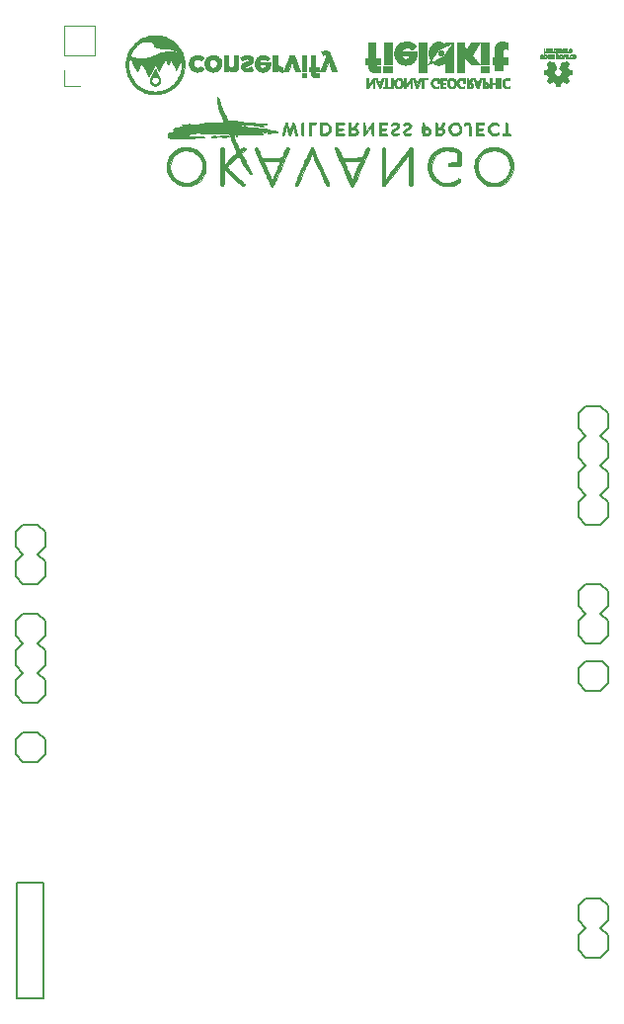
<source format=gbr>
G04 #@! TF.FileFunction,Legend,Bot*
%FSLAX46Y46*%
G04 Gerber Fmt 4.6, Leading zero omitted, Abs format (unit mm)*
G04 Created by KiCad (PCBNEW 4.0.5) date 03/27/17 13:57:13*
%MOMM*%
%LPD*%
G01*
G04 APERTURE LIST*
%ADD10C,0.100000*%
%ADD11C,0.010000*%
%ADD12C,0.150000*%
%ADD13C,0.120000*%
G04 APERTURE END LIST*
D10*
D11*
G36*
X66288309Y-56523967D02*
X66344187Y-56523371D01*
X66392299Y-56522153D01*
X66435112Y-56520129D01*
X66475090Y-56517117D01*
X66514701Y-56512933D01*
X66556409Y-56507393D01*
X66602680Y-56500315D01*
X66652271Y-56492140D01*
X66822626Y-56457088D01*
X66989536Y-56410074D01*
X67152412Y-56351512D01*
X67310666Y-56281814D01*
X67463708Y-56201393D01*
X67610949Y-56110663D01*
X67751800Y-56010037D01*
X67885671Y-55899927D01*
X68011973Y-55780747D01*
X68130117Y-55652910D01*
X68239513Y-55516829D01*
X68339573Y-55372916D01*
X68407099Y-55261903D01*
X68490704Y-55103635D01*
X68562127Y-54941851D01*
X68621382Y-54776501D01*
X68668481Y-54607531D01*
X68703436Y-54434890D01*
X68726260Y-54258525D01*
X68736967Y-54078383D01*
X68735918Y-53903512D01*
X68723157Y-53728632D01*
X68698005Y-53555581D01*
X68660715Y-53384998D01*
X68611541Y-53217522D01*
X68550734Y-53053793D01*
X68478549Y-52894449D01*
X68395238Y-52740129D01*
X68301055Y-52591474D01*
X68196253Y-52449122D01*
X68126754Y-52365120D01*
X68089435Y-52323690D01*
X68044884Y-52277060D01*
X67995641Y-52227682D01*
X67944249Y-52178010D01*
X67893247Y-52130496D01*
X67845177Y-52087593D01*
X67802581Y-52051755D01*
X67799742Y-52049471D01*
X67656523Y-51942614D01*
X67507078Y-51846468D01*
X67352097Y-51761411D01*
X67192265Y-51687825D01*
X67041350Y-51630522D01*
X66869264Y-51578235D01*
X66695085Y-51538348D01*
X66519298Y-51510924D01*
X66342389Y-51496029D01*
X66164845Y-51493729D01*
X66053925Y-51498704D01*
X65876887Y-51516888D01*
X65702496Y-51547339D01*
X65531332Y-51589792D01*
X65363978Y-51643983D01*
X65201016Y-51709647D01*
X65043027Y-51786520D01*
X64890594Y-51874338D01*
X64744298Y-51972835D01*
X64604722Y-52081748D01*
X64472447Y-52200813D01*
X64441110Y-52231611D01*
X64320016Y-52361532D01*
X64209214Y-52498535D01*
X64108881Y-52642021D01*
X64019195Y-52791391D01*
X63940334Y-52946047D01*
X63872475Y-53105389D01*
X63830109Y-53227547D01*
X64077840Y-53227547D01*
X64079094Y-53218758D01*
X64084921Y-53200285D01*
X64094588Y-53173985D01*
X64107361Y-53141710D01*
X64122506Y-53105316D01*
X64139289Y-53066657D01*
X64156932Y-53027685D01*
X64174526Y-52991923D01*
X64197449Y-52948661D01*
X64223950Y-52900945D01*
X64252281Y-52851819D01*
X64280691Y-52804329D01*
X64307433Y-52761521D01*
X64326017Y-52733325D01*
X64413234Y-52614249D01*
X64509851Y-52498848D01*
X64614001Y-52388994D01*
X64723815Y-52286565D01*
X64837425Y-52193434D01*
X64930938Y-52126111D01*
X64991649Y-52090982D01*
X65063681Y-52059697D01*
X65146174Y-52032503D01*
X65238268Y-52009648D01*
X65339104Y-51991382D01*
X65441150Y-51978612D01*
X65474395Y-51976464D01*
X65516204Y-51975524D01*
X65562502Y-51975747D01*
X65609213Y-51977085D01*
X65652263Y-51979491D01*
X65673409Y-51981303D01*
X65757043Y-51993282D01*
X65834487Y-52011598D01*
X65904304Y-52035755D01*
X65965056Y-52065255D01*
X66015003Y-52099354D01*
X66047785Y-52129999D01*
X66072278Y-52162499D01*
X66090170Y-52199938D01*
X66103151Y-52245400D01*
X66107711Y-52268559D01*
X66121511Y-52329385D01*
X66139979Y-52379738D01*
X66164074Y-52421292D01*
X66194751Y-52455720D01*
X66230529Y-52483132D01*
X66264136Y-52502425D01*
X66301528Y-52518969D01*
X66343739Y-52532920D01*
X66391800Y-52544433D01*
X66446742Y-52553664D01*
X66509597Y-52560770D01*
X66581397Y-52565905D01*
X66663174Y-52569225D01*
X66755959Y-52570888D01*
X66813406Y-52571152D01*
X66962490Y-52572889D01*
X67099485Y-52577909D01*
X67224352Y-52586211D01*
X67337053Y-52597790D01*
X67437550Y-52612644D01*
X67504900Y-52625934D01*
X67630396Y-52659338D01*
X67750009Y-52702239D01*
X67862882Y-52754165D01*
X67968158Y-52814643D01*
X68064981Y-52883201D01*
X68152495Y-52959365D01*
X68202098Y-53010638D01*
X68225344Y-53036369D01*
X68158809Y-53002978D01*
X68124885Y-52986586D01*
X68087773Y-52969665D01*
X68053014Y-52954700D01*
X68035556Y-52947679D01*
X67989839Y-52931755D01*
X67935205Y-52915508D01*
X67875375Y-52899855D01*
X67814069Y-52885717D01*
X67755010Y-52874011D01*
X67704925Y-52866054D01*
X67660260Y-52861419D01*
X67606180Y-52857959D01*
X67545916Y-52855702D01*
X67482700Y-52854676D01*
X67419765Y-52854906D01*
X67360342Y-52856422D01*
X67307664Y-52859250D01*
X67273125Y-52862408D01*
X67105057Y-52887522D01*
X66934343Y-52924163D01*
X66762622Y-52971904D01*
X66591533Y-53030318D01*
X66513220Y-53060765D01*
X66486848Y-53071487D01*
X66462043Y-53081749D01*
X66437338Y-53092207D01*
X66411265Y-53103519D01*
X66382355Y-53116340D01*
X66349140Y-53131328D01*
X66310152Y-53149138D01*
X66263922Y-53170429D01*
X66208983Y-53195856D01*
X66150762Y-53222873D01*
X65982469Y-53295656D01*
X65815404Y-53357220D01*
X65649944Y-53407540D01*
X65486466Y-53446593D01*
X65325346Y-53474353D01*
X65166962Y-53490794D01*
X65011690Y-53495893D01*
X64859908Y-53489624D01*
X64711992Y-53471963D01*
X64568319Y-53442884D01*
X64429267Y-53402362D01*
X64295212Y-53350373D01*
X64285724Y-53346169D01*
X64254827Y-53331671D01*
X64221332Y-53314794D01*
X64187240Y-53296682D01*
X64154551Y-53278474D01*
X64125265Y-53261313D01*
X64101383Y-53246341D01*
X64084905Y-53234697D01*
X64077840Y-53227547D01*
X63830109Y-53227547D01*
X63815795Y-53268819D01*
X63770473Y-53435737D01*
X63736686Y-53605545D01*
X63714611Y-53777644D01*
X63704427Y-53951436D01*
X63705804Y-54079410D01*
X63936601Y-54079410D01*
X63936635Y-54004318D01*
X63938440Y-53927312D01*
X63941921Y-53851616D01*
X63946986Y-53780458D01*
X63953540Y-53717062D01*
X63957412Y-53688850D01*
X63964386Y-53645926D01*
X63972552Y-53600597D01*
X63981540Y-53554461D01*
X63990979Y-53509117D01*
X64000499Y-53466163D01*
X64009731Y-53427196D01*
X64018305Y-53393816D01*
X64025851Y-53367621D01*
X64031999Y-53350209D01*
X64036379Y-53343178D01*
X64037358Y-53343393D01*
X64040601Y-53349355D01*
X64049227Y-53365900D01*
X64062858Y-53392291D01*
X64081119Y-53427792D01*
X64103632Y-53471668D01*
X64130021Y-53523181D01*
X64159908Y-53581596D01*
X64192917Y-53646176D01*
X64228670Y-53716185D01*
X64266792Y-53790887D01*
X64306904Y-53869546D01*
X64348631Y-53951425D01*
X64350018Y-53954148D01*
X64391805Y-54036098D01*
X64432023Y-54114824D01*
X64470295Y-54189591D01*
X64506240Y-54259666D01*
X64539480Y-54324315D01*
X64569636Y-54382803D01*
X64596329Y-54434397D01*
X64619179Y-54478363D01*
X64637807Y-54513966D01*
X64651835Y-54540473D01*
X64660883Y-54557149D01*
X64664572Y-54563261D01*
X64664599Y-54563274D01*
X64668374Y-54558078D01*
X64677580Y-54542589D01*
X64691707Y-54517737D01*
X64710243Y-54484454D01*
X64732677Y-54443669D01*
X64758498Y-54396315D01*
X64787196Y-54343321D01*
X64818258Y-54285618D01*
X64851174Y-54224137D01*
X64862451Y-54202999D01*
X64895870Y-54140429D01*
X64927586Y-54081287D01*
X64957090Y-54026508D01*
X64983871Y-53977029D01*
X65007419Y-53933785D01*
X65027226Y-53897710D01*
X65042780Y-53869740D01*
X65053572Y-53850811D01*
X65059093Y-53841857D01*
X65059671Y-53841250D01*
X65063131Y-53846769D01*
X65072028Y-53862831D01*
X65085972Y-53888696D01*
X65104574Y-53923620D01*
X65127444Y-53966864D01*
X65154192Y-54017686D01*
X65184429Y-54075344D01*
X65217765Y-54139098D01*
X65253811Y-54208205D01*
X65292177Y-54281924D01*
X65332474Y-54359514D01*
X65367478Y-54427038D01*
X65409117Y-54507394D01*
X65449147Y-54584575D01*
X65487177Y-54657832D01*
X65522818Y-54726417D01*
X65555678Y-54789581D01*
X65585368Y-54846577D01*
X65611499Y-54896656D01*
X65633679Y-54939069D01*
X65651519Y-54973069D01*
X65664629Y-54997907D01*
X65672619Y-55012835D01*
X65675083Y-55017164D01*
X65678612Y-55012327D01*
X65687678Y-54997048D01*
X65701859Y-54972100D01*
X65720731Y-54938257D01*
X65743872Y-54896292D01*
X65770859Y-54846978D01*
X65801269Y-54791087D01*
X65834679Y-54729393D01*
X65870667Y-54662669D01*
X65908809Y-54591688D01*
X65948683Y-54517224D01*
X65955500Y-54504469D01*
X65995636Y-54429406D01*
X66034089Y-54357616D01*
X66070436Y-54289881D01*
X66104254Y-54226981D01*
X66135123Y-54169697D01*
X66162620Y-54118811D01*
X66186322Y-54075102D01*
X66205808Y-54039353D01*
X66220656Y-54012343D01*
X66230443Y-53994855D01*
X66234748Y-53987668D01*
X66234900Y-53987526D01*
X66238359Y-53993009D01*
X66247048Y-54008692D01*
X66260388Y-54033481D01*
X66277801Y-54066280D01*
X66298708Y-54105996D01*
X66322531Y-54151534D01*
X66348692Y-54201800D01*
X66376613Y-54255698D01*
X66377458Y-54257333D01*
X66405448Y-54311329D01*
X66431738Y-54361719D01*
X66455744Y-54407409D01*
X66476883Y-54447304D01*
X66494572Y-54480310D01*
X66508227Y-54505332D01*
X66517266Y-54521276D01*
X66521106Y-54527046D01*
X66521133Y-54527050D01*
X66524694Y-54521579D01*
X66533792Y-54505695D01*
X66547995Y-54480196D01*
X66566870Y-54445878D01*
X66589984Y-54403539D01*
X66616904Y-54353976D01*
X66647197Y-54297984D01*
X66680431Y-54236362D01*
X66716172Y-54169906D01*
X66753988Y-54099413D01*
X66791049Y-54030163D01*
X66830721Y-53955966D01*
X66868905Y-53884584D01*
X66905144Y-53816866D01*
X66938985Y-53753661D01*
X66969973Y-53695817D01*
X66997652Y-53644183D01*
X67021569Y-53599606D01*
X67041268Y-53562935D01*
X67056294Y-53535018D01*
X67066194Y-53516704D01*
X67070313Y-53509188D01*
X67083953Y-53485100D01*
X67214623Y-53737788D01*
X67241722Y-53789968D01*
X67267134Y-53838471D01*
X67290254Y-53882172D01*
X67310475Y-53919944D01*
X67327192Y-53950662D01*
X67339798Y-53973200D01*
X67347686Y-53986431D01*
X67350167Y-53989568D01*
X67354173Y-53983951D01*
X67363428Y-53968367D01*
X67377233Y-53944069D01*
X67394893Y-53912311D01*
X67415709Y-53874347D01*
X67438984Y-53831431D01*
X67463970Y-53784913D01*
X67488920Y-53738528D01*
X67512060Y-53696051D01*
X67532706Y-53658699D01*
X67550170Y-53627689D01*
X67563768Y-53604239D01*
X67572813Y-53589567D01*
X67576620Y-53584889D01*
X67576632Y-53584900D01*
X67580081Y-53591010D01*
X67588892Y-53607522D01*
X67602604Y-53633551D01*
X67620756Y-53668212D01*
X67642888Y-53710622D01*
X67668537Y-53759895D01*
X67697244Y-53815147D01*
X67728546Y-53875494D01*
X67761984Y-53940050D01*
X67797096Y-54007932D01*
X67798221Y-54010106D01*
X67833341Y-54077970D01*
X67866790Y-54142446D01*
X67898111Y-54202661D01*
X67926845Y-54257742D01*
X67952532Y-54306813D01*
X67974714Y-54349000D01*
X67992933Y-54383429D01*
X68006730Y-54409227D01*
X68015647Y-54425518D01*
X68019224Y-54431428D01*
X68019250Y-54431436D01*
X68022865Y-54426053D01*
X68032298Y-54410536D01*
X68047038Y-54385760D01*
X68066571Y-54352602D01*
X68090387Y-54311936D01*
X68117973Y-54264639D01*
X68148818Y-54211586D01*
X68182409Y-54153654D01*
X68218234Y-54091717D01*
X68247509Y-54040999D01*
X68284712Y-53976662D01*
X68320120Y-53915765D01*
X68353221Y-53859169D01*
X68383499Y-53807738D01*
X68410441Y-53762334D01*
X68433534Y-53723819D01*
X68452264Y-53693056D01*
X68466118Y-53670906D01*
X68474582Y-53658233D01*
X68477120Y-53655490D01*
X68481344Y-53665980D01*
X68485570Y-53687501D01*
X68489670Y-53718382D01*
X68493517Y-53756956D01*
X68496982Y-53801552D01*
X68499939Y-53850502D01*
X68502258Y-53902136D01*
X68503812Y-53954786D01*
X68504473Y-54006782D01*
X68504486Y-54012700D01*
X68502830Y-54121915D01*
X68497352Y-54222520D01*
X68487651Y-54318136D01*
X68473320Y-54412385D01*
X68453958Y-54508887D01*
X68444631Y-54549275D01*
X68399993Y-54710744D01*
X68344511Y-54866179D01*
X68277759Y-55016552D01*
X68199311Y-55162835D01*
X68120197Y-55289050D01*
X68074694Y-55355032D01*
X68030508Y-55414730D01*
X67985216Y-55471067D01*
X67936393Y-55526964D01*
X67881614Y-55585344D01*
X67835456Y-55632223D01*
X67751426Y-55713135D01*
X67669966Y-55784953D01*
X67588112Y-55850011D01*
X67502902Y-55910648D01*
X67411371Y-55969199D01*
X67397088Y-55977842D01*
X67249673Y-56059179D01*
X67098035Y-56128810D01*
X66942834Y-56186755D01*
X66784730Y-56233030D01*
X66624385Y-56267654D01*
X66462457Y-56290645D01*
X66299609Y-56302020D01*
X66136501Y-56301798D01*
X65973794Y-56289997D01*
X65812147Y-56266634D01*
X65652222Y-56231728D01*
X65494679Y-56185296D01*
X65340178Y-56127357D01*
X65189381Y-56057929D01*
X65042948Y-55977029D01*
X64939500Y-55910950D01*
X64802766Y-55810789D01*
X64674703Y-55701636D01*
X64555648Y-55584065D01*
X64445937Y-55458650D01*
X64345908Y-55325964D01*
X64255896Y-55186583D01*
X64176240Y-55041080D01*
X64107274Y-54890029D01*
X64049337Y-54734004D01*
X64002765Y-54573579D01*
X63967895Y-54409329D01*
X63945062Y-54241827D01*
X63942220Y-54210945D01*
X63938431Y-54149361D01*
X63936601Y-54079410D01*
X63705804Y-54079410D01*
X63706310Y-54126320D01*
X63720439Y-54301699D01*
X63746991Y-54476973D01*
X63758329Y-54533833D01*
X63800825Y-54704910D01*
X63854740Y-54871102D01*
X63919619Y-55031969D01*
X63995007Y-55187074D01*
X64080449Y-55335979D01*
X64175491Y-55478244D01*
X64279678Y-55613433D01*
X64392555Y-55741106D01*
X64513667Y-55860827D01*
X64642560Y-55972155D01*
X64778778Y-56074654D01*
X64921868Y-56167885D01*
X65071374Y-56251410D01*
X65226842Y-56324790D01*
X65387817Y-56387588D01*
X65553843Y-56439365D01*
X65724467Y-56479683D01*
X65790400Y-56491905D01*
X65842632Y-56500640D01*
X65888389Y-56507661D01*
X65930110Y-56513151D01*
X65970232Y-56517292D01*
X66011191Y-56520265D01*
X66055427Y-56522253D01*
X66105375Y-56523437D01*
X66163473Y-56524000D01*
X66222200Y-56524125D01*
X66288309Y-56523967D01*
X66288309Y-56523967D01*
G37*
X66288309Y-56523967D02*
X66344187Y-56523371D01*
X66392299Y-56522153D01*
X66435112Y-56520129D01*
X66475090Y-56517117D01*
X66514701Y-56512933D01*
X66556409Y-56507393D01*
X66602680Y-56500315D01*
X66652271Y-56492140D01*
X66822626Y-56457088D01*
X66989536Y-56410074D01*
X67152412Y-56351512D01*
X67310666Y-56281814D01*
X67463708Y-56201393D01*
X67610949Y-56110663D01*
X67751800Y-56010037D01*
X67885671Y-55899927D01*
X68011973Y-55780747D01*
X68130117Y-55652910D01*
X68239513Y-55516829D01*
X68339573Y-55372916D01*
X68407099Y-55261903D01*
X68490704Y-55103635D01*
X68562127Y-54941851D01*
X68621382Y-54776501D01*
X68668481Y-54607531D01*
X68703436Y-54434890D01*
X68726260Y-54258525D01*
X68736967Y-54078383D01*
X68735918Y-53903512D01*
X68723157Y-53728632D01*
X68698005Y-53555581D01*
X68660715Y-53384998D01*
X68611541Y-53217522D01*
X68550734Y-53053793D01*
X68478549Y-52894449D01*
X68395238Y-52740129D01*
X68301055Y-52591474D01*
X68196253Y-52449122D01*
X68126754Y-52365120D01*
X68089435Y-52323690D01*
X68044884Y-52277060D01*
X67995641Y-52227682D01*
X67944249Y-52178010D01*
X67893247Y-52130496D01*
X67845177Y-52087593D01*
X67802581Y-52051755D01*
X67799742Y-52049471D01*
X67656523Y-51942614D01*
X67507078Y-51846468D01*
X67352097Y-51761411D01*
X67192265Y-51687825D01*
X67041350Y-51630522D01*
X66869264Y-51578235D01*
X66695085Y-51538348D01*
X66519298Y-51510924D01*
X66342389Y-51496029D01*
X66164845Y-51493729D01*
X66053925Y-51498704D01*
X65876887Y-51516888D01*
X65702496Y-51547339D01*
X65531332Y-51589792D01*
X65363978Y-51643983D01*
X65201016Y-51709647D01*
X65043027Y-51786520D01*
X64890594Y-51874338D01*
X64744298Y-51972835D01*
X64604722Y-52081748D01*
X64472447Y-52200813D01*
X64441110Y-52231611D01*
X64320016Y-52361532D01*
X64209214Y-52498535D01*
X64108881Y-52642021D01*
X64019195Y-52791391D01*
X63940334Y-52946047D01*
X63872475Y-53105389D01*
X63830109Y-53227547D01*
X64077840Y-53227547D01*
X64079094Y-53218758D01*
X64084921Y-53200285D01*
X64094588Y-53173985D01*
X64107361Y-53141710D01*
X64122506Y-53105316D01*
X64139289Y-53066657D01*
X64156932Y-53027685D01*
X64174526Y-52991923D01*
X64197449Y-52948661D01*
X64223950Y-52900945D01*
X64252281Y-52851819D01*
X64280691Y-52804329D01*
X64307433Y-52761521D01*
X64326017Y-52733325D01*
X64413234Y-52614249D01*
X64509851Y-52498848D01*
X64614001Y-52388994D01*
X64723815Y-52286565D01*
X64837425Y-52193434D01*
X64930938Y-52126111D01*
X64991649Y-52090982D01*
X65063681Y-52059697D01*
X65146174Y-52032503D01*
X65238268Y-52009648D01*
X65339104Y-51991382D01*
X65441150Y-51978612D01*
X65474395Y-51976464D01*
X65516204Y-51975524D01*
X65562502Y-51975747D01*
X65609213Y-51977085D01*
X65652263Y-51979491D01*
X65673409Y-51981303D01*
X65757043Y-51993282D01*
X65834487Y-52011598D01*
X65904304Y-52035755D01*
X65965056Y-52065255D01*
X66015003Y-52099354D01*
X66047785Y-52129999D01*
X66072278Y-52162499D01*
X66090170Y-52199938D01*
X66103151Y-52245400D01*
X66107711Y-52268559D01*
X66121511Y-52329385D01*
X66139979Y-52379738D01*
X66164074Y-52421292D01*
X66194751Y-52455720D01*
X66230529Y-52483132D01*
X66264136Y-52502425D01*
X66301528Y-52518969D01*
X66343739Y-52532920D01*
X66391800Y-52544433D01*
X66446742Y-52553664D01*
X66509597Y-52560770D01*
X66581397Y-52565905D01*
X66663174Y-52569225D01*
X66755959Y-52570888D01*
X66813406Y-52571152D01*
X66962490Y-52572889D01*
X67099485Y-52577909D01*
X67224352Y-52586211D01*
X67337053Y-52597790D01*
X67437550Y-52612644D01*
X67504900Y-52625934D01*
X67630396Y-52659338D01*
X67750009Y-52702239D01*
X67862882Y-52754165D01*
X67968158Y-52814643D01*
X68064981Y-52883201D01*
X68152495Y-52959365D01*
X68202098Y-53010638D01*
X68225344Y-53036369D01*
X68158809Y-53002978D01*
X68124885Y-52986586D01*
X68087773Y-52969665D01*
X68053014Y-52954700D01*
X68035556Y-52947679D01*
X67989839Y-52931755D01*
X67935205Y-52915508D01*
X67875375Y-52899855D01*
X67814069Y-52885717D01*
X67755010Y-52874011D01*
X67704925Y-52866054D01*
X67660260Y-52861419D01*
X67606180Y-52857959D01*
X67545916Y-52855702D01*
X67482700Y-52854676D01*
X67419765Y-52854906D01*
X67360342Y-52856422D01*
X67307664Y-52859250D01*
X67273125Y-52862408D01*
X67105057Y-52887522D01*
X66934343Y-52924163D01*
X66762622Y-52971904D01*
X66591533Y-53030318D01*
X66513220Y-53060765D01*
X66486848Y-53071487D01*
X66462043Y-53081749D01*
X66437338Y-53092207D01*
X66411265Y-53103519D01*
X66382355Y-53116340D01*
X66349140Y-53131328D01*
X66310152Y-53149138D01*
X66263922Y-53170429D01*
X66208983Y-53195856D01*
X66150762Y-53222873D01*
X65982469Y-53295656D01*
X65815404Y-53357220D01*
X65649944Y-53407540D01*
X65486466Y-53446593D01*
X65325346Y-53474353D01*
X65166962Y-53490794D01*
X65011690Y-53495893D01*
X64859908Y-53489624D01*
X64711992Y-53471963D01*
X64568319Y-53442884D01*
X64429267Y-53402362D01*
X64295212Y-53350373D01*
X64285724Y-53346169D01*
X64254827Y-53331671D01*
X64221332Y-53314794D01*
X64187240Y-53296682D01*
X64154551Y-53278474D01*
X64125265Y-53261313D01*
X64101383Y-53246341D01*
X64084905Y-53234697D01*
X64077840Y-53227547D01*
X63830109Y-53227547D01*
X63815795Y-53268819D01*
X63770473Y-53435737D01*
X63736686Y-53605545D01*
X63714611Y-53777644D01*
X63704427Y-53951436D01*
X63705804Y-54079410D01*
X63936601Y-54079410D01*
X63936635Y-54004318D01*
X63938440Y-53927312D01*
X63941921Y-53851616D01*
X63946986Y-53780458D01*
X63953540Y-53717062D01*
X63957412Y-53688850D01*
X63964386Y-53645926D01*
X63972552Y-53600597D01*
X63981540Y-53554461D01*
X63990979Y-53509117D01*
X64000499Y-53466163D01*
X64009731Y-53427196D01*
X64018305Y-53393816D01*
X64025851Y-53367621D01*
X64031999Y-53350209D01*
X64036379Y-53343178D01*
X64037358Y-53343393D01*
X64040601Y-53349355D01*
X64049227Y-53365900D01*
X64062858Y-53392291D01*
X64081119Y-53427792D01*
X64103632Y-53471668D01*
X64130021Y-53523181D01*
X64159908Y-53581596D01*
X64192917Y-53646176D01*
X64228670Y-53716185D01*
X64266792Y-53790887D01*
X64306904Y-53869546D01*
X64348631Y-53951425D01*
X64350018Y-53954148D01*
X64391805Y-54036098D01*
X64432023Y-54114824D01*
X64470295Y-54189591D01*
X64506240Y-54259666D01*
X64539480Y-54324315D01*
X64569636Y-54382803D01*
X64596329Y-54434397D01*
X64619179Y-54478363D01*
X64637807Y-54513966D01*
X64651835Y-54540473D01*
X64660883Y-54557149D01*
X64664572Y-54563261D01*
X64664599Y-54563274D01*
X64668374Y-54558078D01*
X64677580Y-54542589D01*
X64691707Y-54517737D01*
X64710243Y-54484454D01*
X64732677Y-54443669D01*
X64758498Y-54396315D01*
X64787196Y-54343321D01*
X64818258Y-54285618D01*
X64851174Y-54224137D01*
X64862451Y-54202999D01*
X64895870Y-54140429D01*
X64927586Y-54081287D01*
X64957090Y-54026508D01*
X64983871Y-53977029D01*
X65007419Y-53933785D01*
X65027226Y-53897710D01*
X65042780Y-53869740D01*
X65053572Y-53850811D01*
X65059093Y-53841857D01*
X65059671Y-53841250D01*
X65063131Y-53846769D01*
X65072028Y-53862831D01*
X65085972Y-53888696D01*
X65104574Y-53923620D01*
X65127444Y-53966864D01*
X65154192Y-54017686D01*
X65184429Y-54075344D01*
X65217765Y-54139098D01*
X65253811Y-54208205D01*
X65292177Y-54281924D01*
X65332474Y-54359514D01*
X65367478Y-54427038D01*
X65409117Y-54507394D01*
X65449147Y-54584575D01*
X65487177Y-54657832D01*
X65522818Y-54726417D01*
X65555678Y-54789581D01*
X65585368Y-54846577D01*
X65611499Y-54896656D01*
X65633679Y-54939069D01*
X65651519Y-54973069D01*
X65664629Y-54997907D01*
X65672619Y-55012835D01*
X65675083Y-55017164D01*
X65678612Y-55012327D01*
X65687678Y-54997048D01*
X65701859Y-54972100D01*
X65720731Y-54938257D01*
X65743872Y-54896292D01*
X65770859Y-54846978D01*
X65801269Y-54791087D01*
X65834679Y-54729393D01*
X65870667Y-54662669D01*
X65908809Y-54591688D01*
X65948683Y-54517224D01*
X65955500Y-54504469D01*
X65995636Y-54429406D01*
X66034089Y-54357616D01*
X66070436Y-54289881D01*
X66104254Y-54226981D01*
X66135123Y-54169697D01*
X66162620Y-54118811D01*
X66186322Y-54075102D01*
X66205808Y-54039353D01*
X66220656Y-54012343D01*
X66230443Y-53994855D01*
X66234748Y-53987668D01*
X66234900Y-53987526D01*
X66238359Y-53993009D01*
X66247048Y-54008692D01*
X66260388Y-54033481D01*
X66277801Y-54066280D01*
X66298708Y-54105996D01*
X66322531Y-54151534D01*
X66348692Y-54201800D01*
X66376613Y-54255698D01*
X66377458Y-54257333D01*
X66405448Y-54311329D01*
X66431738Y-54361719D01*
X66455744Y-54407409D01*
X66476883Y-54447304D01*
X66494572Y-54480310D01*
X66508227Y-54505332D01*
X66517266Y-54521276D01*
X66521106Y-54527046D01*
X66521133Y-54527050D01*
X66524694Y-54521579D01*
X66533792Y-54505695D01*
X66547995Y-54480196D01*
X66566870Y-54445878D01*
X66589984Y-54403539D01*
X66616904Y-54353976D01*
X66647197Y-54297984D01*
X66680431Y-54236362D01*
X66716172Y-54169906D01*
X66753988Y-54099413D01*
X66791049Y-54030163D01*
X66830721Y-53955966D01*
X66868905Y-53884584D01*
X66905144Y-53816866D01*
X66938985Y-53753661D01*
X66969973Y-53695817D01*
X66997652Y-53644183D01*
X67021569Y-53599606D01*
X67041268Y-53562935D01*
X67056294Y-53535018D01*
X67066194Y-53516704D01*
X67070313Y-53509188D01*
X67083953Y-53485100D01*
X67214623Y-53737788D01*
X67241722Y-53789968D01*
X67267134Y-53838471D01*
X67290254Y-53882172D01*
X67310475Y-53919944D01*
X67327192Y-53950662D01*
X67339798Y-53973200D01*
X67347686Y-53986431D01*
X67350167Y-53989568D01*
X67354173Y-53983951D01*
X67363428Y-53968367D01*
X67377233Y-53944069D01*
X67394893Y-53912311D01*
X67415709Y-53874347D01*
X67438984Y-53831431D01*
X67463970Y-53784913D01*
X67488920Y-53738528D01*
X67512060Y-53696051D01*
X67532706Y-53658699D01*
X67550170Y-53627689D01*
X67563768Y-53604239D01*
X67572813Y-53589567D01*
X67576620Y-53584889D01*
X67576632Y-53584900D01*
X67580081Y-53591010D01*
X67588892Y-53607522D01*
X67602604Y-53633551D01*
X67620756Y-53668212D01*
X67642888Y-53710622D01*
X67668537Y-53759895D01*
X67697244Y-53815147D01*
X67728546Y-53875494D01*
X67761984Y-53940050D01*
X67797096Y-54007932D01*
X67798221Y-54010106D01*
X67833341Y-54077970D01*
X67866790Y-54142446D01*
X67898111Y-54202661D01*
X67926845Y-54257742D01*
X67952532Y-54306813D01*
X67974714Y-54349000D01*
X67992933Y-54383429D01*
X68006730Y-54409227D01*
X68015647Y-54425518D01*
X68019224Y-54431428D01*
X68019250Y-54431436D01*
X68022865Y-54426053D01*
X68032298Y-54410536D01*
X68047038Y-54385760D01*
X68066571Y-54352602D01*
X68090387Y-54311936D01*
X68117973Y-54264639D01*
X68148818Y-54211586D01*
X68182409Y-54153654D01*
X68218234Y-54091717D01*
X68247509Y-54040999D01*
X68284712Y-53976662D01*
X68320120Y-53915765D01*
X68353221Y-53859169D01*
X68383499Y-53807738D01*
X68410441Y-53762334D01*
X68433534Y-53723819D01*
X68452264Y-53693056D01*
X68466118Y-53670906D01*
X68474582Y-53658233D01*
X68477120Y-53655490D01*
X68481344Y-53665980D01*
X68485570Y-53687501D01*
X68489670Y-53718382D01*
X68493517Y-53756956D01*
X68496982Y-53801552D01*
X68499939Y-53850502D01*
X68502258Y-53902136D01*
X68503812Y-53954786D01*
X68504473Y-54006782D01*
X68504486Y-54012700D01*
X68502830Y-54121915D01*
X68497352Y-54222520D01*
X68487651Y-54318136D01*
X68473320Y-54412385D01*
X68453958Y-54508887D01*
X68444631Y-54549275D01*
X68399993Y-54710744D01*
X68344511Y-54866179D01*
X68277759Y-55016552D01*
X68199311Y-55162835D01*
X68120197Y-55289050D01*
X68074694Y-55355032D01*
X68030508Y-55414730D01*
X67985216Y-55471067D01*
X67936393Y-55526964D01*
X67881614Y-55585344D01*
X67835456Y-55632223D01*
X67751426Y-55713135D01*
X67669966Y-55784953D01*
X67588112Y-55850011D01*
X67502902Y-55910648D01*
X67411371Y-55969199D01*
X67397088Y-55977842D01*
X67249673Y-56059179D01*
X67098035Y-56128810D01*
X66942834Y-56186755D01*
X66784730Y-56233030D01*
X66624385Y-56267654D01*
X66462457Y-56290645D01*
X66299609Y-56302020D01*
X66136501Y-56301798D01*
X65973794Y-56289997D01*
X65812147Y-56266634D01*
X65652222Y-56231728D01*
X65494679Y-56185296D01*
X65340178Y-56127357D01*
X65189381Y-56057929D01*
X65042948Y-55977029D01*
X64939500Y-55910950D01*
X64802766Y-55810789D01*
X64674703Y-55701636D01*
X64555648Y-55584065D01*
X64445937Y-55458650D01*
X64345908Y-55325964D01*
X64255896Y-55186583D01*
X64176240Y-55041080D01*
X64107274Y-54890029D01*
X64049337Y-54734004D01*
X64002765Y-54573579D01*
X63967895Y-54409329D01*
X63945062Y-54241827D01*
X63942220Y-54210945D01*
X63938431Y-54149361D01*
X63936601Y-54079410D01*
X63705804Y-54079410D01*
X63706310Y-54126320D01*
X63720439Y-54301699D01*
X63746991Y-54476973D01*
X63758329Y-54533833D01*
X63800825Y-54704910D01*
X63854740Y-54871102D01*
X63919619Y-55031969D01*
X63995007Y-55187074D01*
X64080449Y-55335979D01*
X64175491Y-55478244D01*
X64279678Y-55613433D01*
X64392555Y-55741106D01*
X64513667Y-55860827D01*
X64642560Y-55972155D01*
X64778778Y-56074654D01*
X64921868Y-56167885D01*
X65071374Y-56251410D01*
X65226842Y-56324790D01*
X65387817Y-56387588D01*
X65553843Y-56439365D01*
X65724467Y-56479683D01*
X65790400Y-56491905D01*
X65842632Y-56500640D01*
X65888389Y-56507661D01*
X65930110Y-56513151D01*
X65970232Y-56517292D01*
X66011191Y-56520265D01*
X66055427Y-56522253D01*
X66105375Y-56523437D01*
X66163473Y-56524000D01*
X66222200Y-56524125D01*
X66288309Y-56523967D01*
G36*
X81636993Y-54577776D02*
X81682248Y-54577565D01*
X81721688Y-54577235D01*
X81753817Y-54576804D01*
X81777139Y-54576292D01*
X81790157Y-54575716D01*
X81792400Y-54575347D01*
X81790183Y-54568117D01*
X81783752Y-54549895D01*
X81773436Y-54521544D01*
X81759563Y-54483932D01*
X81742463Y-54437924D01*
X81722463Y-54384387D01*
X81699894Y-54324187D01*
X81675083Y-54258189D01*
X81648359Y-54187259D01*
X81620051Y-54112264D01*
X81590489Y-54034070D01*
X81560000Y-53953542D01*
X81528914Y-53871547D01*
X81497559Y-53788951D01*
X81466264Y-53706620D01*
X81435358Y-53625419D01*
X81405170Y-53546215D01*
X81376028Y-53469874D01*
X81348262Y-53397262D01*
X81322199Y-53329245D01*
X81298170Y-53266689D01*
X81276502Y-53210460D01*
X81257524Y-53161424D01*
X81241566Y-53120446D01*
X81228955Y-53088394D01*
X81220022Y-53066133D01*
X81215094Y-53054529D01*
X81214765Y-53053850D01*
X81174808Y-52983608D01*
X81131309Y-52925327D01*
X81083895Y-52878675D01*
X81032195Y-52843315D01*
X80975837Y-52818913D01*
X80944675Y-52810467D01*
X80898846Y-52802918D01*
X80846246Y-52798365D01*
X80792506Y-52797072D01*
X80743257Y-52799305D01*
X80732082Y-52800472D01*
X80665837Y-52812140D01*
X80599594Y-52831861D01*
X80579550Y-52839295D01*
X80552751Y-52850271D01*
X80526159Y-52862248D01*
X80502324Y-52873941D01*
X80483797Y-52884068D01*
X80473128Y-52891348D01*
X80471533Y-52893604D01*
X80474108Y-52901508D01*
X80481303Y-52918591D01*
X80492202Y-52942944D01*
X80505891Y-52972659D01*
X80521457Y-53005828D01*
X80537986Y-53040542D01*
X80554563Y-53074892D01*
X80570275Y-53106969D01*
X80584207Y-53134865D01*
X80595446Y-53156671D01*
X80603076Y-53170478D01*
X80606051Y-53174500D01*
X80614476Y-53171821D01*
X80630144Y-53164926D01*
X80643154Y-53158573D01*
X80694720Y-53137414D01*
X80744946Y-53126430D01*
X80791889Y-53125928D01*
X80817675Y-53130788D01*
X80838360Y-53140463D01*
X80860066Y-53156718D01*
X80879064Y-53176091D01*
X80891629Y-53195119D01*
X80893976Y-53201678D01*
X80892244Y-53210225D01*
X80885754Y-53230546D01*
X80874507Y-53262640D01*
X80858505Y-53306505D01*
X80837747Y-53362141D01*
X80812234Y-53429545D01*
X80781966Y-53508716D01*
X80746945Y-53599655D01*
X80707169Y-53702358D01*
X80662641Y-53816825D01*
X80633700Y-53891004D01*
X80599183Y-53979436D01*
X80565986Y-54064589D01*
X80534397Y-54145713D01*
X80504707Y-54222059D01*
X80477207Y-54292877D01*
X80452185Y-54357417D01*
X80429934Y-54414930D01*
X80410741Y-54464666D01*
X80394899Y-54505877D01*
X80382697Y-54537812D01*
X80374425Y-54559721D01*
X80370373Y-54570856D01*
X80370000Y-54572128D01*
X80376180Y-54573681D01*
X80394052Y-54574928D01*
X80422608Y-54575851D01*
X80460842Y-54576427D01*
X80507749Y-54576637D01*
X80562323Y-54576460D01*
X80577435Y-54576350D01*
X80784870Y-54574675D01*
X81089206Y-53661655D01*
X81193009Y-53984815D01*
X81214486Y-54051712D01*
X81236197Y-54119397D01*
X81257560Y-54186052D01*
X81277993Y-54249863D01*
X81296916Y-54309014D01*
X81313747Y-54361688D01*
X81327906Y-54406071D01*
X81338810Y-54440345D01*
X81339626Y-54442913D01*
X81382439Y-54577850D01*
X81587419Y-54577850D01*
X81636993Y-54577776D01*
X81636993Y-54577776D01*
G37*
X81636993Y-54577776D02*
X81682248Y-54577565D01*
X81721688Y-54577235D01*
X81753817Y-54576804D01*
X81777139Y-54576292D01*
X81790157Y-54575716D01*
X81792400Y-54575347D01*
X81790183Y-54568117D01*
X81783752Y-54549895D01*
X81773436Y-54521544D01*
X81759563Y-54483932D01*
X81742463Y-54437924D01*
X81722463Y-54384387D01*
X81699894Y-54324187D01*
X81675083Y-54258189D01*
X81648359Y-54187259D01*
X81620051Y-54112264D01*
X81590489Y-54034070D01*
X81560000Y-53953542D01*
X81528914Y-53871547D01*
X81497559Y-53788951D01*
X81466264Y-53706620D01*
X81435358Y-53625419D01*
X81405170Y-53546215D01*
X81376028Y-53469874D01*
X81348262Y-53397262D01*
X81322199Y-53329245D01*
X81298170Y-53266689D01*
X81276502Y-53210460D01*
X81257524Y-53161424D01*
X81241566Y-53120446D01*
X81228955Y-53088394D01*
X81220022Y-53066133D01*
X81215094Y-53054529D01*
X81214765Y-53053850D01*
X81174808Y-52983608D01*
X81131309Y-52925327D01*
X81083895Y-52878675D01*
X81032195Y-52843315D01*
X80975837Y-52818913D01*
X80944675Y-52810467D01*
X80898846Y-52802918D01*
X80846246Y-52798365D01*
X80792506Y-52797072D01*
X80743257Y-52799305D01*
X80732082Y-52800472D01*
X80665837Y-52812140D01*
X80599594Y-52831861D01*
X80579550Y-52839295D01*
X80552751Y-52850271D01*
X80526159Y-52862248D01*
X80502324Y-52873941D01*
X80483797Y-52884068D01*
X80473128Y-52891348D01*
X80471533Y-52893604D01*
X80474108Y-52901508D01*
X80481303Y-52918591D01*
X80492202Y-52942944D01*
X80505891Y-52972659D01*
X80521457Y-53005828D01*
X80537986Y-53040542D01*
X80554563Y-53074892D01*
X80570275Y-53106969D01*
X80584207Y-53134865D01*
X80595446Y-53156671D01*
X80603076Y-53170478D01*
X80606051Y-53174500D01*
X80614476Y-53171821D01*
X80630144Y-53164926D01*
X80643154Y-53158573D01*
X80694720Y-53137414D01*
X80744946Y-53126430D01*
X80791889Y-53125928D01*
X80817675Y-53130788D01*
X80838360Y-53140463D01*
X80860066Y-53156718D01*
X80879064Y-53176091D01*
X80891629Y-53195119D01*
X80893976Y-53201678D01*
X80892244Y-53210225D01*
X80885754Y-53230546D01*
X80874507Y-53262640D01*
X80858505Y-53306505D01*
X80837747Y-53362141D01*
X80812234Y-53429545D01*
X80781966Y-53508716D01*
X80746945Y-53599655D01*
X80707169Y-53702358D01*
X80662641Y-53816825D01*
X80633700Y-53891004D01*
X80599183Y-53979436D01*
X80565986Y-54064589D01*
X80534397Y-54145713D01*
X80504707Y-54222059D01*
X80477207Y-54292877D01*
X80452185Y-54357417D01*
X80429934Y-54414930D01*
X80410741Y-54464666D01*
X80394899Y-54505877D01*
X80382697Y-54537812D01*
X80374425Y-54559721D01*
X80370373Y-54570856D01*
X80370000Y-54572128D01*
X80376180Y-54573681D01*
X80394052Y-54574928D01*
X80422608Y-54575851D01*
X80460842Y-54576427D01*
X80507749Y-54576637D01*
X80562323Y-54576460D01*
X80577435Y-54576350D01*
X80784870Y-54574675D01*
X81089206Y-53661655D01*
X81193009Y-53984815D01*
X81214486Y-54051712D01*
X81236197Y-54119397D01*
X81257560Y-54186052D01*
X81277993Y-54249863D01*
X81296916Y-54309014D01*
X81313747Y-54361688D01*
X81327906Y-54406071D01*
X81338810Y-54440345D01*
X81339626Y-54442913D01*
X81382439Y-54577850D01*
X81587419Y-54577850D01*
X81636993Y-54577776D01*
G36*
X69934310Y-54599534D02*
X70021412Y-54586857D01*
X70101155Y-54565353D01*
X70174861Y-54534519D01*
X70243855Y-54493852D01*
X70309459Y-54442850D01*
X70342362Y-54412381D01*
X70382650Y-54373029D01*
X70345172Y-54334152D01*
X70328521Y-54316727D01*
X70305432Y-54292353D01*
X70278117Y-54263377D01*
X70248790Y-54232145D01*
X70223315Y-54204916D01*
X70138937Y-54114556D01*
X70095427Y-54153993D01*
X70046542Y-54194558D01*
X70000045Y-54224704D01*
X69953296Y-54245673D01*
X69903656Y-54258708D01*
X69861430Y-54264152D01*
X69797126Y-54263609D01*
X69737208Y-54251151D01*
X69681794Y-54226821D01*
X69631000Y-54190666D01*
X69604944Y-54165618D01*
X69563631Y-54113654D01*
X69533294Y-54056642D01*
X69513616Y-53993730D01*
X69504282Y-53924069D01*
X69503370Y-53892050D01*
X69508905Y-53820226D01*
X69525293Y-53753455D01*
X69552167Y-53692680D01*
X69589162Y-53638845D01*
X69610594Y-53615561D01*
X69656303Y-53577086D01*
X69705467Y-53549402D01*
X69759822Y-53531842D01*
X69821104Y-53523739D01*
X69851430Y-53523000D01*
X69912254Y-53528169D01*
X69970280Y-53543581D01*
X70027146Y-53569884D01*
X70084490Y-53607730D01*
X70104518Y-53623449D01*
X70123893Y-53639089D01*
X70140302Y-53652062D01*
X70150516Y-53659820D01*
X70151166Y-53660275D01*
X70155921Y-53660432D01*
X70164203Y-53655842D01*
X70176919Y-53645691D01*
X70194975Y-53629164D01*
X70219276Y-53605447D01*
X70250728Y-53573726D01*
X70274335Y-53549561D01*
X70388247Y-53432496D01*
X70351511Y-53395181D01*
X70299061Y-53346979D01*
X70241080Y-53302576D01*
X70180598Y-53263952D01*
X70120649Y-53233086D01*
X70076989Y-53215928D01*
X70023476Y-53201659D01*
X69961552Y-53190935D01*
X69895075Y-53184019D01*
X69827902Y-53181173D01*
X69763892Y-53182661D01*
X69706901Y-53188746D01*
X69698825Y-53190139D01*
X69607781Y-53212760D01*
X69521255Y-53246088D01*
X69440509Y-53289368D01*
X69366803Y-53341844D01*
X69301397Y-53402759D01*
X69257759Y-53454575D01*
X69207011Y-53531981D01*
X69167346Y-53613921D01*
X69138642Y-53699256D01*
X69120775Y-53786847D01*
X69113620Y-53875554D01*
X69117055Y-53964236D01*
X69130956Y-54051755D01*
X69155198Y-54136970D01*
X69189659Y-54218743D01*
X69234214Y-54295932D01*
X69288740Y-54367399D01*
X69353112Y-54432003D01*
X69364961Y-54442167D01*
X69438753Y-54496479D01*
X69517280Y-54539500D01*
X69601097Y-54571419D01*
X69690759Y-54592427D01*
X69786819Y-54602711D01*
X69838525Y-54603888D01*
X69934310Y-54599534D01*
X69934310Y-54599534D01*
G37*
X69934310Y-54599534D02*
X70021412Y-54586857D01*
X70101155Y-54565353D01*
X70174861Y-54534519D01*
X70243855Y-54493852D01*
X70309459Y-54442850D01*
X70342362Y-54412381D01*
X70382650Y-54373029D01*
X70345172Y-54334152D01*
X70328521Y-54316727D01*
X70305432Y-54292353D01*
X70278117Y-54263377D01*
X70248790Y-54232145D01*
X70223315Y-54204916D01*
X70138937Y-54114556D01*
X70095427Y-54153993D01*
X70046542Y-54194558D01*
X70000045Y-54224704D01*
X69953296Y-54245673D01*
X69903656Y-54258708D01*
X69861430Y-54264152D01*
X69797126Y-54263609D01*
X69737208Y-54251151D01*
X69681794Y-54226821D01*
X69631000Y-54190666D01*
X69604944Y-54165618D01*
X69563631Y-54113654D01*
X69533294Y-54056642D01*
X69513616Y-53993730D01*
X69504282Y-53924069D01*
X69503370Y-53892050D01*
X69508905Y-53820226D01*
X69525293Y-53753455D01*
X69552167Y-53692680D01*
X69589162Y-53638845D01*
X69610594Y-53615561D01*
X69656303Y-53577086D01*
X69705467Y-53549402D01*
X69759822Y-53531842D01*
X69821104Y-53523739D01*
X69851430Y-53523000D01*
X69912254Y-53528169D01*
X69970280Y-53543581D01*
X70027146Y-53569884D01*
X70084490Y-53607730D01*
X70104518Y-53623449D01*
X70123893Y-53639089D01*
X70140302Y-53652062D01*
X70150516Y-53659820D01*
X70151166Y-53660275D01*
X70155921Y-53660432D01*
X70164203Y-53655842D01*
X70176919Y-53645691D01*
X70194975Y-53629164D01*
X70219276Y-53605447D01*
X70250728Y-53573726D01*
X70274335Y-53549561D01*
X70388247Y-53432496D01*
X70351511Y-53395181D01*
X70299061Y-53346979D01*
X70241080Y-53302576D01*
X70180598Y-53263952D01*
X70120649Y-53233086D01*
X70076989Y-53215928D01*
X70023476Y-53201659D01*
X69961552Y-53190935D01*
X69895075Y-53184019D01*
X69827902Y-53181173D01*
X69763892Y-53182661D01*
X69706901Y-53188746D01*
X69698825Y-53190139D01*
X69607781Y-53212760D01*
X69521255Y-53246088D01*
X69440509Y-53289368D01*
X69366803Y-53341844D01*
X69301397Y-53402759D01*
X69257759Y-53454575D01*
X69207011Y-53531981D01*
X69167346Y-53613921D01*
X69138642Y-53699256D01*
X69120775Y-53786847D01*
X69113620Y-53875554D01*
X69117055Y-53964236D01*
X69130956Y-54051755D01*
X69155198Y-54136970D01*
X69189659Y-54218743D01*
X69234214Y-54295932D01*
X69288740Y-54367399D01*
X69353112Y-54432003D01*
X69364961Y-54442167D01*
X69438753Y-54496479D01*
X69517280Y-54539500D01*
X69601097Y-54571419D01*
X69690759Y-54592427D01*
X69786819Y-54602711D01*
X69838525Y-54603888D01*
X69934310Y-54599534D01*
G36*
X71241477Y-54602650D02*
X71291190Y-54598675D01*
X71325642Y-54593677D01*
X71421182Y-54569903D01*
X71510457Y-54535848D01*
X71592809Y-54492063D01*
X71667581Y-54439101D01*
X71734112Y-54377514D01*
X71791746Y-54307854D01*
X71839823Y-54230674D01*
X71877686Y-54146526D01*
X71885692Y-54123825D01*
X71908079Y-54038083D01*
X71919626Y-53949194D01*
X71920474Y-53859197D01*
X71910763Y-53770132D01*
X71890633Y-53684037D01*
X71860223Y-53602951D01*
X71848219Y-53578150D01*
X71798740Y-53495118D01*
X71740251Y-53420948D01*
X71673086Y-53355904D01*
X71597580Y-53300249D01*
X71514069Y-53254247D01*
X71422889Y-53218162D01*
X71370992Y-53202998D01*
X71342391Y-53196107D01*
X71316114Y-53191160D01*
X71288697Y-53187765D01*
X71256679Y-53185529D01*
X71216597Y-53184059D01*
X71200600Y-53183666D01*
X71142611Y-53183201D01*
X71095400Y-53184744D01*
X71057189Y-53188372D01*
X71044114Y-53190409D01*
X70948771Y-53213154D01*
X70859643Y-53246350D01*
X70777352Y-53289348D01*
X70702518Y-53341496D01*
X70635761Y-53402142D01*
X70577704Y-53470637D01*
X70528965Y-53546329D01*
X70490166Y-53628566D01*
X70461927Y-53716700D01*
X70444870Y-53810077D01*
X70443766Y-53820028D01*
X70441346Y-53886336D01*
X70830230Y-53886336D01*
X70837117Y-53820570D01*
X70854072Y-53757577D01*
X70880877Y-53699167D01*
X70917313Y-53647155D01*
X70925794Y-53637618D01*
X70963986Y-53600332D01*
X71002183Y-53572011D01*
X71044614Y-53549647D01*
X71056633Y-53544530D01*
X71102645Y-53530903D01*
X71155218Y-53523817D01*
X71210000Y-53523323D01*
X71262636Y-53529470D01*
X71307006Y-53541630D01*
X71366592Y-53570445D01*
X71417604Y-53608131D01*
X71459393Y-53654115D01*
X71488878Y-53702725D01*
X71509572Y-53750813D01*
X71522675Y-53796600D01*
X71529337Y-53845183D01*
X71530800Y-53888875D01*
X71525701Y-53961050D01*
X71510247Y-54026159D01*
X71484201Y-54084811D01*
X71447326Y-54137614D01*
X71424519Y-54162246D01*
X71372853Y-54204955D01*
X71316134Y-54236431D01*
X71255547Y-54256507D01*
X71192274Y-54265014D01*
X71127499Y-54261783D01*
X71062405Y-54246647D01*
X71003444Y-54222158D01*
X70976298Y-54204348D01*
X70946635Y-54178343D01*
X70917483Y-54147375D01*
X70891871Y-54114673D01*
X70872828Y-54083469D01*
X70872169Y-54082140D01*
X70847537Y-54018934D01*
X70833631Y-53953061D01*
X70830230Y-53886336D01*
X70441346Y-53886336D01*
X70440465Y-53910457D01*
X70448927Y-54001180D01*
X70468669Y-54090253D01*
X70499209Y-54175730D01*
X70540064Y-54255668D01*
X70559445Y-54286039D01*
X70585962Y-54321142D01*
X70619566Y-54359773D01*
X70656821Y-54398351D01*
X70694291Y-54433292D01*
X70724025Y-54457668D01*
X70787689Y-54499516D01*
X70860007Y-54536430D01*
X70937392Y-54566864D01*
X71016257Y-54589272D01*
X71041576Y-54594562D01*
X71083330Y-54600208D01*
X71133358Y-54603429D01*
X71187470Y-54604239D01*
X71241477Y-54602650D01*
X71241477Y-54602650D01*
G37*
X71241477Y-54602650D02*
X71291190Y-54598675D01*
X71325642Y-54593677D01*
X71421182Y-54569903D01*
X71510457Y-54535848D01*
X71592809Y-54492063D01*
X71667581Y-54439101D01*
X71734112Y-54377514D01*
X71791746Y-54307854D01*
X71839823Y-54230674D01*
X71877686Y-54146526D01*
X71885692Y-54123825D01*
X71908079Y-54038083D01*
X71919626Y-53949194D01*
X71920474Y-53859197D01*
X71910763Y-53770132D01*
X71890633Y-53684037D01*
X71860223Y-53602951D01*
X71848219Y-53578150D01*
X71798740Y-53495118D01*
X71740251Y-53420948D01*
X71673086Y-53355904D01*
X71597580Y-53300249D01*
X71514069Y-53254247D01*
X71422889Y-53218162D01*
X71370992Y-53202998D01*
X71342391Y-53196107D01*
X71316114Y-53191160D01*
X71288697Y-53187765D01*
X71256679Y-53185529D01*
X71216597Y-53184059D01*
X71200600Y-53183666D01*
X71142611Y-53183201D01*
X71095400Y-53184744D01*
X71057189Y-53188372D01*
X71044114Y-53190409D01*
X70948771Y-53213154D01*
X70859643Y-53246350D01*
X70777352Y-53289348D01*
X70702518Y-53341496D01*
X70635761Y-53402142D01*
X70577704Y-53470637D01*
X70528965Y-53546329D01*
X70490166Y-53628566D01*
X70461927Y-53716700D01*
X70444870Y-53810077D01*
X70443766Y-53820028D01*
X70441346Y-53886336D01*
X70830230Y-53886336D01*
X70837117Y-53820570D01*
X70854072Y-53757577D01*
X70880877Y-53699167D01*
X70917313Y-53647155D01*
X70925794Y-53637618D01*
X70963986Y-53600332D01*
X71002183Y-53572011D01*
X71044614Y-53549647D01*
X71056633Y-53544530D01*
X71102645Y-53530903D01*
X71155218Y-53523817D01*
X71210000Y-53523323D01*
X71262636Y-53529470D01*
X71307006Y-53541630D01*
X71366592Y-53570445D01*
X71417604Y-53608131D01*
X71459393Y-53654115D01*
X71488878Y-53702725D01*
X71509572Y-53750813D01*
X71522675Y-53796600D01*
X71529337Y-53845183D01*
X71530800Y-53888875D01*
X71525701Y-53961050D01*
X71510247Y-54026159D01*
X71484201Y-54084811D01*
X71447326Y-54137614D01*
X71424519Y-54162246D01*
X71372853Y-54204955D01*
X71316134Y-54236431D01*
X71255547Y-54256507D01*
X71192274Y-54265014D01*
X71127499Y-54261783D01*
X71062405Y-54246647D01*
X71003444Y-54222158D01*
X70976298Y-54204348D01*
X70946635Y-54178343D01*
X70917483Y-54147375D01*
X70891871Y-54114673D01*
X70872828Y-54083469D01*
X70872169Y-54082140D01*
X70847537Y-54018934D01*
X70833631Y-53953061D01*
X70830230Y-53886336D01*
X70441346Y-53886336D01*
X70440465Y-53910457D01*
X70448927Y-54001180D01*
X70468669Y-54090253D01*
X70499209Y-54175730D01*
X70540064Y-54255668D01*
X70559445Y-54286039D01*
X70585962Y-54321142D01*
X70619566Y-54359773D01*
X70656821Y-54398351D01*
X70694291Y-54433292D01*
X70724025Y-54457668D01*
X70787689Y-54499516D01*
X70860007Y-54536430D01*
X70937392Y-54566864D01*
X71016257Y-54589272D01*
X71041576Y-54594562D01*
X71083330Y-54600208D01*
X71133358Y-54603429D01*
X71187470Y-54604239D01*
X71241477Y-54602650D01*
G36*
X75486101Y-54601248D02*
X75537496Y-54597521D01*
X75583214Y-54591784D01*
X75617025Y-54584858D01*
X75700320Y-54556474D01*
X75776787Y-54517575D01*
X75846062Y-54468572D01*
X75907786Y-54409878D01*
X75961596Y-54341908D01*
X76007131Y-54265074D01*
X76044031Y-54179789D01*
X76071932Y-54086466D01*
X76078409Y-54057376D01*
X76082378Y-54033062D01*
X76086057Y-54001251D01*
X76089327Y-53964363D01*
X76092066Y-53924821D01*
X76094154Y-53885047D01*
X76095469Y-53847462D01*
X76095892Y-53814489D01*
X76095300Y-53788549D01*
X76093574Y-53772065D01*
X76092783Y-53769235D01*
X76091267Y-53767249D01*
X76087786Y-53765527D01*
X76081491Y-53764052D01*
X76071537Y-53762804D01*
X76057075Y-53761765D01*
X76037259Y-53760915D01*
X76011242Y-53760236D01*
X75978175Y-53759710D01*
X75937214Y-53759317D01*
X75887509Y-53759039D01*
X75828214Y-53758858D01*
X75758482Y-53758753D01*
X75677466Y-53758708D01*
X75616345Y-53758700D01*
X75540145Y-53758680D01*
X75467754Y-53758620D01*
X75400157Y-53758523D01*
X75338342Y-53758394D01*
X75283292Y-53758236D01*
X75235993Y-53758052D01*
X75197431Y-53757844D01*
X75168592Y-53757617D01*
X75150460Y-53757374D01*
X75144021Y-53757119D01*
X75144018Y-53757113D01*
X75146876Y-53744223D01*
X75153798Y-53723674D01*
X75163322Y-53699240D01*
X75173984Y-53674698D01*
X75183384Y-53655558D01*
X75216642Y-53606031D01*
X75258502Y-53565543D01*
X75308354Y-53534393D01*
X75365586Y-53512877D01*
X75429589Y-53501293D01*
X75499753Y-53499939D01*
X75502456Y-53500088D01*
X75571771Y-53509515D01*
X75637492Y-53529873D01*
X75701001Y-53561731D01*
X75763682Y-53605657D01*
X75768565Y-53609599D01*
X75804360Y-53638757D01*
X75915028Y-53541566D01*
X75946506Y-53513657D01*
X75974541Y-53488294D01*
X75997786Y-53466736D01*
X76014896Y-53450245D01*
X76024523Y-53440079D01*
X76026148Y-53437587D01*
X76021853Y-53429772D01*
X76009695Y-53415616D01*
X75991572Y-53396903D01*
X75969380Y-53375417D01*
X75945018Y-53352943D01*
X75920382Y-53331265D01*
X75897371Y-53312167D01*
X75877881Y-53297433D01*
X75874954Y-53295423D01*
X75798564Y-53251537D01*
X75714973Y-53217649D01*
X75625332Y-53194189D01*
X75585275Y-53187422D01*
X75547849Y-53183819D01*
X75502204Y-53182035D01*
X75452680Y-53182013D01*
X75403619Y-53183696D01*
X75359362Y-53187028D01*
X75330875Y-53190750D01*
X75237825Y-53212188D01*
X75151710Y-53244164D01*
X75072009Y-53286936D01*
X74998201Y-53340762D01*
X74961946Y-53373236D01*
X74899746Y-53441355D01*
X74848068Y-53516512D01*
X74807075Y-53598399D01*
X74776928Y-53686709D01*
X74762335Y-53752350D01*
X74757610Y-53790265D01*
X74754860Y-53836620D01*
X74754049Y-53887472D01*
X74755143Y-53938877D01*
X74758106Y-53986894D01*
X74760400Y-54006350D01*
X75138788Y-54006350D01*
X75423944Y-54006350D01*
X75491641Y-54006375D01*
X75547724Y-54006477D01*
X75593280Y-54006700D01*
X75629392Y-54007084D01*
X75657149Y-54007673D01*
X75677635Y-54008509D01*
X75691936Y-54009634D01*
X75701138Y-54011091D01*
X75706328Y-54012922D01*
X75708591Y-54015168D01*
X75709024Y-54017463D01*
X75706494Y-54035986D01*
X75699926Y-54061874D01*
X75690579Y-54090949D01*
X75679711Y-54119033D01*
X75675702Y-54128025D01*
X75645795Y-54180195D01*
X75609390Y-54221710D01*
X75565809Y-54253204D01*
X75519639Y-54273589D01*
X75497384Y-54280193D01*
X75476184Y-54283974D01*
X75451669Y-54285397D01*
X75419467Y-54284924D01*
X75414497Y-54284748D01*
X75382913Y-54283156D01*
X75359804Y-54280534D01*
X75340942Y-54275975D01*
X75322104Y-54268572D01*
X75308114Y-54261927D01*
X75261737Y-54232132D01*
X75221165Y-54191701D01*
X75187075Y-54141615D01*
X75160143Y-54082858D01*
X75141966Y-54020638D01*
X75138788Y-54006350D01*
X74760400Y-54006350D01*
X74762904Y-54027578D01*
X74764879Y-54038698D01*
X74789339Y-54132753D01*
X74823837Y-54220137D01*
X74867796Y-54300248D01*
X74920640Y-54372484D01*
X74981795Y-54436242D01*
X75050684Y-54490920D01*
X75126733Y-54535917D01*
X75209366Y-54570631D01*
X75295750Y-54594007D01*
X75333856Y-54599344D01*
X75380682Y-54602262D01*
X75432630Y-54602863D01*
X75486101Y-54601248D01*
X75486101Y-54601248D01*
G37*
X75486101Y-54601248D02*
X75537496Y-54597521D01*
X75583214Y-54591784D01*
X75617025Y-54584858D01*
X75700320Y-54556474D01*
X75776787Y-54517575D01*
X75846062Y-54468572D01*
X75907786Y-54409878D01*
X75961596Y-54341908D01*
X76007131Y-54265074D01*
X76044031Y-54179789D01*
X76071932Y-54086466D01*
X76078409Y-54057376D01*
X76082378Y-54033062D01*
X76086057Y-54001251D01*
X76089327Y-53964363D01*
X76092066Y-53924821D01*
X76094154Y-53885047D01*
X76095469Y-53847462D01*
X76095892Y-53814489D01*
X76095300Y-53788549D01*
X76093574Y-53772065D01*
X76092783Y-53769235D01*
X76091267Y-53767249D01*
X76087786Y-53765527D01*
X76081491Y-53764052D01*
X76071537Y-53762804D01*
X76057075Y-53761765D01*
X76037259Y-53760915D01*
X76011242Y-53760236D01*
X75978175Y-53759710D01*
X75937214Y-53759317D01*
X75887509Y-53759039D01*
X75828214Y-53758858D01*
X75758482Y-53758753D01*
X75677466Y-53758708D01*
X75616345Y-53758700D01*
X75540145Y-53758680D01*
X75467754Y-53758620D01*
X75400157Y-53758523D01*
X75338342Y-53758394D01*
X75283292Y-53758236D01*
X75235993Y-53758052D01*
X75197431Y-53757844D01*
X75168592Y-53757617D01*
X75150460Y-53757374D01*
X75144021Y-53757119D01*
X75144018Y-53757113D01*
X75146876Y-53744223D01*
X75153798Y-53723674D01*
X75163322Y-53699240D01*
X75173984Y-53674698D01*
X75183384Y-53655558D01*
X75216642Y-53606031D01*
X75258502Y-53565543D01*
X75308354Y-53534393D01*
X75365586Y-53512877D01*
X75429589Y-53501293D01*
X75499753Y-53499939D01*
X75502456Y-53500088D01*
X75571771Y-53509515D01*
X75637492Y-53529873D01*
X75701001Y-53561731D01*
X75763682Y-53605657D01*
X75768565Y-53609599D01*
X75804360Y-53638757D01*
X75915028Y-53541566D01*
X75946506Y-53513657D01*
X75974541Y-53488294D01*
X75997786Y-53466736D01*
X76014896Y-53450245D01*
X76024523Y-53440079D01*
X76026148Y-53437587D01*
X76021853Y-53429772D01*
X76009695Y-53415616D01*
X75991572Y-53396903D01*
X75969380Y-53375417D01*
X75945018Y-53352943D01*
X75920382Y-53331265D01*
X75897371Y-53312167D01*
X75877881Y-53297433D01*
X75874954Y-53295423D01*
X75798564Y-53251537D01*
X75714973Y-53217649D01*
X75625332Y-53194189D01*
X75585275Y-53187422D01*
X75547849Y-53183819D01*
X75502204Y-53182035D01*
X75452680Y-53182013D01*
X75403619Y-53183696D01*
X75359362Y-53187028D01*
X75330875Y-53190750D01*
X75237825Y-53212188D01*
X75151710Y-53244164D01*
X75072009Y-53286936D01*
X74998201Y-53340762D01*
X74961946Y-53373236D01*
X74899746Y-53441355D01*
X74848068Y-53516512D01*
X74807075Y-53598399D01*
X74776928Y-53686709D01*
X74762335Y-53752350D01*
X74757610Y-53790265D01*
X74754860Y-53836620D01*
X74754049Y-53887472D01*
X74755143Y-53938877D01*
X74758106Y-53986894D01*
X74760400Y-54006350D01*
X75138788Y-54006350D01*
X75423944Y-54006350D01*
X75491641Y-54006375D01*
X75547724Y-54006477D01*
X75593280Y-54006700D01*
X75629392Y-54007084D01*
X75657149Y-54007673D01*
X75677635Y-54008509D01*
X75691936Y-54009634D01*
X75701138Y-54011091D01*
X75706328Y-54012922D01*
X75708591Y-54015168D01*
X75709024Y-54017463D01*
X75706494Y-54035986D01*
X75699926Y-54061874D01*
X75690579Y-54090949D01*
X75679711Y-54119033D01*
X75675702Y-54128025D01*
X75645795Y-54180195D01*
X75609390Y-54221710D01*
X75565809Y-54253204D01*
X75519639Y-54273589D01*
X75497384Y-54280193D01*
X75476184Y-54283974D01*
X75451669Y-54285397D01*
X75419467Y-54284924D01*
X75414497Y-54284748D01*
X75382913Y-54283156D01*
X75359804Y-54280534D01*
X75340942Y-54275975D01*
X75322104Y-54268572D01*
X75308114Y-54261927D01*
X75261737Y-54232132D01*
X75221165Y-54191701D01*
X75187075Y-54141615D01*
X75160143Y-54082858D01*
X75141966Y-54020638D01*
X75138788Y-54006350D01*
X74760400Y-54006350D01*
X74762904Y-54027578D01*
X74764879Y-54038698D01*
X74789339Y-54132753D01*
X74823837Y-54220137D01*
X74867796Y-54300248D01*
X74920640Y-54372484D01*
X74981795Y-54436242D01*
X75050684Y-54490920D01*
X75126733Y-54535917D01*
X75209366Y-54570631D01*
X75295750Y-54594007D01*
X75333856Y-54599344D01*
X75380682Y-54602262D01*
X75432630Y-54602863D01*
X75486101Y-54601248D01*
G36*
X74138467Y-54599408D02*
X74226408Y-54589797D01*
X74317259Y-54570562D01*
X74410242Y-54541518D01*
X74413700Y-54540257D01*
X74440425Y-54529566D01*
X74470921Y-54515935D01*
X74502813Y-54500599D01*
X74533723Y-54484791D01*
X74561279Y-54469743D01*
X74583104Y-54456689D01*
X74596823Y-54446863D01*
X74599869Y-54443596D01*
X74599305Y-54435729D01*
X74592965Y-54418955D01*
X74580630Y-54392812D01*
X74562081Y-54356841D01*
X74537100Y-54310580D01*
X74533878Y-54304713D01*
X74513554Y-54267803D01*
X74495294Y-54234734D01*
X74479976Y-54207088D01*
X74468480Y-54186452D01*
X74461685Y-54174409D01*
X74460228Y-54171963D01*
X74454089Y-54173633D01*
X74438555Y-54179994D01*
X74415643Y-54190162D01*
X74387368Y-54203255D01*
X74370820Y-54211116D01*
X74335451Y-54227544D01*
X74299390Y-54243410D01*
X74266330Y-54257142D01*
X74239965Y-54267173D01*
X74234614Y-54268997D01*
X74177680Y-54284633D01*
X74124749Y-54293213D01*
X74076874Y-54294969D01*
X74035108Y-54290135D01*
X74000507Y-54278944D01*
X73974122Y-54261630D01*
X73957009Y-54238425D01*
X73950221Y-54209564D01*
X73950150Y-54206006D01*
X73953812Y-54180533D01*
X73965969Y-54159974D01*
X73985759Y-54142567D01*
X74017381Y-54123400D01*
X74060997Y-54102397D01*
X74116773Y-54079479D01*
X74184871Y-54054571D01*
X74204150Y-54047919D01*
X74280810Y-54020548D01*
X74346174Y-53994531D01*
X74401493Y-53969280D01*
X74448021Y-53944207D01*
X74487011Y-53918723D01*
X74499668Y-53909159D01*
X74548484Y-53865039D01*
X74585761Y-53817936D01*
X74612218Y-53766339D01*
X74628570Y-53708738D01*
X74635538Y-53643622D01*
X74635905Y-53622429D01*
X74630432Y-53545611D01*
X74614265Y-53475534D01*
X74587608Y-53412422D01*
X74550671Y-53356502D01*
X74503660Y-53308001D01*
X74446781Y-53267143D01*
X74380243Y-53234156D01*
X74304252Y-53209266D01*
X74246180Y-53196889D01*
X74216671Y-53193214D01*
X74178505Y-53190453D01*
X74135562Y-53188692D01*
X74091726Y-53188015D01*
X74050879Y-53188508D01*
X74016902Y-53190256D01*
X74004125Y-53191573D01*
X73928771Y-53204903D01*
X73849893Y-53225225D01*
X73772883Y-53250952D01*
X73704988Y-53279609D01*
X73680428Y-53292170D01*
X73651941Y-53308062D01*
X73621824Y-53325844D01*
X73592376Y-53344074D01*
X73565896Y-53361311D01*
X73544682Y-53376113D01*
X73531033Y-53387038D01*
X73527577Y-53390883D01*
X73529983Y-53397343D01*
X73538253Y-53412576D01*
X73551238Y-53434763D01*
X73567788Y-53462088D01*
X73586754Y-53492733D01*
X73606988Y-53524883D01*
X73627341Y-53556719D01*
X73646662Y-53586426D01*
X73663804Y-53612186D01*
X73677618Y-53632183D01*
X73686954Y-53644599D01*
X73689984Y-53647689D01*
X73696974Y-53645701D01*
X73712300Y-53638027D01*
X73733654Y-53625909D01*
X73757094Y-53611615D01*
X73832084Y-53569208D01*
X73908954Y-53534609D01*
X73983852Y-53509553D01*
X73984026Y-53509506D01*
X74012034Y-53502847D01*
X74039845Y-53498553D01*
X74071529Y-53496194D01*
X74111158Y-53495340D01*
X74118425Y-53495315D01*
X74153346Y-53495471D01*
X74178390Y-53496323D01*
X74196378Y-53498241D01*
X74210128Y-53501595D01*
X74222460Y-53506755D01*
X74228211Y-53509719D01*
X74256529Y-53530975D01*
X74274115Y-53558323D01*
X74280322Y-53590748D01*
X74280326Y-53591526D01*
X74276933Y-53614308D01*
X74266049Y-53634698D01*
X74246678Y-53653426D01*
X74217824Y-53671218D01*
X74178494Y-53688801D01*
X74127692Y-53706904D01*
X74118425Y-53709899D01*
X74057516Y-53729395D01*
X74007346Y-53745548D01*
X73966539Y-53758831D01*
X73933721Y-53769716D01*
X73907518Y-53778674D01*
X73886553Y-53786179D01*
X73869452Y-53792701D01*
X73854840Y-53798714D01*
X73841342Y-53804689D01*
X73838250Y-53806108D01*
X73769122Y-53843896D01*
X73710670Y-53888548D01*
X73682214Y-53916978D01*
X73646994Y-53961805D01*
X73621494Y-54008668D01*
X73604877Y-54059940D01*
X73596305Y-54117993D01*
X73594643Y-54164847D01*
X73597714Y-54227485D01*
X73607181Y-54282044D01*
X73623712Y-54331781D01*
X73633092Y-54352362D01*
X73669735Y-54412989D01*
X73715514Y-54465491D01*
X73769651Y-54509682D01*
X73831368Y-54545374D01*
X73899886Y-54572380D01*
X73974427Y-54590513D01*
X74054214Y-54599585D01*
X74138467Y-54599408D01*
X74138467Y-54599408D01*
G37*
X74138467Y-54599408D02*
X74226408Y-54589797D01*
X74317259Y-54570562D01*
X74410242Y-54541518D01*
X74413700Y-54540257D01*
X74440425Y-54529566D01*
X74470921Y-54515935D01*
X74502813Y-54500599D01*
X74533723Y-54484791D01*
X74561279Y-54469743D01*
X74583104Y-54456689D01*
X74596823Y-54446863D01*
X74599869Y-54443596D01*
X74599305Y-54435729D01*
X74592965Y-54418955D01*
X74580630Y-54392812D01*
X74562081Y-54356841D01*
X74537100Y-54310580D01*
X74533878Y-54304713D01*
X74513554Y-54267803D01*
X74495294Y-54234734D01*
X74479976Y-54207088D01*
X74468480Y-54186452D01*
X74461685Y-54174409D01*
X74460228Y-54171963D01*
X74454089Y-54173633D01*
X74438555Y-54179994D01*
X74415643Y-54190162D01*
X74387368Y-54203255D01*
X74370820Y-54211116D01*
X74335451Y-54227544D01*
X74299390Y-54243410D01*
X74266330Y-54257142D01*
X74239965Y-54267173D01*
X74234614Y-54268997D01*
X74177680Y-54284633D01*
X74124749Y-54293213D01*
X74076874Y-54294969D01*
X74035108Y-54290135D01*
X74000507Y-54278944D01*
X73974122Y-54261630D01*
X73957009Y-54238425D01*
X73950221Y-54209564D01*
X73950150Y-54206006D01*
X73953812Y-54180533D01*
X73965969Y-54159974D01*
X73985759Y-54142567D01*
X74017381Y-54123400D01*
X74060997Y-54102397D01*
X74116773Y-54079479D01*
X74184871Y-54054571D01*
X74204150Y-54047919D01*
X74280810Y-54020548D01*
X74346174Y-53994531D01*
X74401493Y-53969280D01*
X74448021Y-53944207D01*
X74487011Y-53918723D01*
X74499668Y-53909159D01*
X74548484Y-53865039D01*
X74585761Y-53817936D01*
X74612218Y-53766339D01*
X74628570Y-53708738D01*
X74635538Y-53643622D01*
X74635905Y-53622429D01*
X74630432Y-53545611D01*
X74614265Y-53475534D01*
X74587608Y-53412422D01*
X74550671Y-53356502D01*
X74503660Y-53308001D01*
X74446781Y-53267143D01*
X74380243Y-53234156D01*
X74304252Y-53209266D01*
X74246180Y-53196889D01*
X74216671Y-53193214D01*
X74178505Y-53190453D01*
X74135562Y-53188692D01*
X74091726Y-53188015D01*
X74050879Y-53188508D01*
X74016902Y-53190256D01*
X74004125Y-53191573D01*
X73928771Y-53204903D01*
X73849893Y-53225225D01*
X73772883Y-53250952D01*
X73704988Y-53279609D01*
X73680428Y-53292170D01*
X73651941Y-53308062D01*
X73621824Y-53325844D01*
X73592376Y-53344074D01*
X73565896Y-53361311D01*
X73544682Y-53376113D01*
X73531033Y-53387038D01*
X73527577Y-53390883D01*
X73529983Y-53397343D01*
X73538253Y-53412576D01*
X73551238Y-53434763D01*
X73567788Y-53462088D01*
X73586754Y-53492733D01*
X73606988Y-53524883D01*
X73627341Y-53556719D01*
X73646662Y-53586426D01*
X73663804Y-53612186D01*
X73677618Y-53632183D01*
X73686954Y-53644599D01*
X73689984Y-53647689D01*
X73696974Y-53645701D01*
X73712300Y-53638027D01*
X73733654Y-53625909D01*
X73757094Y-53611615D01*
X73832084Y-53569208D01*
X73908954Y-53534609D01*
X73983852Y-53509553D01*
X73984026Y-53509506D01*
X74012034Y-53502847D01*
X74039845Y-53498553D01*
X74071529Y-53496194D01*
X74111158Y-53495340D01*
X74118425Y-53495315D01*
X74153346Y-53495471D01*
X74178390Y-53496323D01*
X74196378Y-53498241D01*
X74210128Y-53501595D01*
X74222460Y-53506755D01*
X74228211Y-53509719D01*
X74256529Y-53530975D01*
X74274115Y-53558323D01*
X74280322Y-53590748D01*
X74280326Y-53591526D01*
X74276933Y-53614308D01*
X74266049Y-53634698D01*
X74246678Y-53653426D01*
X74217824Y-53671218D01*
X74178494Y-53688801D01*
X74127692Y-53706904D01*
X74118425Y-53709899D01*
X74057516Y-53729395D01*
X74007346Y-53745548D01*
X73966539Y-53758831D01*
X73933721Y-53769716D01*
X73907518Y-53778674D01*
X73886553Y-53786179D01*
X73869452Y-53792701D01*
X73854840Y-53798714D01*
X73841342Y-53804689D01*
X73838250Y-53806108D01*
X73769122Y-53843896D01*
X73710670Y-53888548D01*
X73682214Y-53916978D01*
X73646994Y-53961805D01*
X73621494Y-54008668D01*
X73604877Y-54059940D01*
X73596305Y-54117993D01*
X73594643Y-54164847D01*
X73597714Y-54227485D01*
X73607181Y-54282044D01*
X73623712Y-54331781D01*
X73633092Y-54352362D01*
X73669735Y-54412989D01*
X73715514Y-54465491D01*
X73769651Y-54509682D01*
X73831368Y-54545374D01*
X73899886Y-54572380D01*
X73974427Y-54590513D01*
X74054214Y-54599585D01*
X74138467Y-54599408D01*
G36*
X78647468Y-54541338D02*
X78643309Y-54530585D01*
X78634844Y-54508816D01*
X78622390Y-54476843D01*
X78606263Y-54435478D01*
X78586782Y-54385534D01*
X78564262Y-54327822D01*
X78539021Y-54263155D01*
X78511376Y-54192346D01*
X78481644Y-54116206D01*
X78450142Y-54035548D01*
X78417187Y-53951184D01*
X78383096Y-53863927D01*
X78379197Y-53853950D01*
X78124876Y-53203075D01*
X77945526Y-53201389D01*
X77892963Y-53200942D01*
X77851697Y-53200754D01*
X77820328Y-53200898D01*
X77797455Y-53201446D01*
X77781675Y-53202471D01*
X77771589Y-53204046D01*
X77765796Y-53206243D01*
X77762893Y-53209136D01*
X77762070Y-53210914D01*
X77759261Y-53218199D01*
X77752128Y-53236553D01*
X77740967Y-53265219D01*
X77726075Y-53303436D01*
X77707747Y-53350444D01*
X77686280Y-53405485D01*
X77661971Y-53467798D01*
X77635115Y-53536624D01*
X77606009Y-53611205D01*
X77574949Y-53690779D01*
X77542231Y-53774587D01*
X77508152Y-53861871D01*
X77495532Y-53894192D01*
X77461102Y-53982414D01*
X77427991Y-54067356D01*
X77396491Y-54148265D01*
X77366891Y-54224391D01*
X77339482Y-54294981D01*
X77314557Y-54359285D01*
X77292404Y-54416552D01*
X77273316Y-54466030D01*
X77257583Y-54506967D01*
X77245495Y-54538613D01*
X77237345Y-54560216D01*
X77233421Y-54571025D01*
X77233100Y-54572141D01*
X77239277Y-54573684D01*
X77257129Y-54574926D01*
X77285630Y-54575846D01*
X77323757Y-54576422D01*
X77370486Y-54576635D01*
X77424795Y-54576464D01*
X77440535Y-54576350D01*
X77647970Y-54574675D01*
X77796965Y-54127685D01*
X77824110Y-54046549D01*
X77849234Y-53972053D01*
X77872114Y-53904836D01*
X77892524Y-53845539D01*
X77910241Y-53794800D01*
X77925040Y-53753259D01*
X77936697Y-53721555D01*
X77944988Y-53700328D01*
X77949688Y-53690216D01*
X77950626Y-53689535D01*
X77953366Y-53696867D01*
X77959814Y-53715271D01*
X77969639Y-53743780D01*
X77982514Y-53781424D01*
X77998108Y-53827235D01*
X78016093Y-53880245D01*
X78036139Y-53939484D01*
X78057917Y-54003984D01*
X78081098Y-54072777D01*
X78103075Y-54138113D01*
X78250858Y-54577850D01*
X78661417Y-54577850D01*
X78647468Y-54541338D01*
X78647468Y-54541338D01*
G37*
X78647468Y-54541338D02*
X78643309Y-54530585D01*
X78634844Y-54508816D01*
X78622390Y-54476843D01*
X78606263Y-54435478D01*
X78586782Y-54385534D01*
X78564262Y-54327822D01*
X78539021Y-54263155D01*
X78511376Y-54192346D01*
X78481644Y-54116206D01*
X78450142Y-54035548D01*
X78417187Y-53951184D01*
X78383096Y-53863927D01*
X78379197Y-53853950D01*
X78124876Y-53203075D01*
X77945526Y-53201389D01*
X77892963Y-53200942D01*
X77851697Y-53200754D01*
X77820328Y-53200898D01*
X77797455Y-53201446D01*
X77781675Y-53202471D01*
X77771589Y-53204046D01*
X77765796Y-53206243D01*
X77762893Y-53209136D01*
X77762070Y-53210914D01*
X77759261Y-53218199D01*
X77752128Y-53236553D01*
X77740967Y-53265219D01*
X77726075Y-53303436D01*
X77707747Y-53350444D01*
X77686280Y-53405485D01*
X77661971Y-53467798D01*
X77635115Y-53536624D01*
X77606009Y-53611205D01*
X77574949Y-53690779D01*
X77542231Y-53774587D01*
X77508152Y-53861871D01*
X77495532Y-53894192D01*
X77461102Y-53982414D01*
X77427991Y-54067356D01*
X77396491Y-54148265D01*
X77366891Y-54224391D01*
X77339482Y-54294981D01*
X77314557Y-54359285D01*
X77292404Y-54416552D01*
X77273316Y-54466030D01*
X77257583Y-54506967D01*
X77245495Y-54538613D01*
X77237345Y-54560216D01*
X77233421Y-54571025D01*
X77233100Y-54572141D01*
X77239277Y-54573684D01*
X77257129Y-54574926D01*
X77285630Y-54575846D01*
X77323757Y-54576422D01*
X77370486Y-54576635D01*
X77424795Y-54576464D01*
X77440535Y-54576350D01*
X77647970Y-54574675D01*
X77796965Y-54127685D01*
X77824110Y-54046549D01*
X77849234Y-53972053D01*
X77872114Y-53904836D01*
X77892524Y-53845539D01*
X77910241Y-53794800D01*
X77925040Y-53753259D01*
X77936697Y-53721555D01*
X77944988Y-53700328D01*
X77949688Y-53690216D01*
X77950626Y-53689535D01*
X77953366Y-53696867D01*
X77959814Y-53715271D01*
X77969639Y-53743780D01*
X77982514Y-53781424D01*
X77998108Y-53827235D01*
X78016093Y-53880245D01*
X78036139Y-53939484D01*
X78057917Y-54003984D01*
X78081098Y-54072777D01*
X78103075Y-54138113D01*
X78250858Y-54577850D01*
X78661417Y-54577850D01*
X78647468Y-54541338D01*
G36*
X72940686Y-54599890D02*
X72972203Y-54599157D01*
X72996530Y-54597614D01*
X73016417Y-54594998D01*
X73034619Y-54591046D01*
X73053889Y-54585495D01*
X73054800Y-54585211D01*
X73111833Y-54563906D01*
X73160453Y-54537484D01*
X73204642Y-54503602D01*
X73223656Y-54485775D01*
X73270736Y-54430422D01*
X73308205Y-54366887D01*
X73335932Y-54295437D01*
X73353033Y-54221058D01*
X73354327Y-54206516D01*
X73355498Y-54179843D01*
X73356541Y-54141606D01*
X73357447Y-54092376D01*
X73358210Y-54032719D01*
X73358822Y-53963204D01*
X73359276Y-53884401D01*
X73359565Y-53796876D01*
X73359681Y-53701198D01*
X73359682Y-53698375D01*
X73359792Y-53215775D01*
X73162846Y-53214098D01*
X72965900Y-53212420D01*
X72965900Y-53627101D01*
X72965881Y-53713674D01*
X72965785Y-53788541D01*
X72965548Y-53852697D01*
X72965111Y-53907136D01*
X72964411Y-53952852D01*
X72963387Y-53990839D01*
X72961976Y-54022093D01*
X72960118Y-54047606D01*
X72957750Y-54068374D01*
X72954812Y-54085390D01*
X72951241Y-54099649D01*
X72946976Y-54112146D01*
X72941955Y-54123874D01*
X72936118Y-54135827D01*
X72934137Y-54139726D01*
X72909193Y-54175797D01*
X72874722Y-54206955D01*
X72839449Y-54227835D01*
X72821411Y-54235583D01*
X72804739Y-54240496D01*
X72785617Y-54243197D01*
X72760231Y-54244305D01*
X72737300Y-54244465D01*
X72705401Y-54244086D01*
X72682383Y-54242535D01*
X72664441Y-54239197D01*
X72647768Y-54233454D01*
X72635410Y-54227953D01*
X72592363Y-54202829D01*
X72559502Y-54172063D01*
X72538731Y-54141250D01*
X72531747Y-54128238D01*
X72525719Y-54116041D01*
X72520578Y-54103659D01*
X72516252Y-54090090D01*
X72512671Y-54074332D01*
X72509764Y-54055386D01*
X72507462Y-54032250D01*
X72505694Y-54003923D01*
X72504389Y-53969404D01*
X72503477Y-53927691D01*
X72502888Y-53877785D01*
X72502551Y-53818683D01*
X72502396Y-53749386D01*
X72502352Y-53668891D01*
X72502350Y-53624016D01*
X72502350Y-53212600D01*
X72108650Y-53212600D01*
X72108650Y-54577850D01*
X72502350Y-54577850D01*
X72502338Y-54490538D01*
X72502327Y-54403225D01*
X72564504Y-54463550D01*
X72604814Y-54500788D01*
X72641069Y-54529697D01*
X72676451Y-54552387D01*
X72714140Y-54570968D01*
X72744700Y-54583062D01*
X72762694Y-54589353D01*
X72778612Y-54593871D01*
X72795101Y-54596907D01*
X72814810Y-54598753D01*
X72840385Y-54599701D01*
X72874474Y-54600041D01*
X72899225Y-54600075D01*
X72940686Y-54599890D01*
X72940686Y-54599890D01*
G37*
X72940686Y-54599890D02*
X72972203Y-54599157D01*
X72996530Y-54597614D01*
X73016417Y-54594998D01*
X73034619Y-54591046D01*
X73053889Y-54585495D01*
X73054800Y-54585211D01*
X73111833Y-54563906D01*
X73160453Y-54537484D01*
X73204642Y-54503602D01*
X73223656Y-54485775D01*
X73270736Y-54430422D01*
X73308205Y-54366887D01*
X73335932Y-54295437D01*
X73353033Y-54221058D01*
X73354327Y-54206516D01*
X73355498Y-54179843D01*
X73356541Y-54141606D01*
X73357447Y-54092376D01*
X73358210Y-54032719D01*
X73358822Y-53963204D01*
X73359276Y-53884401D01*
X73359565Y-53796876D01*
X73359681Y-53701198D01*
X73359682Y-53698375D01*
X73359792Y-53215775D01*
X73162846Y-53214098D01*
X72965900Y-53212420D01*
X72965900Y-53627101D01*
X72965881Y-53713674D01*
X72965785Y-53788541D01*
X72965548Y-53852697D01*
X72965111Y-53907136D01*
X72964411Y-53952852D01*
X72963387Y-53990839D01*
X72961976Y-54022093D01*
X72960118Y-54047606D01*
X72957750Y-54068374D01*
X72954812Y-54085390D01*
X72951241Y-54099649D01*
X72946976Y-54112146D01*
X72941955Y-54123874D01*
X72936118Y-54135827D01*
X72934137Y-54139726D01*
X72909193Y-54175797D01*
X72874722Y-54206955D01*
X72839449Y-54227835D01*
X72821411Y-54235583D01*
X72804739Y-54240496D01*
X72785617Y-54243197D01*
X72760231Y-54244305D01*
X72737300Y-54244465D01*
X72705401Y-54244086D01*
X72682383Y-54242535D01*
X72664441Y-54239197D01*
X72647768Y-54233454D01*
X72635410Y-54227953D01*
X72592363Y-54202829D01*
X72559502Y-54172063D01*
X72538731Y-54141250D01*
X72531747Y-54128238D01*
X72525719Y-54116041D01*
X72520578Y-54103659D01*
X72516252Y-54090090D01*
X72512671Y-54074332D01*
X72509764Y-54055386D01*
X72507462Y-54032250D01*
X72505694Y-54003923D01*
X72504389Y-53969404D01*
X72503477Y-53927691D01*
X72502888Y-53877785D01*
X72502551Y-53818683D01*
X72502396Y-53749386D01*
X72502352Y-53668891D01*
X72502350Y-53624016D01*
X72502350Y-53212600D01*
X72108650Y-53212600D01*
X72108650Y-54577850D01*
X72502350Y-54577850D01*
X72502338Y-54490538D01*
X72502327Y-54403225D01*
X72564504Y-54463550D01*
X72604814Y-54500788D01*
X72641069Y-54529697D01*
X72676451Y-54552387D01*
X72714140Y-54570968D01*
X72744700Y-54583062D01*
X72762694Y-54589353D01*
X72778612Y-54593871D01*
X72795101Y-54596907D01*
X72814810Y-54598753D01*
X72840385Y-54599701D01*
X72874474Y-54600041D01*
X72899225Y-54600075D01*
X72940686Y-54599890D01*
G36*
X77115471Y-54605897D02*
X77131500Y-54601874D01*
X77131500Y-54198597D01*
X77077898Y-54194248D01*
X77001876Y-54183089D01*
X76934438Y-54162585D01*
X76875463Y-54132637D01*
X76824829Y-54093147D01*
X76782412Y-54044014D01*
X76748091Y-53985139D01*
X76721743Y-53916423D01*
X76717443Y-53901575D01*
X76714277Y-53889627D01*
X76711615Y-53877915D01*
X76709404Y-53865233D01*
X76707590Y-53850371D01*
X76706121Y-53832120D01*
X76704944Y-53809273D01*
X76704005Y-53780620D01*
X76703252Y-53744952D01*
X76702632Y-53701062D01*
X76702090Y-53647741D01*
X76701575Y-53583780D01*
X76701199Y-53531688D01*
X76698952Y-53212600D01*
X76306000Y-53212600D01*
X76306000Y-54577850D01*
X76699700Y-54577850D01*
X76699844Y-54452438D01*
X76699988Y-54327025D01*
X76721003Y-54366010D01*
X76758178Y-54426019D01*
X76800739Y-54478993D01*
X76847254Y-54523607D01*
X76896290Y-54558535D01*
X76946416Y-54582452D01*
X76959410Y-54586691D01*
X76985794Y-54593189D01*
X77016798Y-54598914D01*
X77048917Y-54603435D01*
X77078646Y-54606322D01*
X77102480Y-54607142D01*
X77115471Y-54605897D01*
X77115471Y-54605897D01*
G37*
X77115471Y-54605897D02*
X77131500Y-54601874D01*
X77131500Y-54198597D01*
X77077898Y-54194248D01*
X77001876Y-54183089D01*
X76934438Y-54162585D01*
X76875463Y-54132637D01*
X76824829Y-54093147D01*
X76782412Y-54044014D01*
X76748091Y-53985139D01*
X76721743Y-53916423D01*
X76717443Y-53901575D01*
X76714277Y-53889627D01*
X76711615Y-53877915D01*
X76709404Y-53865233D01*
X76707590Y-53850371D01*
X76706121Y-53832120D01*
X76704944Y-53809273D01*
X76704005Y-53780620D01*
X76703252Y-53744952D01*
X76702632Y-53701062D01*
X76702090Y-53647741D01*
X76701575Y-53583780D01*
X76701199Y-53531688D01*
X76698952Y-53212600D01*
X76306000Y-53212600D01*
X76306000Y-54577850D01*
X76699700Y-54577850D01*
X76699844Y-54452438D01*
X76699988Y-54327025D01*
X76721003Y-54366010D01*
X76758178Y-54426019D01*
X76800739Y-54478993D01*
X76847254Y-54523607D01*
X76896290Y-54558535D01*
X76946416Y-54582452D01*
X76959410Y-54586691D01*
X76985794Y-54593189D01*
X77016798Y-54598914D01*
X77048917Y-54603435D01*
X77078646Y-54606322D01*
X77102480Y-54607142D01*
X77115471Y-54605897D01*
G36*
X79196896Y-53896813D02*
X79195368Y-53215775D01*
X78998459Y-53214098D01*
X78801550Y-53212420D01*
X78801550Y-54577850D01*
X78999987Y-54577851D01*
X79198425Y-54577851D01*
X79196896Y-53896813D01*
X79196896Y-53896813D01*
G37*
X79196896Y-53896813D02*
X79195368Y-53215775D01*
X78998459Y-53214098D01*
X78801550Y-53212420D01*
X78801550Y-54577850D01*
X78999987Y-54577851D01*
X79198425Y-54577851D01*
X79196896Y-53896813D01*
G36*
X80001700Y-55088113D02*
X80051084Y-55087692D01*
X80091168Y-55086308D01*
X80125337Y-55083566D01*
X80156978Y-55079071D01*
X80189478Y-55072427D01*
X80226222Y-55063240D01*
X80235062Y-55060878D01*
X80262050Y-55053611D01*
X80262050Y-54888076D01*
X80262003Y-54837971D01*
X80261800Y-54799183D01*
X80261346Y-54770332D01*
X80260544Y-54750035D01*
X80259300Y-54736910D01*
X80257518Y-54729576D01*
X80255103Y-54726651D01*
X80251958Y-54726752D01*
X80250937Y-54727133D01*
X80217744Y-54738106D01*
X80177220Y-54747409D01*
X80134720Y-54754017D01*
X80095991Y-54756892D01*
X80049609Y-54754442D01*
X80012937Y-54744462D01*
X79985130Y-54726160D01*
X79965343Y-54698748D01*
X79952731Y-54661434D01*
X79946708Y-54617291D01*
X79942970Y-54565376D01*
X80099573Y-54563676D01*
X80256176Y-54561975D01*
X80256176Y-54244475D01*
X79950900Y-54241075D01*
X79950900Y-53212600D01*
X79557200Y-53212600D01*
X79557200Y-54241300D01*
X79398450Y-54241300D01*
X79398450Y-54565150D01*
X79555474Y-54565150D01*
X79558770Y-54658813D01*
X79560918Y-54699777D01*
X79564271Y-54739627D01*
X79568438Y-54774480D01*
X79572950Y-54800100D01*
X79593931Y-54867935D01*
X79623879Y-54926786D01*
X79662907Y-54976775D01*
X79711133Y-55018022D01*
X79768671Y-55050649D01*
X79835638Y-55074776D01*
X79835688Y-55074790D01*
X79855369Y-55079778D01*
X79874725Y-55083381D01*
X79896350Y-55085808D01*
X79922838Y-55087267D01*
X79956785Y-55087966D01*
X80000785Y-55088114D01*
X80001700Y-55088113D01*
X80001700Y-55088113D01*
G37*
X80001700Y-55088113D02*
X80051084Y-55087692D01*
X80091168Y-55086308D01*
X80125337Y-55083566D01*
X80156978Y-55079071D01*
X80189478Y-55072427D01*
X80226222Y-55063240D01*
X80235062Y-55060878D01*
X80262050Y-55053611D01*
X80262050Y-54888076D01*
X80262003Y-54837971D01*
X80261800Y-54799183D01*
X80261346Y-54770332D01*
X80260544Y-54750035D01*
X80259300Y-54736910D01*
X80257518Y-54729576D01*
X80255103Y-54726651D01*
X80251958Y-54726752D01*
X80250937Y-54727133D01*
X80217744Y-54738106D01*
X80177220Y-54747409D01*
X80134720Y-54754017D01*
X80095991Y-54756892D01*
X80049609Y-54754442D01*
X80012937Y-54744462D01*
X79985130Y-54726160D01*
X79965343Y-54698748D01*
X79952731Y-54661434D01*
X79946708Y-54617291D01*
X79942970Y-54565376D01*
X80099573Y-54563676D01*
X80256176Y-54561975D01*
X80256176Y-54244475D01*
X79950900Y-54241075D01*
X79950900Y-53212600D01*
X79557200Y-53212600D01*
X79557200Y-54241300D01*
X79398450Y-54241300D01*
X79398450Y-54565150D01*
X79555474Y-54565150D01*
X79558770Y-54658813D01*
X79560918Y-54699777D01*
X79564271Y-54739627D01*
X79568438Y-54774480D01*
X79572950Y-54800100D01*
X79593931Y-54867935D01*
X79623879Y-54926786D01*
X79662907Y-54976775D01*
X79711133Y-55018022D01*
X79768671Y-55050649D01*
X79835638Y-55074776D01*
X79835688Y-55074790D01*
X79855369Y-55079778D01*
X79874725Y-55083381D01*
X79896350Y-55085808D01*
X79922838Y-55087267D01*
X79956785Y-55087966D01*
X80000785Y-55088114D01*
X80001700Y-55088113D01*
G36*
X79207950Y-54723900D02*
X78795200Y-54723900D01*
X78795200Y-55073150D01*
X79207950Y-55073150D01*
X79207950Y-54723900D01*
X79207950Y-54723900D01*
G37*
X79207950Y-54723900D02*
X78795200Y-54723900D01*
X78795200Y-55073150D01*
X79207950Y-55073150D01*
X79207950Y-54723900D01*
G36*
X66273629Y-55798740D02*
X66342727Y-55783866D01*
X66413490Y-55756990D01*
X66430891Y-55748750D01*
X66461764Y-55732593D01*
X66487076Y-55716462D01*
X66511103Y-55697233D01*
X66538120Y-55671783D01*
X66543296Y-55666635D01*
X66568927Y-55640087D01*
X66587974Y-55617462D01*
X66603513Y-55594444D01*
X66618624Y-55566713D01*
X66627712Y-55548211D01*
X66647455Y-55504791D01*
X66661159Y-55467830D01*
X66669789Y-55433192D01*
X66674313Y-55396743D01*
X66675696Y-55354348D01*
X66675669Y-55343025D01*
X66675286Y-55321672D01*
X66674197Y-55301678D01*
X66672008Y-55282098D01*
X66668328Y-55261985D01*
X66662766Y-55240395D01*
X66654931Y-55216381D01*
X66644430Y-55188996D01*
X66630873Y-55157296D01*
X66613866Y-55120334D01*
X66593020Y-55077163D01*
X66567942Y-55026839D01*
X66538241Y-54968414D01*
X66503525Y-54900944D01*
X66463403Y-54823481D01*
X66449616Y-54796925D01*
X66417058Y-54734351D01*
X66386028Y-54674937D01*
X66357052Y-54619676D01*
X66330653Y-54569557D01*
X66307359Y-54525573D01*
X66287694Y-54488715D01*
X66272184Y-54459974D01*
X66261353Y-54440341D01*
X66255727Y-54430807D01*
X66255284Y-54430213D01*
X66240290Y-54421325D01*
X66221171Y-54419736D01*
X66204264Y-54425691D01*
X66201387Y-54428121D01*
X66195469Y-54436690D01*
X66184359Y-54455391D01*
X66168671Y-54483059D01*
X66149019Y-54518530D01*
X66126016Y-54560642D01*
X66100278Y-54608230D01*
X66072418Y-54660132D01*
X66043051Y-54715182D01*
X66012791Y-54772218D01*
X65982252Y-54830076D01*
X65952049Y-54887592D01*
X65922795Y-54943603D01*
X65895105Y-54996945D01*
X65869593Y-55046455D01*
X65846873Y-55090968D01*
X65827561Y-55129321D01*
X65812269Y-55160351D01*
X65801612Y-55182894D01*
X65796268Y-55195597D01*
X65776174Y-55271997D01*
X65768284Y-55347565D01*
X65768960Y-55359358D01*
X65905722Y-55359358D01*
X65908798Y-55300076D01*
X65922460Y-55244059D01*
X65945681Y-55192333D01*
X65977433Y-55145924D01*
X66016687Y-55105859D01*
X66062417Y-55073165D01*
X66113594Y-55048868D01*
X66169190Y-55033994D01*
X66228178Y-55029570D01*
X66289529Y-55036623D01*
X66297288Y-55038357D01*
X66357733Y-55058685D01*
X66410740Y-55088981D01*
X66455551Y-55128414D01*
X66491410Y-55176150D01*
X66517563Y-55231360D01*
X66533252Y-55293211D01*
X66534089Y-55298823D01*
X66536884Y-55360154D01*
X66528375Y-55418657D01*
X66509656Y-55473283D01*
X66481822Y-55522985D01*
X66445967Y-55566714D01*
X66403187Y-55603422D01*
X66354575Y-55632060D01*
X66301228Y-55651580D01*
X66244239Y-55660934D01*
X66184704Y-55659072D01*
X66161875Y-55655255D01*
X66098464Y-55636523D01*
X66043088Y-55608252D01*
X65996234Y-55570903D01*
X65958387Y-55524936D01*
X65930034Y-55470810D01*
X65914260Y-55420878D01*
X65905722Y-55359358D01*
X65768960Y-55359358D01*
X65772526Y-55421468D01*
X65788832Y-55492871D01*
X65817129Y-55560941D01*
X65828871Y-55582162D01*
X65871263Y-55642133D01*
X65922383Y-55693707D01*
X65980918Y-55735802D01*
X66045555Y-55767334D01*
X66059527Y-55772425D01*
X66133709Y-55792912D01*
X66204517Y-55801720D01*
X66273629Y-55798740D01*
X66273629Y-55798740D01*
G37*
X66273629Y-55798740D02*
X66342727Y-55783866D01*
X66413490Y-55756990D01*
X66430891Y-55748750D01*
X66461764Y-55732593D01*
X66487076Y-55716462D01*
X66511103Y-55697233D01*
X66538120Y-55671783D01*
X66543296Y-55666635D01*
X66568927Y-55640087D01*
X66587974Y-55617462D01*
X66603513Y-55594444D01*
X66618624Y-55566713D01*
X66627712Y-55548211D01*
X66647455Y-55504791D01*
X66661159Y-55467830D01*
X66669789Y-55433192D01*
X66674313Y-55396743D01*
X66675696Y-55354348D01*
X66675669Y-55343025D01*
X66675286Y-55321672D01*
X66674197Y-55301678D01*
X66672008Y-55282098D01*
X66668328Y-55261985D01*
X66662766Y-55240395D01*
X66654931Y-55216381D01*
X66644430Y-55188996D01*
X66630873Y-55157296D01*
X66613866Y-55120334D01*
X66593020Y-55077163D01*
X66567942Y-55026839D01*
X66538241Y-54968414D01*
X66503525Y-54900944D01*
X66463403Y-54823481D01*
X66449616Y-54796925D01*
X66417058Y-54734351D01*
X66386028Y-54674937D01*
X66357052Y-54619676D01*
X66330653Y-54569557D01*
X66307359Y-54525573D01*
X66287694Y-54488715D01*
X66272184Y-54459974D01*
X66261353Y-54440341D01*
X66255727Y-54430807D01*
X66255284Y-54430213D01*
X66240290Y-54421325D01*
X66221171Y-54419736D01*
X66204264Y-54425691D01*
X66201387Y-54428121D01*
X66195469Y-54436690D01*
X66184359Y-54455391D01*
X66168671Y-54483059D01*
X66149019Y-54518530D01*
X66126016Y-54560642D01*
X66100278Y-54608230D01*
X66072418Y-54660132D01*
X66043051Y-54715182D01*
X66012791Y-54772218D01*
X65982252Y-54830076D01*
X65952049Y-54887592D01*
X65922795Y-54943603D01*
X65895105Y-54996945D01*
X65869593Y-55046455D01*
X65846873Y-55090968D01*
X65827561Y-55129321D01*
X65812269Y-55160351D01*
X65801612Y-55182894D01*
X65796268Y-55195597D01*
X65776174Y-55271997D01*
X65768284Y-55347565D01*
X65768960Y-55359358D01*
X65905722Y-55359358D01*
X65908798Y-55300076D01*
X65922460Y-55244059D01*
X65945681Y-55192333D01*
X65977433Y-55145924D01*
X66016687Y-55105859D01*
X66062417Y-55073165D01*
X66113594Y-55048868D01*
X66169190Y-55033994D01*
X66228178Y-55029570D01*
X66289529Y-55036623D01*
X66297288Y-55038357D01*
X66357733Y-55058685D01*
X66410740Y-55088981D01*
X66455551Y-55128414D01*
X66491410Y-55176150D01*
X66517563Y-55231360D01*
X66533252Y-55293211D01*
X66534089Y-55298823D01*
X66536884Y-55360154D01*
X66528375Y-55418657D01*
X66509656Y-55473283D01*
X66481822Y-55522985D01*
X66445967Y-55566714D01*
X66403187Y-55603422D01*
X66354575Y-55632060D01*
X66301228Y-55651580D01*
X66244239Y-55660934D01*
X66184704Y-55659072D01*
X66161875Y-55655255D01*
X66098464Y-55636523D01*
X66043088Y-55608252D01*
X65996234Y-55570903D01*
X65958387Y-55524936D01*
X65930034Y-55470810D01*
X65914260Y-55420878D01*
X65905722Y-55359358D01*
X65768960Y-55359358D01*
X65772526Y-55421468D01*
X65788832Y-55492871D01*
X65817129Y-55560941D01*
X65828871Y-55582162D01*
X65871263Y-55642133D01*
X65922383Y-55693707D01*
X65980918Y-55735802D01*
X66045555Y-55767334D01*
X66059527Y-55772425D01*
X66133709Y-55792912D01*
X66204517Y-55801720D01*
X66273629Y-55798740D01*
D12*
X54357000Y-124107000D02*
X56643000Y-124107000D01*
X56643000Y-134013000D02*
X54357000Y-134013000D01*
X54357000Y-124107000D02*
X54357000Y-134013000D01*
X56643000Y-134013000D02*
X56643000Y-124107000D01*
X56175000Y-93390000D02*
X54905000Y-93390000D01*
X56175000Y-108630000D02*
X54905000Y-108630000D01*
X56175000Y-111170000D02*
X54905000Y-111170000D01*
X56175000Y-113710000D02*
X54905000Y-113710000D01*
X104435000Y-125394000D02*
X103165000Y-125394000D01*
X104435000Y-107614000D02*
X103165000Y-107614000D01*
X104435000Y-93390000D02*
X103165000Y-93390000D01*
X104435000Y-98470000D02*
X103165000Y-98470000D01*
X103165000Y-125394000D02*
X102530000Y-126029000D01*
X102530000Y-126029000D02*
X102530000Y-127299000D01*
X102530000Y-127299000D02*
X103165000Y-127934000D01*
X103165000Y-127934000D02*
X102530000Y-128569000D01*
X102530000Y-128569000D02*
X102530000Y-129839000D01*
X102530000Y-129839000D02*
X103165000Y-130474000D01*
X104435000Y-130474000D02*
X103165000Y-130474000D01*
X104435000Y-125394000D02*
X105070000Y-126029000D01*
X105070000Y-126029000D02*
X105070000Y-127299000D01*
X105070000Y-127299000D02*
X104435000Y-127934000D01*
X104435000Y-127934000D02*
X105070000Y-128569000D01*
X105070000Y-128569000D02*
X105070000Y-129839000D01*
X105070000Y-129839000D02*
X104435000Y-130474000D01*
X105070000Y-106979000D02*
X105070000Y-105836000D01*
X102530000Y-105709000D02*
X102530000Y-106979000D01*
X103165000Y-105074000D02*
X104562000Y-105074000D01*
X103165000Y-105074000D02*
X102530000Y-105709000D01*
X102530000Y-106979000D02*
X103165000Y-107614000D01*
X105070000Y-106979000D02*
X104435000Y-107614000D01*
X104562000Y-105074000D02*
X105070000Y-105582000D01*
X105070000Y-105582000D02*
X105070000Y-105836000D01*
X102530000Y-86405000D02*
X102530000Y-87675000D01*
X102530000Y-87675000D02*
X103165000Y-88310000D01*
X103165000Y-88310000D02*
X102530000Y-88945000D01*
X102530000Y-88945000D02*
X102530000Y-90215000D01*
X102530000Y-90215000D02*
X103165000Y-90850000D01*
X103165000Y-90850000D02*
X102530000Y-91485000D01*
X102530000Y-91485000D02*
X102530000Y-92755000D01*
X102530000Y-92755000D02*
X103165000Y-93390000D01*
X103165000Y-98470000D02*
X102530000Y-99105000D01*
X102530000Y-99105000D02*
X102530000Y-100375000D01*
X102530000Y-100375000D02*
X103165000Y-101010000D01*
X103165000Y-101010000D02*
X102530000Y-101645000D01*
X102530000Y-101645000D02*
X102530000Y-102915000D01*
X102530000Y-102915000D02*
X103165000Y-103550000D01*
X103165000Y-103550000D02*
X104435000Y-103550000D01*
X104435000Y-103550000D02*
X105070000Y-102915000D01*
X105070000Y-102915000D02*
X105070000Y-101645000D01*
X105070000Y-101645000D02*
X104435000Y-101010000D01*
X104435000Y-101010000D02*
X105070000Y-100375000D01*
X105070000Y-100375000D02*
X105070000Y-99105000D01*
X105070000Y-99105000D02*
X104435000Y-98470000D01*
X104435000Y-93390000D02*
X105070000Y-92755000D01*
X105070000Y-92755000D02*
X105070000Y-91485000D01*
X105070000Y-91485000D02*
X104435000Y-90850000D01*
X104435000Y-90850000D02*
X105070000Y-90215000D01*
X105070000Y-90215000D02*
X105070000Y-88945000D01*
X105070000Y-88945000D02*
X104435000Y-88310000D01*
X104435000Y-88310000D02*
X105070000Y-87675000D01*
X105070000Y-87675000D02*
X105070000Y-86405000D01*
X105070000Y-86405000D02*
X104435000Y-85770000D01*
X104435000Y-85770000D02*
X105070000Y-85135000D01*
X105070000Y-85135000D02*
X105070000Y-83865000D01*
X105070000Y-83865000D02*
X104435000Y-83230000D01*
X102530000Y-86405000D02*
X103165000Y-85770000D01*
X103165000Y-85770000D02*
X102530000Y-86405000D01*
X102530000Y-85135000D02*
X102530000Y-83865000D01*
X104435000Y-83230000D02*
X103165000Y-83230000D01*
X103165000Y-83230000D02*
X102530000Y-83865000D01*
X102530000Y-85135000D02*
X103165000Y-85770000D01*
X56175000Y-93390000D02*
X56810000Y-94025000D01*
X56810000Y-94025000D02*
X56810000Y-95295000D01*
X56810000Y-95295000D02*
X56175000Y-95930000D01*
X56175000Y-95930000D02*
X56810000Y-96565000D01*
X56810000Y-96565000D02*
X56810000Y-97835000D01*
X56810000Y-97835000D02*
X56175000Y-98470000D01*
X54270000Y-95295000D02*
X54270000Y-94025000D01*
X54270000Y-94025000D02*
X54905000Y-93390000D01*
X56175000Y-98470000D02*
X54905000Y-98470000D01*
X54905000Y-98470000D02*
X54270000Y-97835000D01*
X54270000Y-97835000D02*
X54270000Y-96565000D01*
X54270000Y-96565000D02*
X54905000Y-95930000D01*
X54905000Y-95930000D02*
X54270000Y-95295000D01*
X54905000Y-111170000D02*
X54270000Y-111805000D01*
X54270000Y-111805000D02*
X54270000Y-113075000D01*
X54270000Y-113075000D02*
X54905000Y-113710000D01*
X56810000Y-106725000D02*
X56175000Y-106090000D01*
X56175000Y-106090000D02*
X56810000Y-105455000D01*
X56810000Y-105455000D02*
X56810000Y-104185000D01*
X56810000Y-104185000D02*
X56175000Y-103550000D01*
X56175000Y-103550000D02*
X56810000Y-102915000D01*
X56810000Y-102915000D02*
X56810000Y-101645000D01*
X56810000Y-101645000D02*
X56175000Y-101010000D01*
X56175000Y-101010000D02*
X54905000Y-101010000D01*
X54905000Y-101010000D02*
X54270000Y-101645000D01*
X54270000Y-101645000D02*
X54270000Y-102915000D01*
X54270000Y-102915000D02*
X54905000Y-103550000D01*
X54905000Y-103550000D02*
X54270000Y-104185000D01*
X54270000Y-104185000D02*
X54270000Y-105455000D01*
X54270000Y-105455000D02*
X54905000Y-106090000D01*
X54905000Y-106090000D02*
X54270000Y-106725000D01*
X54270000Y-106725000D02*
X54270000Y-107995000D01*
X54270000Y-107995000D02*
X54905000Y-108630000D01*
X56175000Y-113710000D02*
X56810000Y-113075000D01*
X56810000Y-113075000D02*
X56810000Y-111805000D01*
X56810000Y-111805000D02*
X56175000Y-111170000D01*
X56175000Y-108630000D02*
X56810000Y-107995000D01*
X56810000Y-107995000D02*
X56810000Y-106725000D01*
X103165000Y-103550000D02*
X104435000Y-103550000D01*
D11*
G36*
X99595139Y-53461283D02*
X99604896Y-53455682D01*
X99607000Y-53444355D01*
X99608006Y-53431924D01*
X99613899Y-53432790D01*
X99623276Y-53440839D01*
X99647927Y-53454014D01*
X99681020Y-53460465D01*
X99715099Y-53459297D01*
X99734060Y-53454109D01*
X99756764Y-53439664D01*
X99777296Y-53418896D01*
X99778670Y-53417032D01*
X99787108Y-53403421D01*
X99792595Y-53388356D01*
X99795745Y-53367926D01*
X99797174Y-53338223D01*
X99797500Y-53297500D01*
X99797140Y-53255259D01*
X99795649Y-53226035D01*
X99792411Y-53205916D01*
X99786811Y-53190993D01*
X99778670Y-53177968D01*
X99758828Y-53157051D01*
X99735901Y-53141699D01*
X99734060Y-53140892D01*
X99703285Y-53134356D01*
X99668702Y-53136011D01*
X99637768Y-53144966D01*
X99623276Y-53154162D01*
X99616876Y-53159365D01*
X99612421Y-53159904D01*
X99609559Y-53153508D01*
X99607937Y-53137906D01*
X99607204Y-53110827D01*
X99607007Y-53070000D01*
X99607000Y-53049170D01*
X99607000Y-52929449D01*
X99634517Y-52946226D01*
X99672824Y-52960655D01*
X99711633Y-52959612D01*
X99747443Y-52944080D01*
X99776755Y-52915040D01*
X99783413Y-52904457D01*
X99790801Y-52889684D01*
X99795905Y-52873924D01*
X99799137Y-52853764D01*
X99800909Y-52825790D01*
X99801632Y-52786586D01*
X99801734Y-52752364D01*
X99801734Y-52632867D01*
X99725534Y-52632867D01*
X99725534Y-52745855D01*
X99724914Y-52798029D01*
X99722435Y-52835624D01*
X99717163Y-52860968D01*
X99708165Y-52876389D01*
X99694508Y-52884216D01*
X99675259Y-52886776D01*
X99669029Y-52886867D01*
X99647956Y-52884664D01*
X99632505Y-52876582D01*
X99621751Y-52860410D01*
X99614770Y-52833937D01*
X99610635Y-52794953D01*
X99608444Y-52742072D01*
X99605654Y-52632867D01*
X99539267Y-52632867D01*
X99539267Y-53311861D01*
X99611305Y-53311861D01*
X99612329Y-53275318D01*
X99619241Y-53241849D01*
X99631704Y-53216889D01*
X99638285Y-53210418D01*
X99660241Y-53203239D01*
X99686708Y-53206026D01*
X99709616Y-53217409D01*
X99715578Y-53223531D01*
X99720929Y-53239514D01*
X99723770Y-53266450D01*
X99724244Y-53298990D01*
X99722489Y-53331782D01*
X99718647Y-53359475D01*
X99712857Y-53376719D01*
X99711518Y-53378402D01*
X99693304Y-53386710D01*
X99667986Y-53387950D01*
X99643460Y-53382689D01*
X99628262Y-53372430D01*
X99616503Y-53346043D01*
X99611305Y-53311861D01*
X99539267Y-53311861D01*
X99539267Y-53462600D01*
X99573133Y-53462600D01*
X99595139Y-53461283D01*
X99595139Y-53461283D01*
G37*
X99595139Y-53461283D02*
X99604896Y-53455682D01*
X99607000Y-53444355D01*
X99608006Y-53431924D01*
X99613899Y-53432790D01*
X99623276Y-53440839D01*
X99647927Y-53454014D01*
X99681020Y-53460465D01*
X99715099Y-53459297D01*
X99734060Y-53454109D01*
X99756764Y-53439664D01*
X99777296Y-53418896D01*
X99778670Y-53417032D01*
X99787108Y-53403421D01*
X99792595Y-53388356D01*
X99795745Y-53367926D01*
X99797174Y-53338223D01*
X99797500Y-53297500D01*
X99797140Y-53255259D01*
X99795649Y-53226035D01*
X99792411Y-53205916D01*
X99786811Y-53190993D01*
X99778670Y-53177968D01*
X99758828Y-53157051D01*
X99735901Y-53141699D01*
X99734060Y-53140892D01*
X99703285Y-53134356D01*
X99668702Y-53136011D01*
X99637768Y-53144966D01*
X99623276Y-53154162D01*
X99616876Y-53159365D01*
X99612421Y-53159904D01*
X99609559Y-53153508D01*
X99607937Y-53137906D01*
X99607204Y-53110827D01*
X99607007Y-53070000D01*
X99607000Y-53049170D01*
X99607000Y-52929449D01*
X99634517Y-52946226D01*
X99672824Y-52960655D01*
X99711633Y-52959612D01*
X99747443Y-52944080D01*
X99776755Y-52915040D01*
X99783413Y-52904457D01*
X99790801Y-52889684D01*
X99795905Y-52873924D01*
X99799137Y-52853764D01*
X99800909Y-52825790D01*
X99801632Y-52786586D01*
X99801734Y-52752364D01*
X99801734Y-52632867D01*
X99725534Y-52632867D01*
X99725534Y-52745855D01*
X99724914Y-52798029D01*
X99722435Y-52835624D01*
X99717163Y-52860968D01*
X99708165Y-52876389D01*
X99694508Y-52884216D01*
X99675259Y-52886776D01*
X99669029Y-52886867D01*
X99647956Y-52884664D01*
X99632505Y-52876582D01*
X99621751Y-52860410D01*
X99614770Y-52833937D01*
X99610635Y-52794953D01*
X99608444Y-52742072D01*
X99605654Y-52632867D01*
X99539267Y-52632867D01*
X99539267Y-53311861D01*
X99611305Y-53311861D01*
X99612329Y-53275318D01*
X99619241Y-53241849D01*
X99631704Y-53216889D01*
X99638285Y-53210418D01*
X99660241Y-53203239D01*
X99686708Y-53206026D01*
X99709616Y-53217409D01*
X99715578Y-53223531D01*
X99720929Y-53239514D01*
X99723770Y-53266450D01*
X99724244Y-53298990D01*
X99722489Y-53331782D01*
X99718647Y-53359475D01*
X99712857Y-53376719D01*
X99711518Y-53378402D01*
X99693304Y-53386710D01*
X99667986Y-53387950D01*
X99643460Y-53382689D01*
X99628262Y-53372430D01*
X99616503Y-53346043D01*
X99611305Y-53311861D01*
X99539267Y-53311861D01*
X99539267Y-53462600D01*
X99573133Y-53462600D01*
X99595139Y-53461283D01*
G36*
X100011932Y-52957075D02*
X100052594Y-52940169D01*
X100076356Y-52919836D01*
X100084610Y-52909421D01*
X100090453Y-52898990D01*
X100094300Y-52885545D01*
X100096569Y-52866086D01*
X100097675Y-52837616D01*
X100098036Y-52797135D01*
X100098067Y-52763451D01*
X100098067Y-52632867D01*
X100064200Y-52632867D01*
X100042994Y-52634811D01*
X100031198Y-52639666D01*
X100030333Y-52641631D01*
X100025151Y-52646071D01*
X100013957Y-52641631D01*
X99988065Y-52634367D01*
X99953607Y-52632867D01*
X99917790Y-52636728D01*
X99887820Y-52645549D01*
X99881156Y-52649035D01*
X99858023Y-52671320D01*
X99841406Y-52702470D01*
X99835600Y-52732334D01*
X99836338Y-52735317D01*
X99904482Y-52735317D01*
X99908363Y-52717992D01*
X99918150Y-52709745D01*
X99937726Y-52703652D01*
X99964692Y-52701191D01*
X99992260Y-52702297D01*
X100013643Y-52706900D01*
X100020174Y-52710760D01*
X100027770Y-52726362D01*
X100030333Y-52744627D01*
X100029514Y-52757810D01*
X100024379Y-52764892D01*
X100010916Y-52767767D01*
X99985113Y-52768331D01*
X99980138Y-52768333D01*
X99943137Y-52765887D01*
X99920730Y-52758318D01*
X99916638Y-52755029D01*
X99904482Y-52735317D01*
X99836338Y-52735317D01*
X99842324Y-52759507D01*
X99859368Y-52787515D01*
X99882044Y-52809353D01*
X99890451Y-52814246D01*
X99918019Y-52822457D01*
X99955350Y-52827026D01*
X99974463Y-52827600D01*
X100004375Y-52828024D01*
X100021125Y-52830153D01*
X100028477Y-52835274D01*
X100030199Y-52844674D01*
X100030204Y-52846650D01*
X100025834Y-52870578D01*
X100011131Y-52884936D01*
X99983098Y-52892532D01*
X99980932Y-52892833D01*
X99947762Y-52892848D01*
X99924376Y-52883331D01*
X99909075Y-52874752D01*
X99897351Y-52875309D01*
X99881599Y-52885867D01*
X99878135Y-52888590D01*
X99862570Y-52903357D01*
X99855555Y-52914978D01*
X99855578Y-52916500D01*
X99865104Y-52927126D01*
X99885817Y-52939394D01*
X99912436Y-52951000D01*
X99939679Y-52959643D01*
X99962265Y-52963020D01*
X99962277Y-52963020D01*
X100011932Y-52957075D01*
X100011932Y-52957075D01*
G37*
X100011932Y-52957075D02*
X100052594Y-52940169D01*
X100076356Y-52919836D01*
X100084610Y-52909421D01*
X100090453Y-52898990D01*
X100094300Y-52885545D01*
X100096569Y-52866086D01*
X100097675Y-52837616D01*
X100098036Y-52797135D01*
X100098067Y-52763451D01*
X100098067Y-52632867D01*
X100064200Y-52632867D01*
X100042994Y-52634811D01*
X100031198Y-52639666D01*
X100030333Y-52641631D01*
X100025151Y-52646071D01*
X100013957Y-52641631D01*
X99988065Y-52634367D01*
X99953607Y-52632867D01*
X99917790Y-52636728D01*
X99887820Y-52645549D01*
X99881156Y-52649035D01*
X99858023Y-52671320D01*
X99841406Y-52702470D01*
X99835600Y-52732334D01*
X99836338Y-52735317D01*
X99904482Y-52735317D01*
X99908363Y-52717992D01*
X99918150Y-52709745D01*
X99937726Y-52703652D01*
X99964692Y-52701191D01*
X99992260Y-52702297D01*
X100013643Y-52706900D01*
X100020174Y-52710760D01*
X100027770Y-52726362D01*
X100030333Y-52744627D01*
X100029514Y-52757810D01*
X100024379Y-52764892D01*
X100010916Y-52767767D01*
X99985113Y-52768331D01*
X99980138Y-52768333D01*
X99943137Y-52765887D01*
X99920730Y-52758318D01*
X99916638Y-52755029D01*
X99904482Y-52735317D01*
X99836338Y-52735317D01*
X99842324Y-52759507D01*
X99859368Y-52787515D01*
X99882044Y-52809353D01*
X99890451Y-52814246D01*
X99918019Y-52822457D01*
X99955350Y-52827026D01*
X99974463Y-52827600D01*
X100004375Y-52828024D01*
X100021125Y-52830153D01*
X100028477Y-52835274D01*
X100030199Y-52844674D01*
X100030204Y-52846650D01*
X100025834Y-52870578D01*
X100011131Y-52884936D01*
X99983098Y-52892532D01*
X99980932Y-52892833D01*
X99947762Y-52892848D01*
X99924376Y-52883331D01*
X99909075Y-52874752D01*
X99897351Y-52875309D01*
X99881599Y-52885867D01*
X99878135Y-52888590D01*
X99862570Y-52903357D01*
X99855555Y-52914978D01*
X99855578Y-52916500D01*
X99865104Y-52927126D01*
X99885817Y-52939394D01*
X99912436Y-52951000D01*
X99939679Y-52959643D01*
X99962265Y-52963020D01*
X99962277Y-52963020D01*
X100011932Y-52957075D01*
G36*
X100338136Y-52959110D02*
X100361144Y-52950051D01*
X100386314Y-52937035D01*
X100364159Y-52907989D01*
X100348657Y-52889811D01*
X100334584Y-52882505D01*
X100314091Y-52882838D01*
X100305714Y-52883917D01*
X100279850Y-52885533D01*
X100262739Y-52880241D01*
X100251479Y-52870946D01*
X100244079Y-52862224D01*
X100239040Y-52851390D01*
X100235914Y-52835259D01*
X100234254Y-52810644D01*
X100233614Y-52774360D01*
X100233534Y-52742933D01*
X100233534Y-52632867D01*
X100166508Y-52632867D01*
X100164038Y-52794458D01*
X100163353Y-52844804D01*
X100162914Y-52888923D01*
X100162735Y-52924187D01*
X100162828Y-52947965D01*
X100163206Y-52957627D01*
X100163244Y-52957707D01*
X100171856Y-52958021D01*
X100191352Y-52956796D01*
X100199227Y-52956093D01*
X100223697Y-52951017D01*
X100233438Y-52942262D01*
X100233534Y-52941135D01*
X100237021Y-52935426D01*
X100249351Y-52939523D01*
X100261050Y-52946226D01*
X100299427Y-52961128D01*
X100338136Y-52959110D01*
X100338136Y-52959110D01*
G37*
X100338136Y-52959110D02*
X100361144Y-52950051D01*
X100386314Y-52937035D01*
X100364159Y-52907989D01*
X100348657Y-52889811D01*
X100334584Y-52882505D01*
X100314091Y-52882838D01*
X100305714Y-52883917D01*
X100279850Y-52885533D01*
X100262739Y-52880241D01*
X100251479Y-52870946D01*
X100244079Y-52862224D01*
X100239040Y-52851390D01*
X100235914Y-52835259D01*
X100234254Y-52810644D01*
X100233614Y-52774360D01*
X100233534Y-52742933D01*
X100233534Y-52632867D01*
X100166508Y-52632867D01*
X100164038Y-52794458D01*
X100163353Y-52844804D01*
X100162914Y-52888923D01*
X100162735Y-52924187D01*
X100162828Y-52947965D01*
X100163206Y-52957627D01*
X100163244Y-52957707D01*
X100171856Y-52958021D01*
X100191352Y-52956796D01*
X100199227Y-52956093D01*
X100223697Y-52951017D01*
X100233438Y-52942262D01*
X100233534Y-52941135D01*
X100237021Y-52935426D01*
X100249351Y-52939523D01*
X100261050Y-52946226D01*
X100299427Y-52961128D01*
X100338136Y-52959110D01*
G36*
X100639934Y-52632867D02*
X100606067Y-52632867D01*
X100582661Y-52634903D01*
X100572916Y-52641738D01*
X100572200Y-52645784D01*
X100570502Y-52653695D01*
X100562436Y-52653058D01*
X100547221Y-52645784D01*
X100522855Y-52637697D01*
X100492352Y-52633197D01*
X100482874Y-52632867D01*
X100454949Y-52635068D01*
X100434488Y-52644184D01*
X100415537Y-52660836D01*
X100397768Y-52681967D01*
X100387505Y-52705073D01*
X100381476Y-52737565D01*
X100381399Y-52738176D01*
X100378858Y-52774987D01*
X100378866Y-52791405D01*
X100452277Y-52791405D01*
X100455339Y-52757820D01*
X100462658Y-52730387D01*
X100470600Y-52717534D01*
X100496007Y-52702775D01*
X100524674Y-52703583D01*
X100543784Y-52712987D01*
X100556704Y-52730748D01*
X100564839Y-52759181D01*
X100568142Y-52793149D01*
X100566568Y-52827519D01*
X100560070Y-52857156D01*
X100548600Y-52876925D01*
X100545296Y-52879509D01*
X100521882Y-52886269D01*
X100493941Y-52884267D01*
X100470901Y-52874326D01*
X100469150Y-52872855D01*
X100459130Y-52854543D01*
X100453523Y-52825520D01*
X100452277Y-52791405D01*
X100378866Y-52791405D01*
X100378881Y-52817156D01*
X100380434Y-52843267D01*
X100384541Y-52875723D01*
X100391108Y-52897593D01*
X100402671Y-52915225D01*
X100414068Y-52927419D01*
X100449374Y-52952524D01*
X100487897Y-52961178D01*
X100528321Y-52953172D01*
X100540450Y-52947580D01*
X100572200Y-52931026D01*
X100572200Y-53090067D01*
X100639934Y-53090067D01*
X100639934Y-52632867D01*
X100639934Y-52632867D01*
G37*
X100639934Y-52632867D02*
X100606067Y-52632867D01*
X100582661Y-52634903D01*
X100572916Y-52641738D01*
X100572200Y-52645784D01*
X100570502Y-52653695D01*
X100562436Y-52653058D01*
X100547221Y-52645784D01*
X100522855Y-52637697D01*
X100492352Y-52633197D01*
X100482874Y-52632867D01*
X100454949Y-52635068D01*
X100434488Y-52644184D01*
X100415537Y-52660836D01*
X100397768Y-52681967D01*
X100387505Y-52705073D01*
X100381476Y-52737565D01*
X100381399Y-52738176D01*
X100378858Y-52774987D01*
X100378866Y-52791405D01*
X100452277Y-52791405D01*
X100455339Y-52757820D01*
X100462658Y-52730387D01*
X100470600Y-52717534D01*
X100496007Y-52702775D01*
X100524674Y-52703583D01*
X100543784Y-52712987D01*
X100556704Y-52730748D01*
X100564839Y-52759181D01*
X100568142Y-52793149D01*
X100566568Y-52827519D01*
X100560070Y-52857156D01*
X100548600Y-52876925D01*
X100545296Y-52879509D01*
X100521882Y-52886269D01*
X100493941Y-52884267D01*
X100470901Y-52874326D01*
X100469150Y-52872855D01*
X100459130Y-52854543D01*
X100453523Y-52825520D01*
X100452277Y-52791405D01*
X100378866Y-52791405D01*
X100378881Y-52817156D01*
X100380434Y-52843267D01*
X100384541Y-52875723D01*
X100391108Y-52897593D01*
X100402671Y-52915225D01*
X100414068Y-52927419D01*
X100449374Y-52952524D01*
X100487897Y-52961178D01*
X100528321Y-52953172D01*
X100540450Y-52947580D01*
X100572200Y-52931026D01*
X100572200Y-53090067D01*
X100639934Y-53090067D01*
X100639934Y-52632867D01*
G36*
X101084433Y-52957309D02*
X101106539Y-52955782D01*
X101116049Y-52950097D01*
X101117412Y-52941058D01*
X101114571Y-52928052D01*
X101107235Y-52901920D01*
X101096286Y-52865592D01*
X101082604Y-52821999D01*
X101069355Y-52781033D01*
X101022184Y-52637100D01*
X100958180Y-52637100D01*
X100927417Y-52741979D01*
X100896654Y-52846857D01*
X100874808Y-52775845D01*
X100863303Y-52738223D01*
X100852342Y-52702001D01*
X100843916Y-52673765D01*
X100842475Y-52668850D01*
X100834832Y-52646455D01*
X100825826Y-52636016D01*
X100810213Y-52633005D01*
X100800786Y-52632867D01*
X100769585Y-52632867D01*
X100734608Y-52740817D01*
X100712534Y-52809280D01*
X100695480Y-52862983D01*
X100683060Y-52903213D01*
X100674889Y-52931258D01*
X100670580Y-52948405D01*
X100669748Y-52955941D01*
X100669982Y-52956426D01*
X100679218Y-52957412D01*
X100699398Y-52956812D01*
X100709555Y-52956112D01*
X100734924Y-52951973D01*
X100746504Y-52943971D01*
X100747974Y-52939070D01*
X100751521Y-52919110D01*
X100758317Y-52891326D01*
X100767237Y-52859314D01*
X100777158Y-52826668D01*
X100786955Y-52796981D01*
X100795502Y-52773849D01*
X100801676Y-52760864D01*
X100804042Y-52759867D01*
X100808720Y-52772816D01*
X100817343Y-52797925D01*
X100828573Y-52831265D01*
X100838141Y-52860033D01*
X100850118Y-52895730D01*
X100860230Y-52924922D01*
X100867277Y-52944204D01*
X100869922Y-52950226D01*
X100879477Y-52953124D01*
X100896692Y-52955893D01*
X100906467Y-52956564D01*
X100914124Y-52954153D01*
X100921038Y-52946194D01*
X100928589Y-52930220D01*
X100938154Y-52903762D01*
X100951110Y-52864354D01*
X100955650Y-52850303D01*
X100990682Y-52741772D01*
X101020624Y-52849621D01*
X101050567Y-52957469D01*
X101084433Y-52957309D01*
X101084433Y-52957309D01*
G37*
X101084433Y-52957309D02*
X101106539Y-52955782D01*
X101116049Y-52950097D01*
X101117412Y-52941058D01*
X101114571Y-52928052D01*
X101107235Y-52901920D01*
X101096286Y-52865592D01*
X101082604Y-52821999D01*
X101069355Y-52781033D01*
X101022184Y-52637100D01*
X100958180Y-52637100D01*
X100927417Y-52741979D01*
X100896654Y-52846857D01*
X100874808Y-52775845D01*
X100863303Y-52738223D01*
X100852342Y-52702001D01*
X100843916Y-52673765D01*
X100842475Y-52668850D01*
X100834832Y-52646455D01*
X100825826Y-52636016D01*
X100810213Y-52633005D01*
X100800786Y-52632867D01*
X100769585Y-52632867D01*
X100734608Y-52740817D01*
X100712534Y-52809280D01*
X100695480Y-52862983D01*
X100683060Y-52903213D01*
X100674889Y-52931258D01*
X100670580Y-52948405D01*
X100669748Y-52955941D01*
X100669982Y-52956426D01*
X100679218Y-52957412D01*
X100699398Y-52956812D01*
X100709555Y-52956112D01*
X100734924Y-52951973D01*
X100746504Y-52943971D01*
X100747974Y-52939070D01*
X100751521Y-52919110D01*
X100758317Y-52891326D01*
X100767237Y-52859314D01*
X100777158Y-52826668D01*
X100786955Y-52796981D01*
X100795502Y-52773849D01*
X100801676Y-52760864D01*
X100804042Y-52759867D01*
X100808720Y-52772816D01*
X100817343Y-52797925D01*
X100828573Y-52831265D01*
X100838141Y-52860033D01*
X100850118Y-52895730D01*
X100860230Y-52924922D01*
X100867277Y-52944204D01*
X100869922Y-52950226D01*
X100879477Y-52953124D01*
X100896692Y-52955893D01*
X100906467Y-52956564D01*
X100914124Y-52954153D01*
X100921038Y-52946194D01*
X100928589Y-52930220D01*
X100938154Y-52903762D01*
X100951110Y-52864354D01*
X100955650Y-52850303D01*
X100990682Y-52741772D01*
X101020624Y-52849621D01*
X101050567Y-52957469D01*
X101084433Y-52957309D01*
G36*
X101308620Y-52954214D02*
X101337136Y-52943006D01*
X101339929Y-52941084D01*
X101356255Y-52927470D01*
X101368095Y-52912627D01*
X101376159Y-52893662D01*
X101381155Y-52867684D01*
X101383793Y-52831801D01*
X101384781Y-52783122D01*
X101384875Y-52757750D01*
X101385000Y-52632867D01*
X101351839Y-52632867D01*
X101329112Y-52635368D01*
X101315843Y-52641717D01*
X101314797Y-52643450D01*
X101309144Y-52649788D01*
X101299699Y-52643450D01*
X101283233Y-52636678D01*
X101256237Y-52633668D01*
X101224663Y-52634298D01*
X101194461Y-52638444D01*
X101171582Y-52645981D01*
X101171323Y-52646120D01*
X101143434Y-52670107D01*
X101127377Y-52702902D01*
X101124700Y-52735862D01*
X101190267Y-52735862D01*
X101195720Y-52716800D01*
X101213234Y-52705427D01*
X101244539Y-52700809D01*
X101255670Y-52700600D01*
X101282471Y-52701460D01*
X101297434Y-52705415D01*
X101305622Y-52714527D01*
X101309010Y-52722318D01*
X101316651Y-52746593D01*
X101314839Y-52760460D01*
X101301177Y-52766758D01*
X101273264Y-52768327D01*
X101270144Y-52768333D01*
X101228082Y-52765218D01*
X101201626Y-52755833D01*
X101190627Y-52740117D01*
X101190267Y-52735862D01*
X101124700Y-52735862D01*
X101124352Y-52740133D01*
X101135377Y-52777077D01*
X101154694Y-52802115D01*
X101183355Y-52818159D01*
X101223752Y-52826198D01*
X101257580Y-52827600D01*
X101288859Y-52828051D01*
X101306824Y-52830085D01*
X101315083Y-52834728D01*
X101317245Y-52843002D01*
X101317267Y-52844533D01*
X101309895Y-52867816D01*
X101290807Y-52884774D01*
X101264542Y-52893820D01*
X101235640Y-52893370D01*
X101209241Y-52882264D01*
X101195603Y-52874618D01*
X101183662Y-52875926D01*
X101166318Y-52887135D01*
X101164884Y-52888193D01*
X101147193Y-52903767D01*
X101143811Y-52916628D01*
X101154993Y-52930908D01*
X101168138Y-52941385D01*
X101194854Y-52953264D01*
X101231295Y-52959354D01*
X101271278Y-52959668D01*
X101308620Y-52954214D01*
X101308620Y-52954214D01*
G37*
X101308620Y-52954214D02*
X101337136Y-52943006D01*
X101339929Y-52941084D01*
X101356255Y-52927470D01*
X101368095Y-52912627D01*
X101376159Y-52893662D01*
X101381155Y-52867684D01*
X101383793Y-52831801D01*
X101384781Y-52783122D01*
X101384875Y-52757750D01*
X101385000Y-52632867D01*
X101351839Y-52632867D01*
X101329112Y-52635368D01*
X101315843Y-52641717D01*
X101314797Y-52643450D01*
X101309144Y-52649788D01*
X101299699Y-52643450D01*
X101283233Y-52636678D01*
X101256237Y-52633668D01*
X101224663Y-52634298D01*
X101194461Y-52638444D01*
X101171582Y-52645981D01*
X101171323Y-52646120D01*
X101143434Y-52670107D01*
X101127377Y-52702902D01*
X101124700Y-52735862D01*
X101190267Y-52735862D01*
X101195720Y-52716800D01*
X101213234Y-52705427D01*
X101244539Y-52700809D01*
X101255670Y-52700600D01*
X101282471Y-52701460D01*
X101297434Y-52705415D01*
X101305622Y-52714527D01*
X101309010Y-52722318D01*
X101316651Y-52746593D01*
X101314839Y-52760460D01*
X101301177Y-52766758D01*
X101273264Y-52768327D01*
X101270144Y-52768333D01*
X101228082Y-52765218D01*
X101201626Y-52755833D01*
X101190627Y-52740117D01*
X101190267Y-52735862D01*
X101124700Y-52735862D01*
X101124352Y-52740133D01*
X101135377Y-52777077D01*
X101154694Y-52802115D01*
X101183355Y-52818159D01*
X101223752Y-52826198D01*
X101257580Y-52827600D01*
X101288859Y-52828051D01*
X101306824Y-52830085D01*
X101315083Y-52834728D01*
X101317245Y-52843002D01*
X101317267Y-52844533D01*
X101309895Y-52867816D01*
X101290807Y-52884774D01*
X101264542Y-52893820D01*
X101235640Y-52893370D01*
X101209241Y-52882264D01*
X101195603Y-52874618D01*
X101183662Y-52875926D01*
X101166318Y-52887135D01*
X101164884Y-52888193D01*
X101147193Y-52903767D01*
X101143811Y-52916628D01*
X101154993Y-52930908D01*
X101168138Y-52941385D01*
X101194854Y-52953264D01*
X101231295Y-52959354D01*
X101271278Y-52959668D01*
X101308620Y-52954214D01*
G36*
X101634009Y-52954850D02*
X101655592Y-52945861D01*
X101662884Y-52935368D01*
X101656862Y-52919321D01*
X101646274Y-52903998D01*
X101633573Y-52889160D01*
X101620398Y-52882904D01*
X101600018Y-52882935D01*
X101588213Y-52884210D01*
X101563972Y-52885609D01*
X101546254Y-52881806D01*
X101534061Y-52870689D01*
X101526393Y-52850147D01*
X101522252Y-52818069D01*
X101520639Y-52772344D01*
X101520467Y-52741050D01*
X101520467Y-52632867D01*
X101444267Y-52632867D01*
X101444267Y-52792322D01*
X101444459Y-52842501D01*
X101444993Y-52886606D01*
X101445807Y-52921943D01*
X101446839Y-52945815D01*
X101448024Y-52955528D01*
X101448060Y-52955571D01*
X101458093Y-52957223D01*
X101478514Y-52956720D01*
X101486160Y-52956093D01*
X101510592Y-52951221D01*
X101520175Y-52942229D01*
X101520467Y-52939699D01*
X101522058Y-52931397D01*
X101529535Y-52934989D01*
X101535839Y-52940487D01*
X101564561Y-52956064D01*
X101600726Y-52960664D01*
X101634009Y-52954850D01*
X101634009Y-52954850D01*
G37*
X101634009Y-52954850D02*
X101655592Y-52945861D01*
X101662884Y-52935368D01*
X101656862Y-52919321D01*
X101646274Y-52903998D01*
X101633573Y-52889160D01*
X101620398Y-52882904D01*
X101600018Y-52882935D01*
X101588213Y-52884210D01*
X101563972Y-52885609D01*
X101546254Y-52881806D01*
X101534061Y-52870689D01*
X101526393Y-52850147D01*
X101522252Y-52818069D01*
X101520639Y-52772344D01*
X101520467Y-52741050D01*
X101520467Y-52632867D01*
X101444267Y-52632867D01*
X101444267Y-52792322D01*
X101444459Y-52842501D01*
X101444993Y-52886606D01*
X101445807Y-52921943D01*
X101446839Y-52945815D01*
X101448024Y-52955528D01*
X101448060Y-52955571D01*
X101458093Y-52957223D01*
X101478514Y-52956720D01*
X101486160Y-52956093D01*
X101510592Y-52951221D01*
X101520175Y-52942229D01*
X101520467Y-52939699D01*
X101522058Y-52931397D01*
X101529535Y-52934989D01*
X101535839Y-52940487D01*
X101564561Y-52956064D01*
X101600726Y-52960664D01*
X101634009Y-52954850D01*
G36*
X101830079Y-52955589D02*
X101856775Y-52944963D01*
X101891848Y-52921597D01*
X101915258Y-52890767D01*
X101928893Y-52849356D01*
X101933083Y-52819086D01*
X101937685Y-52768333D01*
X101834339Y-52768333D01*
X101791132Y-52768245D01*
X101762210Y-52767635D01*
X101744926Y-52765989D01*
X101736631Y-52762790D01*
X101734678Y-52757523D01*
X101736419Y-52749671D01*
X101736532Y-52749283D01*
X101751948Y-52723602D01*
X101777721Y-52706737D01*
X101808966Y-52700120D01*
X101840802Y-52705184D01*
X101857357Y-52713855D01*
X101871089Y-52721648D01*
X101882734Y-52720326D01*
X101899383Y-52708861D01*
X101901106Y-52707505D01*
X101917357Y-52693683D01*
X101925999Y-52684416D01*
X101926398Y-52683442D01*
X101920208Y-52676699D01*
X101903878Y-52664389D01*
X101891305Y-52655925D01*
X101863283Y-52640887D01*
X101835050Y-52634317D01*
X101808755Y-52633404D01*
X101779192Y-52634951D01*
X101754502Y-52638333D01*
X101744834Y-52640990D01*
X101711397Y-52663702D01*
X101685832Y-52699194D01*
X101669677Y-52744543D01*
X101664447Y-52793678D01*
X101668160Y-52827600D01*
X101733014Y-52827600D01*
X101796074Y-52827600D01*
X101829243Y-52828236D01*
X101848674Y-52830580D01*
X101857530Y-52835289D01*
X101859134Y-52840685D01*
X101853510Y-52855236D01*
X101839826Y-52873045D01*
X101838352Y-52874552D01*
X101811393Y-52892035D01*
X101783966Y-52894080D01*
X101759806Y-52881514D01*
X101742652Y-52855167D01*
X101741931Y-52853179D01*
X101733014Y-52827600D01*
X101668160Y-52827600D01*
X101670495Y-52848926D01*
X101687382Y-52894612D01*
X101713446Y-52929429D01*
X101747025Y-52952069D01*
X101786457Y-52961225D01*
X101830079Y-52955589D01*
X101830079Y-52955589D01*
G37*
X101830079Y-52955589D02*
X101856775Y-52944963D01*
X101891848Y-52921597D01*
X101915258Y-52890767D01*
X101928893Y-52849356D01*
X101933083Y-52819086D01*
X101937685Y-52768333D01*
X101834339Y-52768333D01*
X101791132Y-52768245D01*
X101762210Y-52767635D01*
X101744926Y-52765989D01*
X101736631Y-52762790D01*
X101734678Y-52757523D01*
X101736419Y-52749671D01*
X101736532Y-52749283D01*
X101751948Y-52723602D01*
X101777721Y-52706737D01*
X101808966Y-52700120D01*
X101840802Y-52705184D01*
X101857357Y-52713855D01*
X101871089Y-52721648D01*
X101882734Y-52720326D01*
X101899383Y-52708861D01*
X101901106Y-52707505D01*
X101917357Y-52693683D01*
X101925999Y-52684416D01*
X101926398Y-52683442D01*
X101920208Y-52676699D01*
X101903878Y-52664389D01*
X101891305Y-52655925D01*
X101863283Y-52640887D01*
X101835050Y-52634317D01*
X101808755Y-52633404D01*
X101779192Y-52634951D01*
X101754502Y-52638333D01*
X101744834Y-52640990D01*
X101711397Y-52663702D01*
X101685832Y-52699194D01*
X101669677Y-52744543D01*
X101664447Y-52793678D01*
X101668160Y-52827600D01*
X101733014Y-52827600D01*
X101796074Y-52827600D01*
X101829243Y-52828236D01*
X101848674Y-52830580D01*
X101857530Y-52835289D01*
X101859134Y-52840685D01*
X101853510Y-52855236D01*
X101839826Y-52873045D01*
X101838352Y-52874552D01*
X101811393Y-52892035D01*
X101783966Y-52894080D01*
X101759806Y-52881514D01*
X101742652Y-52855167D01*
X101741931Y-52853179D01*
X101733014Y-52827600D01*
X101668160Y-52827600D01*
X101670495Y-52848926D01*
X101687382Y-52894612D01*
X101713446Y-52929429D01*
X101747025Y-52952069D01*
X101786457Y-52961225D01*
X101830079Y-52955589D01*
G36*
X99861000Y-52645567D02*
X99856767Y-52641334D01*
X99852534Y-52645567D01*
X99856767Y-52649800D01*
X99861000Y-52645567D01*
X99861000Y-52645567D01*
G37*
X99861000Y-52645567D02*
X99856767Y-52641334D01*
X99852534Y-52645567D01*
X99856767Y-52649800D01*
X99861000Y-52645567D01*
G36*
X99378972Y-53459887D02*
X99418615Y-53447267D01*
X99453060Y-53422375D01*
X99467817Y-53404391D01*
X99477901Y-53387544D01*
X99484077Y-53370136D01*
X99487268Y-53347376D01*
X99488390Y-53314471D01*
X99488467Y-53296787D01*
X99487869Y-53257801D01*
X99485508Y-53231010D01*
X99480526Y-53211700D01*
X99472071Y-53195157D01*
X99469248Y-53190802D01*
X99439356Y-53160084D01*
X99400583Y-53140216D01*
X99357555Y-53132254D01*
X99314896Y-53137253D01*
X99287306Y-53149288D01*
X99258999Y-53171220D01*
X99240359Y-53198312D01*
X99229895Y-53234038D01*
X99226117Y-53281869D01*
X99226032Y-53291987D01*
X99226523Y-53302841D01*
X99293733Y-53302841D01*
X99297505Y-53257347D01*
X99308984Y-53226414D01*
X99328413Y-53209405D01*
X99329594Y-53208910D01*
X99349024Y-53202092D01*
X99362879Y-53202226D01*
X99381080Y-53209433D01*
X99381301Y-53209534D01*
X99404677Y-53229227D01*
X99417709Y-53262150D01*
X99420618Y-53295782D01*
X99418323Y-53334019D01*
X99410731Y-53359584D01*
X99396333Y-53376310D01*
X99386551Y-53382330D01*
X99363281Y-53390001D01*
X99338954Y-53386118D01*
X99336648Y-53385334D01*
X99313831Y-53373393D01*
X99300434Y-53354720D01*
X99294511Y-53325575D01*
X99293733Y-53302841D01*
X99226523Y-53302841D01*
X99228395Y-53344158D01*
X99235646Y-53381217D01*
X99239744Y-53391637D01*
X99264516Y-53426110D01*
X99298356Y-53449109D01*
X99337696Y-53460435D01*
X99378972Y-53459887D01*
X99378972Y-53459887D01*
G37*
X99378972Y-53459887D02*
X99418615Y-53447267D01*
X99453060Y-53422375D01*
X99467817Y-53404391D01*
X99477901Y-53387544D01*
X99484077Y-53370136D01*
X99487268Y-53347376D01*
X99488390Y-53314471D01*
X99488467Y-53296787D01*
X99487869Y-53257801D01*
X99485508Y-53231010D01*
X99480526Y-53211700D01*
X99472071Y-53195157D01*
X99469248Y-53190802D01*
X99439356Y-53160084D01*
X99400583Y-53140216D01*
X99357555Y-53132254D01*
X99314896Y-53137253D01*
X99287306Y-53149288D01*
X99258999Y-53171220D01*
X99240359Y-53198312D01*
X99229895Y-53234038D01*
X99226117Y-53281869D01*
X99226032Y-53291987D01*
X99226523Y-53302841D01*
X99293733Y-53302841D01*
X99297505Y-53257347D01*
X99308984Y-53226414D01*
X99328413Y-53209405D01*
X99329594Y-53208910D01*
X99349024Y-53202092D01*
X99362879Y-53202226D01*
X99381080Y-53209433D01*
X99381301Y-53209534D01*
X99404677Y-53229227D01*
X99417709Y-53262150D01*
X99420618Y-53295782D01*
X99418323Y-53334019D01*
X99410731Y-53359584D01*
X99396333Y-53376310D01*
X99386551Y-53382330D01*
X99363281Y-53390001D01*
X99338954Y-53386118D01*
X99336648Y-53385334D01*
X99313831Y-53373393D01*
X99300434Y-53354720D01*
X99294511Y-53325575D01*
X99293733Y-53302841D01*
X99226523Y-53302841D01*
X99228395Y-53344158D01*
X99235646Y-53381217D01*
X99239744Y-53391637D01*
X99264516Y-53426110D01*
X99298356Y-53449109D01*
X99337696Y-53460435D01*
X99378972Y-53459887D01*
G36*
X100019594Y-53451973D02*
X100057187Y-53432721D01*
X100083952Y-53400503D01*
X100099997Y-53355211D01*
X100104353Y-53323918D01*
X100108852Y-53267867D01*
X99903753Y-53267867D01*
X99912343Y-53245273D01*
X99923890Y-53224339D01*
X99935416Y-53211676D01*
X99958711Y-53202566D01*
X99988788Y-53201236D01*
X100017465Y-53207539D01*
X100028518Y-53213361D01*
X100042437Y-53221220D01*
X100054520Y-53220021D01*
X100072160Y-53208961D01*
X100072735Y-53208552D01*
X100089311Y-53195319D01*
X100097739Y-53185793D01*
X100098009Y-53184740D01*
X100091607Y-53176888D01*
X100075563Y-53163927D01*
X100067372Y-53158137D01*
X100030240Y-53140774D01*
X99987585Y-53133000D01*
X99945322Y-53135084D01*
X99909363Y-53147291D01*
X99903791Y-53150737D01*
X99873365Y-53176594D01*
X99853635Y-53207288D01*
X99842994Y-53246509D01*
X99839834Y-53297500D01*
X99843762Y-53344067D01*
X99911800Y-53344067D01*
X99913399Y-53335168D01*
X99920610Y-53330070D01*
X99937053Y-53327738D01*
X99966349Y-53327138D01*
X99971067Y-53327133D01*
X100002213Y-53327590D01*
X100020057Y-53329651D01*
X100028218Y-53334349D01*
X100030317Y-53342719D01*
X100030333Y-53344067D01*
X100022763Y-53366455D01*
X100003620Y-53384748D01*
X99978260Y-53394357D01*
X99971067Y-53394867D01*
X99944948Y-53388378D01*
X99923606Y-53371970D01*
X99912395Y-53350232D01*
X99911800Y-53344067D01*
X99843762Y-53344067D01*
X99844757Y-53355861D01*
X99859733Y-53400750D01*
X99885067Y-53432543D01*
X99921068Y-53451617D01*
X99968041Y-53458347D01*
X99971067Y-53458367D01*
X100019594Y-53451973D01*
X100019594Y-53451973D01*
G37*
X100019594Y-53451973D02*
X100057187Y-53432721D01*
X100083952Y-53400503D01*
X100099997Y-53355211D01*
X100104353Y-53323918D01*
X100108852Y-53267867D01*
X99903753Y-53267867D01*
X99912343Y-53245273D01*
X99923890Y-53224339D01*
X99935416Y-53211676D01*
X99958711Y-53202566D01*
X99988788Y-53201236D01*
X100017465Y-53207539D01*
X100028518Y-53213361D01*
X100042437Y-53221220D01*
X100054520Y-53220021D01*
X100072160Y-53208961D01*
X100072735Y-53208552D01*
X100089311Y-53195319D01*
X100097739Y-53185793D01*
X100098009Y-53184740D01*
X100091607Y-53176888D01*
X100075563Y-53163927D01*
X100067372Y-53158137D01*
X100030240Y-53140774D01*
X99987585Y-53133000D01*
X99945322Y-53135084D01*
X99909363Y-53147291D01*
X99903791Y-53150737D01*
X99873365Y-53176594D01*
X99853635Y-53207288D01*
X99842994Y-53246509D01*
X99839834Y-53297500D01*
X99843762Y-53344067D01*
X99911800Y-53344067D01*
X99913399Y-53335168D01*
X99920610Y-53330070D01*
X99937053Y-53327738D01*
X99966349Y-53327138D01*
X99971067Y-53327133D01*
X100002213Y-53327590D01*
X100020057Y-53329651D01*
X100028218Y-53334349D01*
X100030317Y-53342719D01*
X100030333Y-53344067D01*
X100022763Y-53366455D01*
X100003620Y-53384748D01*
X99978260Y-53394357D01*
X99971067Y-53394867D01*
X99944948Y-53388378D01*
X99923606Y-53371970D01*
X99912395Y-53350232D01*
X99911800Y-53344067D01*
X99843762Y-53344067D01*
X99844757Y-53355861D01*
X99859733Y-53400750D01*
X99885067Y-53432543D01*
X99921068Y-53451617D01*
X99968041Y-53458347D01*
X99971067Y-53458367D01*
X100019594Y-53451973D01*
G36*
X100331340Y-53457657D02*
X100358006Y-53446010D01*
X100376873Y-53432636D01*
X100390704Y-53417070D01*
X100400294Y-53396534D01*
X100406442Y-53368254D01*
X100409944Y-53329454D01*
X100411598Y-53277357D01*
X100411855Y-53258498D01*
X100413198Y-53136633D01*
X100343600Y-53131427D01*
X100343600Y-53241042D01*
X100342752Y-53295142D01*
X100339624Y-53334559D01*
X100333338Y-53361482D01*
X100323020Y-53378104D01*
X100307793Y-53386614D01*
X100286779Y-53389205D01*
X100284334Y-53389222D01*
X100262661Y-53387089D01*
X100246879Y-53379225D01*
X100236110Y-53363440D01*
X100229472Y-53337541D01*
X100226086Y-53299335D01*
X100225072Y-53246630D01*
X100225067Y-53241529D01*
X100225067Y-53132400D01*
X100190934Y-53132400D01*
X100167050Y-53134960D01*
X100153584Y-53141632D01*
X100152632Y-53143268D01*
X100151412Y-53154914D01*
X100150594Y-53180555D01*
X100150209Y-53217258D01*
X100150291Y-53262088D01*
X100150781Y-53306251D01*
X100153100Y-53458367D01*
X100184918Y-53460999D01*
X100209316Y-53460271D01*
X100220976Y-53452287D01*
X100221727Y-53450625D01*
X100227023Y-53442564D01*
X100236968Y-53443519D01*
X100250872Y-53450110D01*
X100290354Y-53461511D01*
X100331340Y-53457657D01*
X100331340Y-53457657D01*
G37*
X100331340Y-53457657D02*
X100358006Y-53446010D01*
X100376873Y-53432636D01*
X100390704Y-53417070D01*
X100400294Y-53396534D01*
X100406442Y-53368254D01*
X100409944Y-53329454D01*
X100411598Y-53277357D01*
X100411855Y-53258498D01*
X100413198Y-53136633D01*
X100343600Y-53131427D01*
X100343600Y-53241042D01*
X100342752Y-53295142D01*
X100339624Y-53334559D01*
X100333338Y-53361482D01*
X100323020Y-53378104D01*
X100307793Y-53386614D01*
X100286779Y-53389205D01*
X100284334Y-53389222D01*
X100262661Y-53387089D01*
X100246879Y-53379225D01*
X100236110Y-53363440D01*
X100229472Y-53337541D01*
X100226086Y-53299335D01*
X100225072Y-53246630D01*
X100225067Y-53241529D01*
X100225067Y-53132400D01*
X100190934Y-53132400D01*
X100167050Y-53134960D01*
X100153584Y-53141632D01*
X100152632Y-53143268D01*
X100151412Y-53154914D01*
X100150594Y-53180555D01*
X100150209Y-53217258D01*
X100150291Y-53262088D01*
X100150781Y-53306251D01*
X100153100Y-53458367D01*
X100184918Y-53460999D01*
X100209316Y-53460271D01*
X100220976Y-53452287D01*
X100221727Y-53450625D01*
X100227023Y-53442564D01*
X100236968Y-53443519D01*
X100250872Y-53450110D01*
X100290354Y-53461511D01*
X100331340Y-53457657D01*
G36*
X100781397Y-53455170D02*
X100821628Y-53438211D01*
X100832948Y-53430427D01*
X100852396Y-53415360D01*
X100831186Y-53390676D01*
X100809976Y-53365993D01*
X100779701Y-53380430D01*
X100744756Y-53392384D01*
X100713689Y-53394490D01*
X100689672Y-53387365D01*
X100675880Y-53371623D01*
X100673800Y-53359877D01*
X100675915Y-53350371D01*
X100684291Y-53343601D01*
X100701974Y-53338462D01*
X100732011Y-53333848D01*
X100752204Y-53331440D01*
X100797554Y-53320272D01*
X100831004Y-53299466D01*
X100851355Y-53270703D01*
X100857407Y-53235662D01*
X100848307Y-53196845D01*
X100827810Y-53168379D01*
X100795593Y-53147564D01*
X100755466Y-53135300D01*
X100711237Y-53132489D01*
X100666716Y-53140030D01*
X100644167Y-53148595D01*
X100618772Y-53161662D01*
X100597452Y-53174613D01*
X100593367Y-53177573D01*
X100583059Y-53186740D01*
X100582546Y-53194774D01*
X100592754Y-53207192D01*
X100599483Y-53214054D01*
X100622533Y-53237381D01*
X100655669Y-53218757D01*
X100687289Y-53205848D01*
X100719305Y-53200731D01*
X100748150Y-53202842D01*
X100770260Y-53211619D01*
X100782068Y-53226499D01*
X100782605Y-53238793D01*
X100775851Y-53250052D01*
X100758361Y-53257749D01*
X100737234Y-53262104D01*
X100691611Y-53270424D01*
X100659516Y-53278741D01*
X100637600Y-53288427D01*
X100622514Y-53300856D01*
X100613684Y-53312778D01*
X100601675Y-53345511D01*
X100601763Y-53381238D01*
X100613551Y-53413240D01*
X100620166Y-53422093D01*
X100651174Y-53445132D01*
X100691497Y-53458447D01*
X100736463Y-53461854D01*
X100781397Y-53455170D01*
X100781397Y-53455170D01*
G37*
X100781397Y-53455170D02*
X100821628Y-53438211D01*
X100832948Y-53430427D01*
X100852396Y-53415360D01*
X100831186Y-53390676D01*
X100809976Y-53365993D01*
X100779701Y-53380430D01*
X100744756Y-53392384D01*
X100713689Y-53394490D01*
X100689672Y-53387365D01*
X100675880Y-53371623D01*
X100673800Y-53359877D01*
X100675915Y-53350371D01*
X100684291Y-53343601D01*
X100701974Y-53338462D01*
X100732011Y-53333848D01*
X100752204Y-53331440D01*
X100797554Y-53320272D01*
X100831004Y-53299466D01*
X100851355Y-53270703D01*
X100857407Y-53235662D01*
X100848307Y-53196845D01*
X100827810Y-53168379D01*
X100795593Y-53147564D01*
X100755466Y-53135300D01*
X100711237Y-53132489D01*
X100666716Y-53140030D01*
X100644167Y-53148595D01*
X100618772Y-53161662D01*
X100597452Y-53174613D01*
X100593367Y-53177573D01*
X100583059Y-53186740D01*
X100582546Y-53194774D01*
X100592754Y-53207192D01*
X100599483Y-53214054D01*
X100622533Y-53237381D01*
X100655669Y-53218757D01*
X100687289Y-53205848D01*
X100719305Y-53200731D01*
X100748150Y-53202842D01*
X100770260Y-53211619D01*
X100782068Y-53226499D01*
X100782605Y-53238793D01*
X100775851Y-53250052D01*
X100758361Y-53257749D01*
X100737234Y-53262104D01*
X100691611Y-53270424D01*
X100659516Y-53278741D01*
X100637600Y-53288427D01*
X100622514Y-53300856D01*
X100613684Y-53312778D01*
X100601675Y-53345511D01*
X100601763Y-53381238D01*
X100613551Y-53413240D01*
X100620166Y-53422093D01*
X100651174Y-53445132D01*
X100691497Y-53458447D01*
X100736463Y-53461854D01*
X100781397Y-53455170D01*
G36*
X101025166Y-53461102D02*
X101031611Y-53460686D01*
X101062593Y-53456997D01*
X101084213Y-53449208D01*
X101104014Y-53434226D01*
X101110091Y-53428484D01*
X101135819Y-53395397D01*
X101150646Y-53355165D01*
X101155418Y-53304856D01*
X101154298Y-53275022D01*
X101145000Y-53220777D01*
X101125595Y-53179858D01*
X101095855Y-53151837D01*
X101085137Y-53146002D01*
X101044109Y-53134027D01*
X101001247Y-53134021D01*
X100962806Y-53145724D01*
X100953114Y-53151450D01*
X100925182Y-53172836D01*
X100906716Y-53194521D01*
X100895876Y-53220744D01*
X100890823Y-53255744D01*
X100889720Y-53296802D01*
X100961667Y-53296802D01*
X100962208Y-53264187D01*
X100964733Y-53243702D01*
X100970591Y-53230556D01*
X100981135Y-53219957D01*
X100983975Y-53217681D01*
X101006288Y-53203513D01*
X101026286Y-53201555D01*
X101050006Y-53209885D01*
X101067859Y-53222732D01*
X101076503Y-53235689D01*
X101080750Y-53260258D01*
X101081862Y-53292260D01*
X101080073Y-53324817D01*
X101075614Y-53351051D01*
X101072319Y-53359906D01*
X101054519Y-53379041D01*
X101029875Y-53389842D01*
X101006190Y-53389109D01*
X100984269Y-53378559D01*
X100970777Y-53363339D01*
X100963869Y-53339622D01*
X100961698Y-53303581D01*
X100961667Y-53296802D01*
X100889720Y-53296802D01*
X100889700Y-53297517D01*
X100891138Y-53343698D01*
X100896704Y-53377382D01*
X100908273Y-53402855D01*
X100927725Y-53424404D01*
X100953979Y-53444299D01*
X100974618Y-53456064D01*
X100995899Y-53461148D01*
X101025166Y-53461102D01*
X101025166Y-53461102D01*
G37*
X101025166Y-53461102D02*
X101031611Y-53460686D01*
X101062593Y-53456997D01*
X101084213Y-53449208D01*
X101104014Y-53434226D01*
X101110091Y-53428484D01*
X101135819Y-53395397D01*
X101150646Y-53355165D01*
X101155418Y-53304856D01*
X101154298Y-53275022D01*
X101145000Y-53220777D01*
X101125595Y-53179858D01*
X101095855Y-53151837D01*
X101085137Y-53146002D01*
X101044109Y-53134027D01*
X101001247Y-53134021D01*
X100962806Y-53145724D01*
X100953114Y-53151450D01*
X100925182Y-53172836D01*
X100906716Y-53194521D01*
X100895876Y-53220744D01*
X100890823Y-53255744D01*
X100889720Y-53296802D01*
X100961667Y-53296802D01*
X100962208Y-53264187D01*
X100964733Y-53243702D01*
X100970591Y-53230556D01*
X100981135Y-53219957D01*
X100983975Y-53217681D01*
X101006288Y-53203513D01*
X101026286Y-53201555D01*
X101050006Y-53209885D01*
X101067859Y-53222732D01*
X101076503Y-53235689D01*
X101080750Y-53260258D01*
X101081862Y-53292260D01*
X101080073Y-53324817D01*
X101075614Y-53351051D01*
X101072319Y-53359906D01*
X101054519Y-53379041D01*
X101029875Y-53389842D01*
X101006190Y-53389109D01*
X100984269Y-53378559D01*
X100970777Y-53363339D01*
X100963869Y-53339622D01*
X100961698Y-53303581D01*
X100961667Y-53296802D01*
X100889720Y-53296802D01*
X100889700Y-53297517D01*
X100891138Y-53343698D01*
X100896704Y-53377382D01*
X100908273Y-53402855D01*
X100927725Y-53424404D01*
X100953979Y-53444299D01*
X100974618Y-53456064D01*
X100995899Y-53461148D01*
X101025166Y-53461102D01*
G36*
X101427782Y-53460970D02*
X101462097Y-53458367D01*
X101462097Y-53136633D01*
X101427782Y-53134030D01*
X101405019Y-53133819D01*
X101394972Y-53138591D01*
X101393467Y-53144831D01*
X101391850Y-53153108D01*
X101384007Y-53152715D01*
X101368487Y-53145318D01*
X101333632Y-53134647D01*
X101295457Y-53134216D01*
X101261761Y-53143930D01*
X101256923Y-53146656D01*
X101237450Y-53160788D01*
X101223242Y-53177278D01*
X101213505Y-53198920D01*
X101207441Y-53228508D01*
X101204257Y-53268834D01*
X101203156Y-53322693D01*
X101203115Y-53335600D01*
X101202967Y-53458367D01*
X101238950Y-53460970D01*
X101274934Y-53463574D01*
X101274934Y-53352635D01*
X101275088Y-53307216D01*
X101275893Y-53275492D01*
X101277858Y-53254226D01*
X101281495Y-53240181D01*
X101287314Y-53230120D01*
X101295715Y-53220915D01*
X101314930Y-53206600D01*
X101333253Y-53200161D01*
X101334200Y-53200133D01*
X101352146Y-53205885D01*
X101371582Y-53219836D01*
X101372685Y-53220915D01*
X101381164Y-53230221D01*
X101386956Y-53240308D01*
X101390572Y-53254414D01*
X101392522Y-53275778D01*
X101393316Y-53307635D01*
X101393467Y-53352635D01*
X101393467Y-53463574D01*
X101427782Y-53460970D01*
X101427782Y-53460970D01*
G37*
X101427782Y-53460970D02*
X101462097Y-53458367D01*
X101462097Y-53136633D01*
X101427782Y-53134030D01*
X101405019Y-53133819D01*
X101394972Y-53138591D01*
X101393467Y-53144831D01*
X101391850Y-53153108D01*
X101384007Y-53152715D01*
X101368487Y-53145318D01*
X101333632Y-53134647D01*
X101295457Y-53134216D01*
X101261761Y-53143930D01*
X101256923Y-53146656D01*
X101237450Y-53160788D01*
X101223242Y-53177278D01*
X101213505Y-53198920D01*
X101207441Y-53228508D01*
X101204257Y-53268834D01*
X101203156Y-53322693D01*
X101203115Y-53335600D01*
X101202967Y-53458367D01*
X101238950Y-53460970D01*
X101274934Y-53463574D01*
X101274934Y-53352635D01*
X101275088Y-53307216D01*
X101275893Y-53275492D01*
X101277858Y-53254226D01*
X101281495Y-53240181D01*
X101287314Y-53230120D01*
X101295715Y-53220915D01*
X101314930Y-53206600D01*
X101333253Y-53200161D01*
X101334200Y-53200133D01*
X101352146Y-53205885D01*
X101371582Y-53219836D01*
X101372685Y-53220915D01*
X101381164Y-53230221D01*
X101386956Y-53240308D01*
X101390572Y-53254414D01*
X101392522Y-53275778D01*
X101393316Y-53307635D01*
X101393467Y-53352635D01*
X101393467Y-53463574D01*
X101427782Y-53460970D01*
G36*
X101584806Y-53461283D02*
X101594563Y-53455682D01*
X101596667Y-53444355D01*
X101597458Y-53432033D01*
X101602671Y-53432122D01*
X101614489Y-53442238D01*
X101635104Y-53452654D01*
X101664244Y-53458097D01*
X101695416Y-53458384D01*
X101722131Y-53453330D01*
X101735596Y-53445667D01*
X101742117Y-53436181D01*
X101740013Y-53425419D01*
X101727913Y-53408384D01*
X101724092Y-53403684D01*
X101708197Y-53385905D01*
X101696552Y-53379489D01*
X101683491Y-53382070D01*
X101678027Y-53384437D01*
X101649391Y-53389397D01*
X101622797Y-53380289D01*
X101605215Y-53361152D01*
X101601122Y-53344379D01*
X101598377Y-53313507D01*
X101597164Y-53271333D01*
X101597271Y-53240097D01*
X101598742Y-53136633D01*
X101528934Y-53131427D01*
X101528934Y-53462600D01*
X101562800Y-53462600D01*
X101584806Y-53461283D01*
X101584806Y-53461283D01*
G37*
X101584806Y-53461283D02*
X101594563Y-53455682D01*
X101596667Y-53444355D01*
X101597458Y-53432033D01*
X101602671Y-53432122D01*
X101614489Y-53442238D01*
X101635104Y-53452654D01*
X101664244Y-53458097D01*
X101695416Y-53458384D01*
X101722131Y-53453330D01*
X101735596Y-53445667D01*
X101742117Y-53436181D01*
X101740013Y-53425419D01*
X101727913Y-53408384D01*
X101724092Y-53403684D01*
X101708197Y-53385905D01*
X101696552Y-53379489D01*
X101683491Y-53382070D01*
X101678027Y-53384437D01*
X101649391Y-53389397D01*
X101622797Y-53380289D01*
X101605215Y-53361152D01*
X101601122Y-53344379D01*
X101598377Y-53313507D01*
X101597164Y-53271333D01*
X101597271Y-53240097D01*
X101598742Y-53136633D01*
X101528934Y-53131427D01*
X101528934Y-53462600D01*
X101562800Y-53462600D01*
X101584806Y-53461283D01*
G36*
X101907243Y-53460004D02*
X101948057Y-53446631D01*
X101981386Y-53421114D01*
X101991756Y-53408086D01*
X101991803Y-53398599D01*
X101980750Y-53385647D01*
X101977034Y-53381919D01*
X101956263Y-53361148D01*
X101921368Y-53378412D01*
X101884141Y-53389859D01*
X101852462Y-53386013D01*
X101828102Y-53368089D01*
X101812837Y-53337301D01*
X101808334Y-53300990D01*
X101811774Y-53259803D01*
X101823073Y-53231635D01*
X101843700Y-53213823D01*
X101859962Y-53207352D01*
X101882849Y-53202341D01*
X101901202Y-53205063D01*
X101923457Y-53216431D01*
X101955046Y-53235069D01*
X101976426Y-53213689D01*
X101990147Y-53198917D01*
X101992679Y-53189290D01*
X101984876Y-53178047D01*
X101981406Y-53174188D01*
X101947608Y-53148658D01*
X101905609Y-53134626D01*
X101860544Y-53133152D01*
X101825271Y-53141912D01*
X101785290Y-53166239D01*
X101757273Y-53202464D01*
X101741329Y-53250395D01*
X101737340Y-53297500D01*
X101740720Y-53346120D01*
X101751978Y-53383570D01*
X101772786Y-53414439D01*
X101784246Y-53426053D01*
X101820909Y-53449826D01*
X101863384Y-53461106D01*
X101907243Y-53460004D01*
X101907243Y-53460004D01*
G37*
X101907243Y-53460004D02*
X101948057Y-53446631D01*
X101981386Y-53421114D01*
X101991756Y-53408086D01*
X101991803Y-53398599D01*
X101980750Y-53385647D01*
X101977034Y-53381919D01*
X101956263Y-53361148D01*
X101921368Y-53378412D01*
X101884141Y-53389859D01*
X101852462Y-53386013D01*
X101828102Y-53368089D01*
X101812837Y-53337301D01*
X101808334Y-53300990D01*
X101811774Y-53259803D01*
X101823073Y-53231635D01*
X101843700Y-53213823D01*
X101859962Y-53207352D01*
X101882849Y-53202341D01*
X101901202Y-53205063D01*
X101923457Y-53216431D01*
X101955046Y-53235069D01*
X101976426Y-53213689D01*
X101990147Y-53198917D01*
X101992679Y-53189290D01*
X101984876Y-53178047D01*
X101981406Y-53174188D01*
X101947608Y-53148658D01*
X101905609Y-53134626D01*
X101860544Y-53133152D01*
X101825271Y-53141912D01*
X101785290Y-53166239D01*
X101757273Y-53202464D01*
X101741329Y-53250395D01*
X101737340Y-53297500D01*
X101740720Y-53346120D01*
X101751978Y-53383570D01*
X101772786Y-53414439D01*
X101784246Y-53426053D01*
X101820909Y-53449826D01*
X101863384Y-53461106D01*
X101907243Y-53460004D01*
G36*
X102152009Y-53460652D02*
X102199542Y-53450168D01*
X102235503Y-53427354D01*
X102259771Y-53392353D01*
X102272227Y-53345310D01*
X102274000Y-53314705D01*
X102274000Y-53267867D01*
X102176063Y-53267867D01*
X102134207Y-53267767D01*
X102106573Y-53267096D01*
X102090451Y-53265294D01*
X102083129Y-53261803D01*
X102081897Y-53256063D01*
X102083665Y-53248817D01*
X102099392Y-53221282D01*
X102125192Y-53205020D01*
X102157619Y-53201106D01*
X102193231Y-53210615D01*
X102198249Y-53213066D01*
X102216091Y-53220753D01*
X102229524Y-53219547D01*
X102246939Y-53208486D01*
X102248552Y-53207297D01*
X102264506Y-53194254D01*
X102268170Y-53185205D01*
X102261418Y-53174872D01*
X102260453Y-53173798D01*
X102228708Y-53150350D01*
X102187619Y-53136684D01*
X102142209Y-53133620D01*
X102097501Y-53141976D01*
X102087734Y-53145646D01*
X102063698Y-53160906D01*
X102041240Y-53183238D01*
X102036934Y-53189039D01*
X102026701Y-53205883D01*
X102020394Y-53222937D01*
X102017094Y-53244955D01*
X102015879Y-53276691D01*
X102015767Y-53298376D01*
X102017109Y-53340218D01*
X102079267Y-53340218D01*
X102082316Y-53333356D01*
X102093566Y-53329326D01*
X102116173Y-53327478D01*
X102142767Y-53327133D01*
X102176069Y-53327762D01*
X102195626Y-53330080D01*
X102204593Y-53334738D01*
X102206267Y-53340218D01*
X102199207Y-53358268D01*
X102181904Y-53376697D01*
X102160168Y-53390502D01*
X102142767Y-53394867D01*
X102121793Y-53388792D01*
X102100380Y-53373900D01*
X102084338Y-53355194D01*
X102079267Y-53340218D01*
X102017109Y-53340218D01*
X102017244Y-53344422D01*
X102022945Y-53378015D01*
X102034773Y-53403475D01*
X102054631Y-53425123D01*
X102080045Y-53444304D01*
X102102795Y-53456870D01*
X102126575Y-53461445D01*
X102152009Y-53460652D01*
X102152009Y-53460652D01*
G37*
X102152009Y-53460652D02*
X102199542Y-53450168D01*
X102235503Y-53427354D01*
X102259771Y-53392353D01*
X102272227Y-53345310D01*
X102274000Y-53314705D01*
X102274000Y-53267867D01*
X102176063Y-53267867D01*
X102134207Y-53267767D01*
X102106573Y-53267096D01*
X102090451Y-53265294D01*
X102083129Y-53261803D01*
X102081897Y-53256063D01*
X102083665Y-53248817D01*
X102099392Y-53221282D01*
X102125192Y-53205020D01*
X102157619Y-53201106D01*
X102193231Y-53210615D01*
X102198249Y-53213066D01*
X102216091Y-53220753D01*
X102229524Y-53219547D01*
X102246939Y-53208486D01*
X102248552Y-53207297D01*
X102264506Y-53194254D01*
X102268170Y-53185205D01*
X102261418Y-53174872D01*
X102260453Y-53173798D01*
X102228708Y-53150350D01*
X102187619Y-53136684D01*
X102142209Y-53133620D01*
X102097501Y-53141976D01*
X102087734Y-53145646D01*
X102063698Y-53160906D01*
X102041240Y-53183238D01*
X102036934Y-53189039D01*
X102026701Y-53205883D01*
X102020394Y-53222937D01*
X102017094Y-53244955D01*
X102015879Y-53276691D01*
X102015767Y-53298376D01*
X102017109Y-53340218D01*
X102079267Y-53340218D01*
X102082316Y-53333356D01*
X102093566Y-53329326D01*
X102116173Y-53327478D01*
X102142767Y-53327133D01*
X102176069Y-53327762D01*
X102195626Y-53330080D01*
X102204593Y-53334738D01*
X102206267Y-53340218D01*
X102199207Y-53358268D01*
X102181904Y-53376697D01*
X102160168Y-53390502D01*
X102142767Y-53394867D01*
X102121793Y-53388792D01*
X102100380Y-53373900D01*
X102084338Y-53355194D01*
X102079267Y-53340218D01*
X102017109Y-53340218D01*
X102017244Y-53344422D01*
X102022945Y-53378015D01*
X102034773Y-53403475D01*
X102054631Y-53425123D01*
X102080045Y-53444304D01*
X102102795Y-53456870D01*
X102126575Y-53461445D01*
X102152009Y-53460652D01*
G36*
X101740600Y-53390633D02*
X101736367Y-53386400D01*
X101732134Y-53390633D01*
X101736367Y-53394867D01*
X101740600Y-53390633D01*
X101740600Y-53390633D01*
G37*
X101740600Y-53390633D02*
X101736367Y-53386400D01*
X101732134Y-53390633D01*
X101736367Y-53394867D01*
X101740600Y-53390633D01*
G36*
X100944582Y-55678750D02*
X100954031Y-55629211D01*
X100963159Y-55585182D01*
X100971322Y-55549481D01*
X100977878Y-55524929D01*
X100982075Y-55514449D01*
X100993058Y-55507746D01*
X101016548Y-55496361D01*
X101049288Y-55481787D01*
X101088017Y-55465518D01*
X101095326Y-55462543D01*
X101199351Y-55420423D01*
X101230792Y-55441901D01*
X101297570Y-55487368D01*
X101351628Y-55523816D01*
X101394095Y-55551971D01*
X101426098Y-55572560D01*
X101448765Y-55586310D01*
X101463225Y-55593946D01*
X101470418Y-55596200D01*
X101480263Y-55590402D01*
X101499288Y-55574579D01*
X101525127Y-55551088D01*
X101555417Y-55522285D01*
X101587791Y-55490527D01*
X101619885Y-55458170D01*
X101649333Y-55427570D01*
X101673770Y-55401085D01*
X101690832Y-55381071D01*
X101698154Y-55369884D01*
X101698267Y-55369176D01*
X101693676Y-55358862D01*
X101680970Y-55337229D01*
X101661748Y-55306823D01*
X101637609Y-55270194D01*
X101617977Y-55241242D01*
X101590847Y-55201333D01*
X101566963Y-55165518D01*
X101548057Y-55136448D01*
X101535862Y-55116776D01*
X101532241Y-55110007D01*
X101533066Y-55095606D01*
X101540271Y-55069870D01*
X101552282Y-55036412D01*
X101567525Y-54998848D01*
X101584425Y-54960790D01*
X101601409Y-54925852D01*
X101616902Y-54897649D01*
X101629331Y-54879795D01*
X101634294Y-54875694D01*
X101646284Y-54872462D01*
X101671468Y-54866846D01*
X101706385Y-54859526D01*
X101747576Y-54851179D01*
X101791579Y-54842486D01*
X101834934Y-54834125D01*
X101874181Y-54826774D01*
X101905860Y-54821114D01*
X101926510Y-54817823D01*
X101932068Y-54817267D01*
X101933065Y-54809227D01*
X101933729Y-54786806D01*
X101934037Y-54752556D01*
X101933971Y-54709026D01*
X101933510Y-54658766D01*
X101933396Y-54650082D01*
X101931100Y-54482897D01*
X101897234Y-54476126D01*
X101876411Y-54472007D01*
X101843171Y-54465483D01*
X101801721Y-54457378D01*
X101756265Y-54448514D01*
X101745714Y-54446460D01*
X101628061Y-54423567D01*
X101583033Y-54313500D01*
X101566676Y-54272657D01*
X101552927Y-54236691D01*
X101542982Y-54208850D01*
X101538034Y-54192387D01*
X101537702Y-54190132D01*
X101542182Y-54178986D01*
X101554775Y-54156566D01*
X101573892Y-54125477D01*
X101597946Y-54088325D01*
X101617692Y-54058899D01*
X101644367Y-54018999D01*
X101667310Y-53983309D01*
X101684924Y-53954425D01*
X101695613Y-53934941D01*
X101698125Y-53928145D01*
X101692399Y-53918359D01*
X101676686Y-53899345D01*
X101653332Y-53873474D01*
X101624685Y-53843121D01*
X101593090Y-53810659D01*
X101560894Y-53778462D01*
X101530442Y-53748903D01*
X101504080Y-53724355D01*
X101484155Y-53707193D01*
X101473013Y-53699789D01*
X101472283Y-53699667D01*
X101462336Y-53704268D01*
X101441056Y-53717002D01*
X101410965Y-53736265D01*
X101374584Y-53760455D01*
X101345797Y-53780100D01*
X101306675Y-53806805D01*
X101272290Y-53829760D01*
X101245092Y-53847370D01*
X101227531Y-53858041D01*
X101222201Y-53860533D01*
X101211824Y-53856957D01*
X101190545Y-53847473D01*
X101162505Y-53833950D01*
X101155321Y-53830357D01*
X101127031Y-53816570D01*
X101105239Y-53806815D01*
X101093713Y-53802752D01*
X101092856Y-53802840D01*
X101088988Y-53811137D01*
X101079638Y-53832809D01*
X101065754Y-53865567D01*
X101048287Y-53907121D01*
X101028189Y-53955184D01*
X101006409Y-54007466D01*
X100983897Y-54061678D01*
X100961605Y-54115532D01*
X100940482Y-54166738D01*
X100921478Y-54213009D01*
X100905545Y-54252054D01*
X100893633Y-54281585D01*
X100886691Y-54299314D01*
X100886533Y-54299738D01*
X100878641Y-54322545D01*
X100877298Y-54334963D01*
X100882789Y-54342338D01*
X100889040Y-54346305D01*
X100903268Y-54356220D01*
X100925843Y-54373620D01*
X100952230Y-54394996D01*
X100956043Y-54398167D01*
X101006494Y-54450260D01*
X101042956Y-54509068D01*
X101065644Y-54572372D01*
X101074773Y-54637955D01*
X101070556Y-54703598D01*
X101053209Y-54767083D01*
X101022945Y-54826191D01*
X100979979Y-54878706D01*
X100924525Y-54922409D01*
X100904250Y-54934131D01*
X100837567Y-54960722D01*
X100768680Y-54971919D01*
X100699996Y-54968445D01*
X100633925Y-54951019D01*
X100572873Y-54920360D01*
X100519248Y-54877190D01*
X100475459Y-54822228D01*
X100464023Y-54802468D01*
X100436578Y-54733981D01*
X100425096Y-54663922D01*
X100429010Y-54594389D01*
X100447753Y-54527481D01*
X100480758Y-54465297D01*
X100527457Y-54409935D01*
X100581724Y-54367027D01*
X100604040Y-54350965D01*
X100619028Y-54337108D01*
X100623000Y-54330255D01*
X100619867Y-54319707D01*
X100611120Y-54296065D01*
X100597742Y-54261829D01*
X100580714Y-54219501D01*
X100561017Y-54171583D01*
X100556295Y-54160231D01*
X100533057Y-54104370D01*
X100509262Y-54046947D01*
X100486716Y-53992341D01*
X100467228Y-53944932D01*
X100453514Y-53911334D01*
X100438333Y-53874739D01*
X100424761Y-53843504D01*
X100414417Y-53821268D01*
X100409359Y-53812143D01*
X100401020Y-53808664D01*
X100384851Y-53812272D01*
X100358195Y-53823740D01*
X100341906Y-53831753D01*
X100312647Y-53845456D01*
X100288654Y-53854806D01*
X100274280Y-53858152D01*
X100272849Y-53857922D01*
X100262870Y-53852051D01*
X100241569Y-53838249D01*
X100211538Y-53818235D01*
X100175369Y-53793730D01*
X100150843Y-53776929D01*
X100112148Y-53750745D01*
X100077868Y-53728359D01*
X100050605Y-53711408D01*
X100032959Y-53701526D01*
X100027954Y-53699667D01*
X100018838Y-53705406D01*
X99999999Y-53721342D01*
X99973541Y-53745554D01*
X99941568Y-53776122D01*
X99909561Y-53807735D01*
X99874927Y-53843131D01*
X99844910Y-53875117D01*
X99821433Y-53901537D01*
X99806420Y-53920233D01*
X99801734Y-53928676D01*
X99803121Y-53935117D01*
X99807971Y-53945544D01*
X99817317Y-53961564D01*
X99832191Y-53984781D01*
X99853626Y-54016803D01*
X99882654Y-54059235D01*
X99920309Y-54113683D01*
X99925587Y-54121289D01*
X99943353Y-54148116D01*
X99956495Y-54170311D01*
X99962568Y-54183689D01*
X99962721Y-54184789D01*
X99959815Y-54195999D01*
X99951752Y-54219797D01*
X99939653Y-54253045D01*
X99924640Y-54292605D01*
X99919074Y-54306927D01*
X99903765Y-54346722D01*
X99891524Y-54376750D01*
X99879788Y-54398778D01*
X99865994Y-54414575D01*
X99847580Y-54425909D01*
X99821983Y-54434547D01*
X99786642Y-54442259D01*
X99738992Y-54450811D01*
X99700754Y-54457560D01*
X99657052Y-54465591D01*
X99619287Y-54472907D01*
X99590602Y-54478870D01*
X99574142Y-54482841D01*
X99571637Y-54483758D01*
X99569478Y-54493175D01*
X99567591Y-54516855D01*
X99566087Y-54552130D01*
X99565076Y-54596329D01*
X99564670Y-54646784D01*
X99564667Y-54651730D01*
X99564667Y-54815394D01*
X99706484Y-54841999D01*
X99754596Y-54851253D01*
X99797841Y-54859998D01*
X99833055Y-54867561D01*
X99857073Y-54873269D01*
X99865707Y-54875872D01*
X99875774Y-54886417D01*
X99889778Y-54909320D01*
X99906142Y-54940962D01*
X99923289Y-54977728D01*
X99939645Y-55016001D01*
X99953632Y-55052165D01*
X99963674Y-55082604D01*
X99968195Y-55103701D01*
X99967760Y-55110007D01*
X99961308Y-55121499D01*
X99946931Y-55144250D01*
X99926360Y-55175607D01*
X99901328Y-55212920D01*
X99882024Y-55241242D01*
X99855321Y-55280805D01*
X99832378Y-55316012D01*
X99814795Y-55344309D01*
X99804173Y-55363140D01*
X99801734Y-55369416D01*
X99807592Y-55379474D01*
X99823580Y-55398597D01*
X99847321Y-55424437D01*
X99876435Y-55454645D01*
X99908545Y-55486873D01*
X99941271Y-55518771D01*
X99972235Y-55547993D01*
X99999059Y-55572190D01*
X100019364Y-55589012D01*
X100030771Y-55596113D01*
X100031426Y-55596200D01*
X100047683Y-55591288D01*
X100065175Y-55580668D01*
X100079177Y-55570530D01*
X100104180Y-55553037D01*
X100137141Y-55530296D01*
X100175020Y-55504411D01*
X100192865Y-55492294D01*
X100300362Y-55419452D01*
X100404531Y-55462119D01*
X100443974Y-55478707D01*
X100478012Y-55493832D01*
X100503400Y-55505994D01*
X100516896Y-55513692D01*
X100517832Y-55514510D01*
X100523313Y-55526787D01*
X100530265Y-55551424D01*
X100537530Y-55584053D01*
X100540638Y-55600433D01*
X100548980Y-55646914D01*
X100558456Y-55699713D01*
X100567209Y-55748483D01*
X100568369Y-55754950D01*
X100582426Y-55833267D01*
X100916313Y-55833267D01*
X100944582Y-55678750D01*
X100944582Y-55678750D01*
G37*
X100944582Y-55678750D02*
X100954031Y-55629211D01*
X100963159Y-55585182D01*
X100971322Y-55549481D01*
X100977878Y-55524929D01*
X100982075Y-55514449D01*
X100993058Y-55507746D01*
X101016548Y-55496361D01*
X101049288Y-55481787D01*
X101088017Y-55465518D01*
X101095326Y-55462543D01*
X101199351Y-55420423D01*
X101230792Y-55441901D01*
X101297570Y-55487368D01*
X101351628Y-55523816D01*
X101394095Y-55551971D01*
X101426098Y-55572560D01*
X101448765Y-55586310D01*
X101463225Y-55593946D01*
X101470418Y-55596200D01*
X101480263Y-55590402D01*
X101499288Y-55574579D01*
X101525127Y-55551088D01*
X101555417Y-55522285D01*
X101587791Y-55490527D01*
X101619885Y-55458170D01*
X101649333Y-55427570D01*
X101673770Y-55401085D01*
X101690832Y-55381071D01*
X101698154Y-55369884D01*
X101698267Y-55369176D01*
X101693676Y-55358862D01*
X101680970Y-55337229D01*
X101661748Y-55306823D01*
X101637609Y-55270194D01*
X101617977Y-55241242D01*
X101590847Y-55201333D01*
X101566963Y-55165518D01*
X101548057Y-55136448D01*
X101535862Y-55116776D01*
X101532241Y-55110007D01*
X101533066Y-55095606D01*
X101540271Y-55069870D01*
X101552282Y-55036412D01*
X101567525Y-54998848D01*
X101584425Y-54960790D01*
X101601409Y-54925852D01*
X101616902Y-54897649D01*
X101629331Y-54879795D01*
X101634294Y-54875694D01*
X101646284Y-54872462D01*
X101671468Y-54866846D01*
X101706385Y-54859526D01*
X101747576Y-54851179D01*
X101791579Y-54842486D01*
X101834934Y-54834125D01*
X101874181Y-54826774D01*
X101905860Y-54821114D01*
X101926510Y-54817823D01*
X101932068Y-54817267D01*
X101933065Y-54809227D01*
X101933729Y-54786806D01*
X101934037Y-54752556D01*
X101933971Y-54709026D01*
X101933510Y-54658766D01*
X101933396Y-54650082D01*
X101931100Y-54482897D01*
X101897234Y-54476126D01*
X101876411Y-54472007D01*
X101843171Y-54465483D01*
X101801721Y-54457378D01*
X101756265Y-54448514D01*
X101745714Y-54446460D01*
X101628061Y-54423567D01*
X101583033Y-54313500D01*
X101566676Y-54272657D01*
X101552927Y-54236691D01*
X101542982Y-54208850D01*
X101538034Y-54192387D01*
X101537702Y-54190132D01*
X101542182Y-54178986D01*
X101554775Y-54156566D01*
X101573892Y-54125477D01*
X101597946Y-54088325D01*
X101617692Y-54058899D01*
X101644367Y-54018999D01*
X101667310Y-53983309D01*
X101684924Y-53954425D01*
X101695613Y-53934941D01*
X101698125Y-53928145D01*
X101692399Y-53918359D01*
X101676686Y-53899345D01*
X101653332Y-53873474D01*
X101624685Y-53843121D01*
X101593090Y-53810659D01*
X101560894Y-53778462D01*
X101530442Y-53748903D01*
X101504080Y-53724355D01*
X101484155Y-53707193D01*
X101473013Y-53699789D01*
X101472283Y-53699667D01*
X101462336Y-53704268D01*
X101441056Y-53717002D01*
X101410965Y-53736265D01*
X101374584Y-53760455D01*
X101345797Y-53780100D01*
X101306675Y-53806805D01*
X101272290Y-53829760D01*
X101245092Y-53847370D01*
X101227531Y-53858041D01*
X101222201Y-53860533D01*
X101211824Y-53856957D01*
X101190545Y-53847473D01*
X101162505Y-53833950D01*
X101155321Y-53830357D01*
X101127031Y-53816570D01*
X101105239Y-53806815D01*
X101093713Y-53802752D01*
X101092856Y-53802840D01*
X101088988Y-53811137D01*
X101079638Y-53832809D01*
X101065754Y-53865567D01*
X101048287Y-53907121D01*
X101028189Y-53955184D01*
X101006409Y-54007466D01*
X100983897Y-54061678D01*
X100961605Y-54115532D01*
X100940482Y-54166738D01*
X100921478Y-54213009D01*
X100905545Y-54252054D01*
X100893633Y-54281585D01*
X100886691Y-54299314D01*
X100886533Y-54299738D01*
X100878641Y-54322545D01*
X100877298Y-54334963D01*
X100882789Y-54342338D01*
X100889040Y-54346305D01*
X100903268Y-54356220D01*
X100925843Y-54373620D01*
X100952230Y-54394996D01*
X100956043Y-54398167D01*
X101006494Y-54450260D01*
X101042956Y-54509068D01*
X101065644Y-54572372D01*
X101074773Y-54637955D01*
X101070556Y-54703598D01*
X101053209Y-54767083D01*
X101022945Y-54826191D01*
X100979979Y-54878706D01*
X100924525Y-54922409D01*
X100904250Y-54934131D01*
X100837567Y-54960722D01*
X100768680Y-54971919D01*
X100699996Y-54968445D01*
X100633925Y-54951019D01*
X100572873Y-54920360D01*
X100519248Y-54877190D01*
X100475459Y-54822228D01*
X100464023Y-54802468D01*
X100436578Y-54733981D01*
X100425096Y-54663922D01*
X100429010Y-54594389D01*
X100447753Y-54527481D01*
X100480758Y-54465297D01*
X100527457Y-54409935D01*
X100581724Y-54367027D01*
X100604040Y-54350965D01*
X100619028Y-54337108D01*
X100623000Y-54330255D01*
X100619867Y-54319707D01*
X100611120Y-54296065D01*
X100597742Y-54261829D01*
X100580714Y-54219501D01*
X100561017Y-54171583D01*
X100556295Y-54160231D01*
X100533057Y-54104370D01*
X100509262Y-54046947D01*
X100486716Y-53992341D01*
X100467228Y-53944932D01*
X100453514Y-53911334D01*
X100438333Y-53874739D01*
X100424761Y-53843504D01*
X100414417Y-53821268D01*
X100409359Y-53812143D01*
X100401020Y-53808664D01*
X100384851Y-53812272D01*
X100358195Y-53823740D01*
X100341906Y-53831753D01*
X100312647Y-53845456D01*
X100288654Y-53854806D01*
X100274280Y-53858152D01*
X100272849Y-53857922D01*
X100262870Y-53852051D01*
X100241569Y-53838249D01*
X100211538Y-53818235D01*
X100175369Y-53793730D01*
X100150843Y-53776929D01*
X100112148Y-53750745D01*
X100077868Y-53728359D01*
X100050605Y-53711408D01*
X100032959Y-53701526D01*
X100027954Y-53699667D01*
X100018838Y-53705406D01*
X99999999Y-53721342D01*
X99973541Y-53745554D01*
X99941568Y-53776122D01*
X99909561Y-53807735D01*
X99874927Y-53843131D01*
X99844910Y-53875117D01*
X99821433Y-53901537D01*
X99806420Y-53920233D01*
X99801734Y-53928676D01*
X99803121Y-53935117D01*
X99807971Y-53945544D01*
X99817317Y-53961564D01*
X99832191Y-53984781D01*
X99853626Y-54016803D01*
X99882654Y-54059235D01*
X99920309Y-54113683D01*
X99925587Y-54121289D01*
X99943353Y-54148116D01*
X99956495Y-54170311D01*
X99962568Y-54183689D01*
X99962721Y-54184789D01*
X99959815Y-54195999D01*
X99951752Y-54219797D01*
X99939653Y-54253045D01*
X99924640Y-54292605D01*
X99919074Y-54306927D01*
X99903765Y-54346722D01*
X99891524Y-54376750D01*
X99879788Y-54398778D01*
X99865994Y-54414575D01*
X99847580Y-54425909D01*
X99821983Y-54434547D01*
X99786642Y-54442259D01*
X99738992Y-54450811D01*
X99700754Y-54457560D01*
X99657052Y-54465591D01*
X99619287Y-54472907D01*
X99590602Y-54478870D01*
X99574142Y-54482841D01*
X99571637Y-54483758D01*
X99569478Y-54493175D01*
X99567591Y-54516855D01*
X99566087Y-54552130D01*
X99565076Y-54596329D01*
X99564670Y-54646784D01*
X99564667Y-54651730D01*
X99564667Y-54815394D01*
X99706484Y-54841999D01*
X99754596Y-54851253D01*
X99797841Y-54859998D01*
X99833055Y-54867561D01*
X99857073Y-54873269D01*
X99865707Y-54875872D01*
X99875774Y-54886417D01*
X99889778Y-54909320D01*
X99906142Y-54940962D01*
X99923289Y-54977728D01*
X99939645Y-55016001D01*
X99953632Y-55052165D01*
X99963674Y-55082604D01*
X99968195Y-55103701D01*
X99967760Y-55110007D01*
X99961308Y-55121499D01*
X99946931Y-55144250D01*
X99926360Y-55175607D01*
X99901328Y-55212920D01*
X99882024Y-55241242D01*
X99855321Y-55280805D01*
X99832378Y-55316012D01*
X99814795Y-55344309D01*
X99804173Y-55363140D01*
X99801734Y-55369416D01*
X99807592Y-55379474D01*
X99823580Y-55398597D01*
X99847321Y-55424437D01*
X99876435Y-55454645D01*
X99908545Y-55486873D01*
X99941271Y-55518771D01*
X99972235Y-55547993D01*
X99999059Y-55572190D01*
X100019364Y-55589012D01*
X100030771Y-55596113D01*
X100031426Y-55596200D01*
X100047683Y-55591288D01*
X100065175Y-55580668D01*
X100079177Y-55570530D01*
X100104180Y-55553037D01*
X100137141Y-55530296D01*
X100175020Y-55504411D01*
X100192865Y-55492294D01*
X100300362Y-55419452D01*
X100404531Y-55462119D01*
X100443974Y-55478707D01*
X100478012Y-55493832D01*
X100503400Y-55505994D01*
X100516896Y-55513692D01*
X100517832Y-55514510D01*
X100523313Y-55526787D01*
X100530265Y-55551424D01*
X100537530Y-55584053D01*
X100540638Y-55600433D01*
X100548980Y-55646914D01*
X100558456Y-55699713D01*
X100567209Y-55748483D01*
X100568369Y-55754950D01*
X100582426Y-55833267D01*
X100916313Y-55833267D01*
X100944582Y-55678750D01*
G36*
X87760590Y-54010273D02*
X87831340Y-54005724D01*
X87894794Y-53997720D01*
X87913210Y-53994359D01*
X88021615Y-53967344D01*
X88119725Y-53931315D01*
X88209253Y-53885412D01*
X88291913Y-53828776D01*
X88358949Y-53770698D01*
X88432800Y-53691031D01*
X88495915Y-53603170D01*
X88548623Y-53506458D01*
X88591254Y-53400235D01*
X88624139Y-53283844D01*
X88638667Y-53212600D01*
X88642011Y-53188772D01*
X88645440Y-53155505D01*
X88648818Y-53115320D01*
X88652006Y-53070737D01*
X88654866Y-53024278D01*
X88657260Y-52978462D01*
X88659051Y-52935811D01*
X88660101Y-52898845D01*
X88660272Y-52870084D01*
X88659425Y-52852049D01*
X88658612Y-52847929D01*
X88655208Y-52846281D01*
X88645834Y-52844831D01*
X88629731Y-52843569D01*
X88606142Y-52842484D01*
X88574308Y-52841564D01*
X88533471Y-52840800D01*
X88482874Y-52840179D01*
X88421757Y-52839692D01*
X88349363Y-52839328D01*
X88264934Y-52839075D01*
X88167711Y-52838922D01*
X88056937Y-52838860D01*
X88024658Y-52838857D01*
X87394182Y-52838857D01*
X87411244Y-52791853D01*
X87443017Y-52723588D01*
X87485293Y-52663578D01*
X87536711Y-52613568D01*
X87568214Y-52591069D01*
X87583787Y-52582935D01*
X87608159Y-52572070D01*
X87636460Y-52560626D01*
X87640785Y-52558976D01*
X87663850Y-52550664D01*
X87683777Y-52544951D01*
X87704220Y-52541356D01*
X87728835Y-52539400D01*
X87761276Y-52538601D01*
X87796714Y-52538473D01*
X87839441Y-52538770D01*
X87871531Y-52539943D01*
X87896855Y-52542462D01*
X87919285Y-52546797D01*
X87942693Y-52553419D01*
X87956371Y-52557867D01*
X88024846Y-52585936D01*
X88090453Y-52624063D01*
X88156458Y-52674164D01*
X88160260Y-52677386D01*
X88183490Y-52696838D01*
X88202495Y-52712117D01*
X88214671Y-52721164D01*
X88217596Y-52722743D01*
X88224440Y-52718413D01*
X88239608Y-52706899D01*
X88260362Y-52690413D01*
X88283967Y-52671167D01*
X88307683Y-52651375D01*
X88328775Y-52633249D01*
X88333743Y-52628858D01*
X88343601Y-52620413D01*
X88362714Y-52604328D01*
X88389155Y-52582215D01*
X88420996Y-52555686D01*
X88456308Y-52526351D01*
X88464371Y-52519664D01*
X88499251Y-52490576D01*
X88530145Y-52464481D01*
X88555365Y-52442835D01*
X88573219Y-52427092D01*
X88582017Y-52418707D01*
X88582626Y-52417881D01*
X88579355Y-52408392D01*
X88566765Y-52391281D01*
X88546604Y-52368312D01*
X88520622Y-52341252D01*
X88490568Y-52311866D01*
X88458191Y-52281920D01*
X88425241Y-52253180D01*
X88395429Y-52228934D01*
X88312966Y-52172910D01*
X88219366Y-52124312D01*
X88116408Y-52083949D01*
X88010800Y-52053792D01*
X87976857Y-52047835D01*
X87931545Y-52042932D01*
X87877975Y-52039148D01*
X87819258Y-52036543D01*
X87758506Y-52035182D01*
X87698830Y-52035126D01*
X87643341Y-52036437D01*
X87595151Y-52039179D01*
X87557370Y-52043413D01*
X87550748Y-52044555D01*
X87440020Y-52069438D01*
X87340384Y-52100848D01*
X87249487Y-52139846D01*
X87164977Y-52187493D01*
X87084498Y-52244848D01*
X87057464Y-52266894D01*
X86975444Y-52344122D01*
X86905734Y-52427736D01*
X86847807Y-52518650D01*
X86801136Y-52617779D01*
X86765192Y-52726038D01*
X86746513Y-52805818D01*
X86739150Y-52853937D01*
X86733856Y-52911384D01*
X86730697Y-52974154D01*
X86729740Y-53038240D01*
X86731053Y-53099635D01*
X86734701Y-53154332D01*
X86738099Y-53179943D01*
X87385532Y-53179943D01*
X87709052Y-53179943D01*
X87776001Y-53180061D01*
X87838267Y-53180399D01*
X87894393Y-53180932D01*
X87942925Y-53181635D01*
X87982410Y-53182485D01*
X88011392Y-53183457D01*
X88028417Y-53184526D01*
X88032464Y-53185386D01*
X88029527Y-53205532D01*
X88022181Y-53234654D01*
X88011784Y-53268407D01*
X87999696Y-53302448D01*
X87987274Y-53332432D01*
X87984881Y-53337535D01*
X87950688Y-53393737D01*
X87908501Y-53439123D01*
X87860015Y-53473686D01*
X87806921Y-53497418D01*
X87750915Y-53510313D01*
X87693689Y-53512363D01*
X87636937Y-53503561D01*
X87582353Y-53483899D01*
X87531629Y-53453371D01*
X87486461Y-53411968D01*
X87448541Y-53359684D01*
X87437830Y-53339890D01*
X87414843Y-53286797D01*
X87396783Y-53231121D01*
X87390249Y-53203529D01*
X87385532Y-53179943D01*
X86738099Y-53179943D01*
X86740025Y-53194457D01*
X86768594Y-53315764D01*
X86808775Y-53429442D01*
X86860167Y-53534920D01*
X86922366Y-53631629D01*
X86994970Y-53718997D01*
X87077579Y-53796456D01*
X87169788Y-53863434D01*
X87240477Y-53904112D01*
X87312188Y-53938458D01*
X87380984Y-53964797D01*
X87453924Y-53985669D01*
X87490218Y-53994007D01*
X87547357Y-54003236D01*
X87614319Y-54009026D01*
X87686823Y-54011373D01*
X87760590Y-54010273D01*
X87760590Y-54010273D01*
G37*
X87760590Y-54010273D02*
X87831340Y-54005724D01*
X87894794Y-53997720D01*
X87913210Y-53994359D01*
X88021615Y-53967344D01*
X88119725Y-53931315D01*
X88209253Y-53885412D01*
X88291913Y-53828776D01*
X88358949Y-53770698D01*
X88432800Y-53691031D01*
X88495915Y-53603170D01*
X88548623Y-53506458D01*
X88591254Y-53400235D01*
X88624139Y-53283844D01*
X88638667Y-53212600D01*
X88642011Y-53188772D01*
X88645440Y-53155505D01*
X88648818Y-53115320D01*
X88652006Y-53070737D01*
X88654866Y-53024278D01*
X88657260Y-52978462D01*
X88659051Y-52935811D01*
X88660101Y-52898845D01*
X88660272Y-52870084D01*
X88659425Y-52852049D01*
X88658612Y-52847929D01*
X88655208Y-52846281D01*
X88645834Y-52844831D01*
X88629731Y-52843569D01*
X88606142Y-52842484D01*
X88574308Y-52841564D01*
X88533471Y-52840800D01*
X88482874Y-52840179D01*
X88421757Y-52839692D01*
X88349363Y-52839328D01*
X88264934Y-52839075D01*
X88167711Y-52838922D01*
X88056937Y-52838860D01*
X88024658Y-52838857D01*
X87394182Y-52838857D01*
X87411244Y-52791853D01*
X87443017Y-52723588D01*
X87485293Y-52663578D01*
X87536711Y-52613568D01*
X87568214Y-52591069D01*
X87583787Y-52582935D01*
X87608159Y-52572070D01*
X87636460Y-52560626D01*
X87640785Y-52558976D01*
X87663850Y-52550664D01*
X87683777Y-52544951D01*
X87704220Y-52541356D01*
X87728835Y-52539400D01*
X87761276Y-52538601D01*
X87796714Y-52538473D01*
X87839441Y-52538770D01*
X87871531Y-52539943D01*
X87896855Y-52542462D01*
X87919285Y-52546797D01*
X87942693Y-52553419D01*
X87956371Y-52557867D01*
X88024846Y-52585936D01*
X88090453Y-52624063D01*
X88156458Y-52674164D01*
X88160260Y-52677386D01*
X88183490Y-52696838D01*
X88202495Y-52712117D01*
X88214671Y-52721164D01*
X88217596Y-52722743D01*
X88224440Y-52718413D01*
X88239608Y-52706899D01*
X88260362Y-52690413D01*
X88283967Y-52671167D01*
X88307683Y-52651375D01*
X88328775Y-52633249D01*
X88333743Y-52628858D01*
X88343601Y-52620413D01*
X88362714Y-52604328D01*
X88389155Y-52582215D01*
X88420996Y-52555686D01*
X88456308Y-52526351D01*
X88464371Y-52519664D01*
X88499251Y-52490576D01*
X88530145Y-52464481D01*
X88555365Y-52442835D01*
X88573219Y-52427092D01*
X88582017Y-52418707D01*
X88582626Y-52417881D01*
X88579355Y-52408392D01*
X88566765Y-52391281D01*
X88546604Y-52368312D01*
X88520622Y-52341252D01*
X88490568Y-52311866D01*
X88458191Y-52281920D01*
X88425241Y-52253180D01*
X88395429Y-52228934D01*
X88312966Y-52172910D01*
X88219366Y-52124312D01*
X88116408Y-52083949D01*
X88010800Y-52053792D01*
X87976857Y-52047835D01*
X87931545Y-52042932D01*
X87877975Y-52039148D01*
X87819258Y-52036543D01*
X87758506Y-52035182D01*
X87698830Y-52035126D01*
X87643341Y-52036437D01*
X87595151Y-52039179D01*
X87557370Y-52043413D01*
X87550748Y-52044555D01*
X87440020Y-52069438D01*
X87340384Y-52100848D01*
X87249487Y-52139846D01*
X87164977Y-52187493D01*
X87084498Y-52244848D01*
X87057464Y-52266894D01*
X86975444Y-52344122D01*
X86905734Y-52427736D01*
X86847807Y-52518650D01*
X86801136Y-52617779D01*
X86765192Y-52726038D01*
X86746513Y-52805818D01*
X86739150Y-52853937D01*
X86733856Y-52911384D01*
X86730697Y-52974154D01*
X86729740Y-53038240D01*
X86731053Y-53099635D01*
X86734701Y-53154332D01*
X86738099Y-53179943D01*
X87385532Y-53179943D01*
X87709052Y-53179943D01*
X87776001Y-53180061D01*
X87838267Y-53180399D01*
X87894393Y-53180932D01*
X87942925Y-53181635D01*
X87982410Y-53182485D01*
X88011392Y-53183457D01*
X88028417Y-53184526D01*
X88032464Y-53185386D01*
X88029527Y-53205532D01*
X88022181Y-53234654D01*
X88011784Y-53268407D01*
X87999696Y-53302448D01*
X87987274Y-53332432D01*
X87984881Y-53337535D01*
X87950688Y-53393737D01*
X87908501Y-53439123D01*
X87860015Y-53473686D01*
X87806921Y-53497418D01*
X87750915Y-53510313D01*
X87693689Y-53512363D01*
X87636937Y-53503561D01*
X87582353Y-53483899D01*
X87531629Y-53453371D01*
X87486461Y-53411968D01*
X87448541Y-53359684D01*
X87437830Y-53339890D01*
X87414843Y-53286797D01*
X87396783Y-53231121D01*
X87390249Y-53203529D01*
X87385532Y-53179943D01*
X86738099Y-53179943D01*
X86740025Y-53194457D01*
X86768594Y-53315764D01*
X86808775Y-53429442D01*
X86860167Y-53534920D01*
X86922366Y-53631629D01*
X86994970Y-53718997D01*
X87077579Y-53796456D01*
X87169788Y-53863434D01*
X87240477Y-53904112D01*
X87312188Y-53938458D01*
X87380984Y-53964797D01*
X87453924Y-53985669D01*
X87490218Y-53994007D01*
X87547357Y-54003236D01*
X87614319Y-54009026D01*
X87686823Y-54011373D01*
X87760590Y-54010273D01*
G36*
X91786288Y-53357050D02*
X91786464Y-53222201D01*
X91786595Y-53091299D01*
X91786682Y-52965078D01*
X91786726Y-52844273D01*
X91786728Y-52729617D01*
X91786689Y-52621845D01*
X91786610Y-52521691D01*
X91786492Y-52429888D01*
X91786337Y-52347172D01*
X91786144Y-52274275D01*
X91785916Y-52211931D01*
X91785653Y-52160876D01*
X91785356Y-52121843D01*
X91785027Y-52095566D01*
X91784665Y-52082780D01*
X91784514Y-52081607D01*
X91776740Y-52081420D01*
X91755901Y-52081325D01*
X91723447Y-52081318D01*
X91680827Y-52081396D01*
X91629490Y-52081556D01*
X91570885Y-52081794D01*
X91506462Y-52082105D01*
X91445243Y-52082443D01*
X91109600Y-52084400D01*
X91109600Y-52196743D01*
X91109341Y-52235266D01*
X91108626Y-52268095D01*
X91107549Y-52292760D01*
X91106202Y-52306792D01*
X91105348Y-52309086D01*
X91098630Y-52304269D01*
X91084539Y-52291467D01*
X91065764Y-52273158D01*
X91059914Y-52267260D01*
X91033304Y-52241663D01*
X91001502Y-52213132D01*
X90970941Y-52187420D01*
X90968009Y-52185073D01*
X90944933Y-52167459D01*
X90918330Y-52148307D01*
X90890687Y-52129256D01*
X90864490Y-52111942D01*
X90842224Y-52098004D01*
X90826377Y-52089080D01*
X90819434Y-52086806D01*
X90819314Y-52087122D01*
X90813218Y-52086297D01*
X90797276Y-52080984D01*
X90776184Y-52072830D01*
X90722330Y-52055741D01*
X90658641Y-52043365D01*
X90589111Y-52036008D01*
X90517735Y-52033972D01*
X90448505Y-52037562D01*
X90400104Y-52044182D01*
X90300045Y-52067965D01*
X90208661Y-52101950D01*
X90123855Y-52147237D01*
X90043532Y-52204931D01*
X89972941Y-52268768D01*
X89902279Y-52347510D01*
X89842048Y-52433423D01*
X89791629Y-52527707D01*
X89750400Y-52631559D01*
X89717742Y-52746176D01*
X89711517Y-52773543D01*
X89707100Y-52796251D01*
X89703739Y-52820122D01*
X89701307Y-52847506D01*
X89699675Y-52880756D01*
X89698715Y-52922222D01*
X89698299Y-52974256D01*
X89698261Y-53016657D01*
X89698390Y-53073519D01*
X89698785Y-53118419D01*
X89699641Y-53153913D01*
X89701155Y-53182552D01*
X89703522Y-53206892D01*
X89706938Y-53229484D01*
X89711597Y-53252883D01*
X89717697Y-53279642D01*
X89718762Y-53284162D01*
X89752813Y-53402831D01*
X89796787Y-53513378D01*
X89818702Y-53558145D01*
X89842608Y-53604096D01*
X89861927Y-53604096D01*
X89934169Y-53502691D01*
X89961255Y-53464557D01*
X89988404Y-53426136D01*
X90013212Y-53390843D01*
X90033275Y-53362093D01*
X90041294Y-53350486D01*
X90056376Y-53328718D01*
X90077934Y-53297870D01*
X90104036Y-53260695D01*
X90132748Y-53219943D01*
X90162138Y-53178366D01*
X90166162Y-53172686D01*
X90220781Y-53095372D01*
X90268872Y-53026766D01*
X90312504Y-52963882D01*
X90353745Y-52903733D01*
X90394661Y-52843331D01*
X90411829Y-52817790D01*
X90467343Y-52735037D01*
X90576200Y-52682553D01*
X90607957Y-52667181D01*
X90650481Y-52646504D01*
X90701518Y-52621623D01*
X90758811Y-52593641D01*
X90820104Y-52563659D01*
X90883142Y-52532780D01*
X90945668Y-52502104D01*
X90946314Y-52501787D01*
X91011328Y-52469882D01*
X91079037Y-52436687D01*
X91146761Y-52403514D01*
X91211821Y-52371674D01*
X91271539Y-52342478D01*
X91323234Y-52317237D01*
X91359496Y-52299566D01*
X91412548Y-52273705D01*
X91470279Y-52245492D01*
X91528350Y-52217051D01*
X91582421Y-52190510D01*
X91628155Y-52167991D01*
X91631638Y-52166272D01*
X91669792Y-52147476D01*
X91703247Y-52131075D01*
X91729920Y-52118084D01*
X91747723Y-52109520D01*
X91754557Y-52106400D01*
X91753139Y-52111004D01*
X91747299Y-52120257D01*
X91739639Y-52131429D01*
X91724892Y-52153045D01*
X91704121Y-52183537D01*
X91678392Y-52221341D01*
X91648768Y-52264891D01*
X91616314Y-52312621D01*
X91582095Y-52362965D01*
X91547174Y-52414357D01*
X91512617Y-52465232D01*
X91479487Y-52514024D01*
X91448850Y-52559168D01*
X91421769Y-52599097D01*
X91417846Y-52604883D01*
X91387537Y-52649561D01*
X91355841Y-52696221D01*
X91325142Y-52741359D01*
X91297821Y-52781471D01*
X91276332Y-52812951D01*
X91257330Y-52840798D01*
X91231956Y-52878073D01*
X91201972Y-52922181D01*
X91169142Y-52970530D01*
X91135227Y-53020525D01*
X91105971Y-53063692D01*
X91075304Y-53108877D01*
X91046642Y-53150938D01*
X91021178Y-53188139D01*
X91000104Y-53218743D01*
X90984615Y-53241011D01*
X90975902Y-53253206D01*
X90975343Y-53253943D01*
X90964409Y-53262912D01*
X90941362Y-53277633D01*
X90907165Y-53297557D01*
X90862781Y-53322138D01*
X90809174Y-53350829D01*
X90754000Y-53379630D01*
X90697062Y-53409045D01*
X90638486Y-53439302D01*
X90581076Y-53468956D01*
X90527635Y-53496556D01*
X90480967Y-53520656D01*
X90443875Y-53539808D01*
X90438314Y-53542678D01*
X90357888Y-53584197D01*
X90289290Y-53619615D01*
X90231449Y-53649486D01*
X90183295Y-53674363D01*
X90143759Y-53694801D01*
X90111768Y-53711353D01*
X90086253Y-53724573D01*
X90066143Y-53735014D01*
X90050367Y-53743232D01*
X90037856Y-53749779D01*
X90029625Y-53754107D01*
X89991051Y-53774445D01*
X89958654Y-53737968D01*
X89937452Y-53713100D01*
X89917619Y-53687313D01*
X89896143Y-53656513D01*
X89874349Y-53623333D01*
X89861927Y-53604096D01*
X89842608Y-53604096D01*
X89848365Y-53615161D01*
X89825604Y-53649738D01*
X89807594Y-53676498D01*
X89783162Y-53711968D01*
X89754438Y-53753133D01*
X89723554Y-53796977D01*
X89692642Y-53840486D01*
X89663833Y-53880642D01*
X89639258Y-53914432D01*
X89623785Y-53935243D01*
X89607715Y-53957564D01*
X89596871Y-53974792D01*
X89592795Y-53984361D01*
X89593587Y-53985486D01*
X89601787Y-53982290D01*
X89621227Y-53973247D01*
X89650250Y-53959170D01*
X89687203Y-53940876D01*
X89730429Y-53919179D01*
X89778274Y-53894893D01*
X89796258Y-53885700D01*
X89991111Y-53785914D01*
X90022398Y-53815959D01*
X90094246Y-53875151D01*
X90175420Y-53924499D01*
X90264121Y-53963477D01*
X90358547Y-53991560D01*
X90456900Y-54008223D01*
X90557378Y-54012942D01*
X90658181Y-54005191D01*
X90666914Y-54003909D01*
X90761716Y-53983544D01*
X90848525Y-53952162D01*
X90929218Y-53908814D01*
X91005672Y-53852555D01*
X91053642Y-53808950D01*
X91109600Y-53754248D01*
X91109600Y-54631372D01*
X91784434Y-54631372D01*
X91786288Y-53357050D01*
X91786288Y-53357050D01*
G37*
X91786288Y-53357050D02*
X91786464Y-53222201D01*
X91786595Y-53091299D01*
X91786682Y-52965078D01*
X91786726Y-52844273D01*
X91786728Y-52729617D01*
X91786689Y-52621845D01*
X91786610Y-52521691D01*
X91786492Y-52429888D01*
X91786337Y-52347172D01*
X91786144Y-52274275D01*
X91785916Y-52211931D01*
X91785653Y-52160876D01*
X91785356Y-52121843D01*
X91785027Y-52095566D01*
X91784665Y-52082780D01*
X91784514Y-52081607D01*
X91776740Y-52081420D01*
X91755901Y-52081325D01*
X91723447Y-52081318D01*
X91680827Y-52081396D01*
X91629490Y-52081556D01*
X91570885Y-52081794D01*
X91506462Y-52082105D01*
X91445243Y-52082443D01*
X91109600Y-52084400D01*
X91109600Y-52196743D01*
X91109341Y-52235266D01*
X91108626Y-52268095D01*
X91107549Y-52292760D01*
X91106202Y-52306792D01*
X91105348Y-52309086D01*
X91098630Y-52304269D01*
X91084539Y-52291467D01*
X91065764Y-52273158D01*
X91059914Y-52267260D01*
X91033304Y-52241663D01*
X91001502Y-52213132D01*
X90970941Y-52187420D01*
X90968009Y-52185073D01*
X90944933Y-52167459D01*
X90918330Y-52148307D01*
X90890687Y-52129256D01*
X90864490Y-52111942D01*
X90842224Y-52098004D01*
X90826377Y-52089080D01*
X90819434Y-52086806D01*
X90819314Y-52087122D01*
X90813218Y-52086297D01*
X90797276Y-52080984D01*
X90776184Y-52072830D01*
X90722330Y-52055741D01*
X90658641Y-52043365D01*
X90589111Y-52036008D01*
X90517735Y-52033972D01*
X90448505Y-52037562D01*
X90400104Y-52044182D01*
X90300045Y-52067965D01*
X90208661Y-52101950D01*
X90123855Y-52147237D01*
X90043532Y-52204931D01*
X89972941Y-52268768D01*
X89902279Y-52347510D01*
X89842048Y-52433423D01*
X89791629Y-52527707D01*
X89750400Y-52631559D01*
X89717742Y-52746176D01*
X89711517Y-52773543D01*
X89707100Y-52796251D01*
X89703739Y-52820122D01*
X89701307Y-52847506D01*
X89699675Y-52880756D01*
X89698715Y-52922222D01*
X89698299Y-52974256D01*
X89698261Y-53016657D01*
X89698390Y-53073519D01*
X89698785Y-53118419D01*
X89699641Y-53153913D01*
X89701155Y-53182552D01*
X89703522Y-53206892D01*
X89706938Y-53229484D01*
X89711597Y-53252883D01*
X89717697Y-53279642D01*
X89718762Y-53284162D01*
X89752813Y-53402831D01*
X89796787Y-53513378D01*
X89818702Y-53558145D01*
X89842608Y-53604096D01*
X89861927Y-53604096D01*
X89934169Y-53502691D01*
X89961255Y-53464557D01*
X89988404Y-53426136D01*
X90013212Y-53390843D01*
X90033275Y-53362093D01*
X90041294Y-53350486D01*
X90056376Y-53328718D01*
X90077934Y-53297870D01*
X90104036Y-53260695D01*
X90132748Y-53219943D01*
X90162138Y-53178366D01*
X90166162Y-53172686D01*
X90220781Y-53095372D01*
X90268872Y-53026766D01*
X90312504Y-52963882D01*
X90353745Y-52903733D01*
X90394661Y-52843331D01*
X90411829Y-52817790D01*
X90467343Y-52735037D01*
X90576200Y-52682553D01*
X90607957Y-52667181D01*
X90650481Y-52646504D01*
X90701518Y-52621623D01*
X90758811Y-52593641D01*
X90820104Y-52563659D01*
X90883142Y-52532780D01*
X90945668Y-52502104D01*
X90946314Y-52501787D01*
X91011328Y-52469882D01*
X91079037Y-52436687D01*
X91146761Y-52403514D01*
X91211821Y-52371674D01*
X91271539Y-52342478D01*
X91323234Y-52317237D01*
X91359496Y-52299566D01*
X91412548Y-52273705D01*
X91470279Y-52245492D01*
X91528350Y-52217051D01*
X91582421Y-52190510D01*
X91628155Y-52167991D01*
X91631638Y-52166272D01*
X91669792Y-52147476D01*
X91703247Y-52131075D01*
X91729920Y-52118084D01*
X91747723Y-52109520D01*
X91754557Y-52106400D01*
X91753139Y-52111004D01*
X91747299Y-52120257D01*
X91739639Y-52131429D01*
X91724892Y-52153045D01*
X91704121Y-52183537D01*
X91678392Y-52221341D01*
X91648768Y-52264891D01*
X91616314Y-52312621D01*
X91582095Y-52362965D01*
X91547174Y-52414357D01*
X91512617Y-52465232D01*
X91479487Y-52514024D01*
X91448850Y-52559168D01*
X91421769Y-52599097D01*
X91417846Y-52604883D01*
X91387537Y-52649561D01*
X91355841Y-52696221D01*
X91325142Y-52741359D01*
X91297821Y-52781471D01*
X91276332Y-52812951D01*
X91257330Y-52840798D01*
X91231956Y-52878073D01*
X91201972Y-52922181D01*
X91169142Y-52970530D01*
X91135227Y-53020525D01*
X91105971Y-53063692D01*
X91075304Y-53108877D01*
X91046642Y-53150938D01*
X91021178Y-53188139D01*
X91000104Y-53218743D01*
X90984615Y-53241011D01*
X90975902Y-53253206D01*
X90975343Y-53253943D01*
X90964409Y-53262912D01*
X90941362Y-53277633D01*
X90907165Y-53297557D01*
X90862781Y-53322138D01*
X90809174Y-53350829D01*
X90754000Y-53379630D01*
X90697062Y-53409045D01*
X90638486Y-53439302D01*
X90581076Y-53468956D01*
X90527635Y-53496556D01*
X90480967Y-53520656D01*
X90443875Y-53539808D01*
X90438314Y-53542678D01*
X90357888Y-53584197D01*
X90289290Y-53619615D01*
X90231449Y-53649486D01*
X90183295Y-53674363D01*
X90143759Y-53694801D01*
X90111768Y-53711353D01*
X90086253Y-53724573D01*
X90066143Y-53735014D01*
X90050367Y-53743232D01*
X90037856Y-53749779D01*
X90029625Y-53754107D01*
X89991051Y-53774445D01*
X89958654Y-53737968D01*
X89937452Y-53713100D01*
X89917619Y-53687313D01*
X89896143Y-53656513D01*
X89874349Y-53623333D01*
X89861927Y-53604096D01*
X89842608Y-53604096D01*
X89848365Y-53615161D01*
X89825604Y-53649738D01*
X89807594Y-53676498D01*
X89783162Y-53711968D01*
X89754438Y-53753133D01*
X89723554Y-53796977D01*
X89692642Y-53840486D01*
X89663833Y-53880642D01*
X89639258Y-53914432D01*
X89623785Y-53935243D01*
X89607715Y-53957564D01*
X89596871Y-53974792D01*
X89592795Y-53984361D01*
X89593587Y-53985486D01*
X89601787Y-53982290D01*
X89621227Y-53973247D01*
X89650250Y-53959170D01*
X89687203Y-53940876D01*
X89730429Y-53919179D01*
X89778274Y-53894893D01*
X89796258Y-53885700D01*
X89991111Y-53785914D01*
X90022398Y-53815959D01*
X90094246Y-53875151D01*
X90175420Y-53924499D01*
X90264121Y-53963477D01*
X90358547Y-53991560D01*
X90456900Y-54008223D01*
X90557378Y-54012942D01*
X90658181Y-54005191D01*
X90666914Y-54003909D01*
X90761716Y-53983544D01*
X90848525Y-53952162D01*
X90929218Y-53908814D01*
X91005672Y-53852555D01*
X91053642Y-53808950D01*
X91109600Y-53754248D01*
X91109600Y-54631372D01*
X91784434Y-54631372D01*
X91786288Y-53357050D01*
G36*
X96015429Y-53963714D02*
X96465371Y-53963714D01*
X96465371Y-53412172D01*
X96014638Y-53412172D01*
X96016848Y-53072900D01*
X96017376Y-52993922D01*
X96017887Y-52928106D01*
X96018447Y-52874102D01*
X96019124Y-52830559D01*
X96019983Y-52796125D01*
X96021094Y-52769448D01*
X96022522Y-52749179D01*
X96024336Y-52733965D01*
X96026601Y-52722456D01*
X96029386Y-52713300D01*
X96032757Y-52705145D01*
X96035406Y-52699511D01*
X96061016Y-52661870D01*
X96096636Y-52634347D01*
X96141806Y-52617011D01*
X96196064Y-52609931D01*
X96258948Y-52613176D01*
X96329996Y-52626814D01*
X96394614Y-52646001D01*
X96465371Y-52669998D01*
X96465310Y-52404271D01*
X96465248Y-52138543D01*
X96409067Y-52115241D01*
X96330544Y-52086051D01*
X96252534Y-52064400D01*
X96170997Y-52049461D01*
X96081891Y-52040408D01*
X96029943Y-52037704D01*
X95987512Y-52036905D01*
X95943154Y-52037401D01*
X95902755Y-52039059D01*
X95877543Y-52041102D01*
X95781016Y-52056963D01*
X95693223Y-52082046D01*
X95615019Y-52115960D01*
X95547259Y-52158313D01*
X95490799Y-52208713D01*
X95476810Y-52224599D01*
X95442034Y-52273699D01*
X95410002Y-52332966D01*
X95382866Y-52398067D01*
X95368337Y-52443343D01*
X95365019Y-52455485D01*
X95362176Y-52467279D01*
X95359765Y-52479923D01*
X95357741Y-52494614D01*
X95356062Y-52512547D01*
X95354681Y-52534920D01*
X95353557Y-52562930D01*
X95352645Y-52597774D01*
X95351901Y-52640647D01*
X95351282Y-52692748D01*
X95350742Y-52755273D01*
X95350239Y-52829418D01*
X95349729Y-52916380D01*
X95349503Y-52956786D01*
X95346973Y-53412172D01*
X95137314Y-53412172D01*
X95137314Y-53963714D01*
X95347771Y-53963714D01*
X95347771Y-54449943D01*
X96015429Y-54449943D01*
X96015429Y-53963714D01*
X96015429Y-53963714D01*
G37*
X96015429Y-53963714D02*
X96465371Y-53963714D01*
X96465371Y-53412172D01*
X96014638Y-53412172D01*
X96016848Y-53072900D01*
X96017376Y-52993922D01*
X96017887Y-52928106D01*
X96018447Y-52874102D01*
X96019124Y-52830559D01*
X96019983Y-52796125D01*
X96021094Y-52769448D01*
X96022522Y-52749179D01*
X96024336Y-52733965D01*
X96026601Y-52722456D01*
X96029386Y-52713300D01*
X96032757Y-52705145D01*
X96035406Y-52699511D01*
X96061016Y-52661870D01*
X96096636Y-52634347D01*
X96141806Y-52617011D01*
X96196064Y-52609931D01*
X96258948Y-52613176D01*
X96329996Y-52626814D01*
X96394614Y-52646001D01*
X96465371Y-52669998D01*
X96465310Y-52404271D01*
X96465248Y-52138543D01*
X96409067Y-52115241D01*
X96330544Y-52086051D01*
X96252534Y-52064400D01*
X96170997Y-52049461D01*
X96081891Y-52040408D01*
X96029943Y-52037704D01*
X95987512Y-52036905D01*
X95943154Y-52037401D01*
X95902755Y-52039059D01*
X95877543Y-52041102D01*
X95781016Y-52056963D01*
X95693223Y-52082046D01*
X95615019Y-52115960D01*
X95547259Y-52158313D01*
X95490799Y-52208713D01*
X95476810Y-52224599D01*
X95442034Y-52273699D01*
X95410002Y-52332966D01*
X95382866Y-52398067D01*
X95368337Y-52443343D01*
X95365019Y-52455485D01*
X95362176Y-52467279D01*
X95359765Y-52479923D01*
X95357741Y-52494614D01*
X95356062Y-52512547D01*
X95354681Y-52534920D01*
X95353557Y-52562930D01*
X95352645Y-52597774D01*
X95351901Y-52640647D01*
X95351282Y-52692748D01*
X95350742Y-52755273D01*
X95350239Y-52829418D01*
X95349729Y-52916380D01*
X95349503Y-52956786D01*
X95346973Y-53412172D01*
X95137314Y-53412172D01*
X95137314Y-53963714D01*
X95347771Y-53963714D01*
X95347771Y-54449943D01*
X96015429Y-54449943D01*
X96015429Y-53963714D01*
G36*
X86494057Y-52084397D02*
X86156598Y-52082442D01*
X85819139Y-52080486D01*
X85819143Y-53963714D01*
X86494057Y-53963714D01*
X86494057Y-52084397D01*
X86494057Y-52084397D01*
G37*
X86494057Y-52084397D02*
X86156598Y-52082442D01*
X85819139Y-52080486D01*
X85819143Y-53963714D01*
X86494057Y-53963714D01*
X86494057Y-52084397D01*
G36*
X85285097Y-54649754D02*
X85360057Y-54644177D01*
X85426925Y-54635199D01*
X85487744Y-54622663D01*
X85491681Y-54621685D01*
X85554257Y-54605972D01*
X85556171Y-54368300D01*
X85556555Y-54311220D01*
X85556761Y-54259062D01*
X85556794Y-54213525D01*
X85556658Y-54176305D01*
X85556358Y-54149102D01*
X85555899Y-54133612D01*
X85555517Y-54130629D01*
X85547797Y-54132325D01*
X85529523Y-54136838D01*
X85504180Y-54143299D01*
X85495547Y-54145533D01*
X85453383Y-54154351D01*
X85405862Y-54160845D01*
X85357046Y-54164773D01*
X85310999Y-54165895D01*
X85271784Y-54163972D01*
X85248384Y-54160160D01*
X85207445Y-54144739D01*
X85176104Y-54120832D01*
X85153555Y-54087282D01*
X85138992Y-54042929D01*
X85132064Y-53993051D01*
X85127563Y-53934686D01*
X85558079Y-53934686D01*
X85556168Y-53689757D01*
X85554257Y-53444829D01*
X85341986Y-53442905D01*
X85129714Y-53440981D01*
X85129714Y-52084114D01*
X84462057Y-52084114D01*
X84462057Y-53441200D01*
X84251600Y-53441200D01*
X84251600Y-53963714D01*
X84462057Y-53963714D01*
X84462057Y-54031707D01*
X84468005Y-54130213D01*
X84485501Y-54222881D01*
X84514018Y-54308773D01*
X84553032Y-54386948D01*
X84602019Y-54456467D01*
X84660453Y-54516391D01*
X84727809Y-54565780D01*
X84774548Y-54591044D01*
X84813482Y-54608493D01*
X84849716Y-54622132D01*
X84886017Y-54632469D01*
X84925154Y-54640013D01*
X84969894Y-54645271D01*
X85023005Y-54648753D01*
X85087255Y-54650967D01*
X85102740Y-54651325D01*
X85200005Y-54652085D01*
X85285097Y-54649754D01*
X85285097Y-54649754D01*
G37*
X85285097Y-54649754D02*
X85360057Y-54644177D01*
X85426925Y-54635199D01*
X85487744Y-54622663D01*
X85491681Y-54621685D01*
X85554257Y-54605972D01*
X85556171Y-54368300D01*
X85556555Y-54311220D01*
X85556761Y-54259062D01*
X85556794Y-54213525D01*
X85556658Y-54176305D01*
X85556358Y-54149102D01*
X85555899Y-54133612D01*
X85555517Y-54130629D01*
X85547797Y-54132325D01*
X85529523Y-54136838D01*
X85504180Y-54143299D01*
X85495547Y-54145533D01*
X85453383Y-54154351D01*
X85405862Y-54160845D01*
X85357046Y-54164773D01*
X85310999Y-54165895D01*
X85271784Y-54163972D01*
X85248384Y-54160160D01*
X85207445Y-54144739D01*
X85176104Y-54120832D01*
X85153555Y-54087282D01*
X85138992Y-54042929D01*
X85132064Y-53993051D01*
X85127563Y-53934686D01*
X85558079Y-53934686D01*
X85556168Y-53689757D01*
X85554257Y-53444829D01*
X85341986Y-53442905D01*
X85129714Y-53440981D01*
X85129714Y-52084114D01*
X84462057Y-52084114D01*
X84462057Y-53441200D01*
X84251600Y-53441200D01*
X84251600Y-53963714D01*
X84462057Y-53963714D01*
X84462057Y-54031707D01*
X84468005Y-54130213D01*
X84485501Y-54222881D01*
X84514018Y-54308773D01*
X84553032Y-54386948D01*
X84602019Y-54456467D01*
X84660453Y-54516391D01*
X84727809Y-54565780D01*
X84774548Y-54591044D01*
X84813482Y-54608493D01*
X84849716Y-54622132D01*
X84886017Y-54632469D01*
X84925154Y-54640013D01*
X84969894Y-54645271D01*
X85023005Y-54648753D01*
X85087255Y-54650967D01*
X85102740Y-54651325D01*
X85200005Y-54652085D01*
X85285097Y-54649754D01*
G36*
X89513029Y-52084114D02*
X88845371Y-52084114D01*
X88845371Y-54631372D01*
X89513029Y-54631372D01*
X89513029Y-52084114D01*
X89513029Y-52084114D01*
G37*
X89513029Y-52084114D02*
X88845371Y-52084114D01*
X88845371Y-54631372D01*
X89513029Y-54631372D01*
X89513029Y-52084114D01*
G36*
X92751489Y-53989258D02*
X92753343Y-53347144D01*
X92903508Y-53522986D01*
X92940791Y-53566620D01*
X92975528Y-53607229D01*
X93006468Y-53643353D01*
X93032361Y-53673535D01*
X93051957Y-53696315D01*
X93064003Y-53710237D01*
X93066794Y-53713406D01*
X93076919Y-53724954D01*
X93094985Y-53745868D01*
X93119538Y-53774450D01*
X93149125Y-53809003D01*
X93182291Y-53847831D01*
X93217582Y-53889234D01*
X93242361Y-53918357D01*
X93280922Y-53963714D01*
X94042696Y-53963714D01*
X94029391Y-53946588D01*
X94020889Y-53936366D01*
X94003611Y-53916213D01*
X93978385Y-53887075D01*
X93946043Y-53849901D01*
X93907413Y-53805638D01*
X93863326Y-53755236D01*
X93814610Y-53699641D01*
X93762097Y-53639803D01*
X93706614Y-53576668D01*
X93648993Y-53511186D01*
X93590063Y-53444304D01*
X93556146Y-53405850D01*
X93518723Y-53363294D01*
X93484106Y-53323652D01*
X93453554Y-53288388D01*
X93428325Y-53258962D01*
X93409677Y-53236838D01*
X93398866Y-53223478D01*
X93396942Y-53220793D01*
X93394350Y-53214755D01*
X93394281Y-53207098D01*
X93397552Y-53196120D01*
X93404981Y-53180114D01*
X93417386Y-53157378D01*
X93435584Y-53126205D01*
X93460393Y-53084893D01*
X93468751Y-53071086D01*
X93493555Y-53030097D01*
X93516502Y-52992073D01*
X93536276Y-52959205D01*
X93551558Y-52933687D01*
X93561030Y-52917711D01*
X93562569Y-52915057D01*
X93570147Y-52902163D01*
X93583848Y-52879183D01*
X93602277Y-52848445D01*
X93624035Y-52812279D01*
X93647728Y-52773013D01*
X93649600Y-52769914D01*
X93673385Y-52730505D01*
X93695345Y-52694016D01*
X93714083Y-52662776D01*
X93728204Y-52639113D01*
X93736310Y-52625355D01*
X93736646Y-52624772D01*
X93744229Y-52611877D01*
X93757934Y-52588896D01*
X93776365Y-52558158D01*
X93798125Y-52521991D01*
X93821817Y-52482724D01*
X93823688Y-52479629D01*
X93848995Y-52437625D01*
X93873893Y-52396069D01*
X93896572Y-52357997D01*
X93915225Y-52326444D01*
X93927461Y-52305457D01*
X93943146Y-52278613D01*
X93963686Y-52244061D01*
X93986308Y-52206443D01*
X94006337Y-52173502D01*
X94024810Y-52143018D01*
X94040168Y-52117110D01*
X94050991Y-52098211D01*
X94055864Y-52088758D01*
X94056000Y-52088231D01*
X94048970Y-52087431D01*
X94028790Y-52086684D01*
X93996823Y-52086004D01*
X93954434Y-52085407D01*
X93902985Y-52084907D01*
X93843842Y-52084520D01*
X93778367Y-52084262D01*
X93707926Y-52084146D01*
X93687700Y-52084141D01*
X93319400Y-52084168D01*
X93269199Y-52165784D01*
X93245178Y-52204871D01*
X93217115Y-52250592D01*
X93188534Y-52297198D01*
X93163470Y-52338114D01*
X93115474Y-52416550D01*
X93074510Y-52483499D01*
X93040005Y-52539835D01*
X93011385Y-52586435D01*
X92988074Y-52624171D01*
X92969499Y-52653919D01*
X92955085Y-52676552D01*
X92944258Y-52692946D01*
X92936443Y-52703974D01*
X92931067Y-52710512D01*
X92927554Y-52713433D01*
X92925330Y-52713613D01*
X92923822Y-52711925D01*
X92922453Y-52709244D01*
X92921137Y-52707057D01*
X92913286Y-52697648D01*
X92897768Y-52680031D01*
X92876767Y-52656654D01*
X92852466Y-52629967D01*
X92850393Y-52627706D01*
X92824583Y-52599407D01*
X92800587Y-52572805D01*
X92781084Y-52550887D01*
X92768752Y-52536640D01*
X92768750Y-52536638D01*
X92749714Y-52513819D01*
X92749714Y-52084114D01*
X92082057Y-52084114D01*
X92082057Y-54631372D01*
X92749636Y-54631372D01*
X92751489Y-53989258D01*
X92751489Y-53989258D01*
G37*
X92751489Y-53989258D02*
X92753343Y-53347144D01*
X92903508Y-53522986D01*
X92940791Y-53566620D01*
X92975528Y-53607229D01*
X93006468Y-53643353D01*
X93032361Y-53673535D01*
X93051957Y-53696315D01*
X93064003Y-53710237D01*
X93066794Y-53713406D01*
X93076919Y-53724954D01*
X93094985Y-53745868D01*
X93119538Y-53774450D01*
X93149125Y-53809003D01*
X93182291Y-53847831D01*
X93217582Y-53889234D01*
X93242361Y-53918357D01*
X93280922Y-53963714D01*
X94042696Y-53963714D01*
X94029391Y-53946588D01*
X94020889Y-53936366D01*
X94003611Y-53916213D01*
X93978385Y-53887075D01*
X93946043Y-53849901D01*
X93907413Y-53805638D01*
X93863326Y-53755236D01*
X93814610Y-53699641D01*
X93762097Y-53639803D01*
X93706614Y-53576668D01*
X93648993Y-53511186D01*
X93590063Y-53444304D01*
X93556146Y-53405850D01*
X93518723Y-53363294D01*
X93484106Y-53323652D01*
X93453554Y-53288388D01*
X93428325Y-53258962D01*
X93409677Y-53236838D01*
X93398866Y-53223478D01*
X93396942Y-53220793D01*
X93394350Y-53214755D01*
X93394281Y-53207098D01*
X93397552Y-53196120D01*
X93404981Y-53180114D01*
X93417386Y-53157378D01*
X93435584Y-53126205D01*
X93460393Y-53084893D01*
X93468751Y-53071086D01*
X93493555Y-53030097D01*
X93516502Y-52992073D01*
X93536276Y-52959205D01*
X93551558Y-52933687D01*
X93561030Y-52917711D01*
X93562569Y-52915057D01*
X93570147Y-52902163D01*
X93583848Y-52879183D01*
X93602277Y-52848445D01*
X93624035Y-52812279D01*
X93647728Y-52773013D01*
X93649600Y-52769914D01*
X93673385Y-52730505D01*
X93695345Y-52694016D01*
X93714083Y-52662776D01*
X93728204Y-52639113D01*
X93736310Y-52625355D01*
X93736646Y-52624772D01*
X93744229Y-52611877D01*
X93757934Y-52588896D01*
X93776365Y-52558158D01*
X93798125Y-52521991D01*
X93821817Y-52482724D01*
X93823688Y-52479629D01*
X93848995Y-52437625D01*
X93873893Y-52396069D01*
X93896572Y-52357997D01*
X93915225Y-52326444D01*
X93927461Y-52305457D01*
X93943146Y-52278613D01*
X93963686Y-52244061D01*
X93986308Y-52206443D01*
X94006337Y-52173502D01*
X94024810Y-52143018D01*
X94040168Y-52117110D01*
X94050991Y-52098211D01*
X94055864Y-52088758D01*
X94056000Y-52088231D01*
X94048970Y-52087431D01*
X94028790Y-52086684D01*
X93996823Y-52086004D01*
X93954434Y-52085407D01*
X93902985Y-52084907D01*
X93843842Y-52084520D01*
X93778367Y-52084262D01*
X93707926Y-52084146D01*
X93687700Y-52084141D01*
X93319400Y-52084168D01*
X93269199Y-52165784D01*
X93245178Y-52204871D01*
X93217115Y-52250592D01*
X93188534Y-52297198D01*
X93163470Y-52338114D01*
X93115474Y-52416550D01*
X93074510Y-52483499D01*
X93040005Y-52539835D01*
X93011385Y-52586435D01*
X92988074Y-52624171D01*
X92969499Y-52653919D01*
X92955085Y-52676552D01*
X92944258Y-52692946D01*
X92936443Y-52703974D01*
X92931067Y-52710512D01*
X92927554Y-52713433D01*
X92925330Y-52713613D01*
X92923822Y-52711925D01*
X92922453Y-52709244D01*
X92921137Y-52707057D01*
X92913286Y-52697648D01*
X92897768Y-52680031D01*
X92876767Y-52656654D01*
X92852466Y-52629967D01*
X92850393Y-52627706D01*
X92824583Y-52599407D01*
X92800587Y-52572805D01*
X92781084Y-52550887D01*
X92768752Y-52536640D01*
X92768750Y-52536638D01*
X92749714Y-52513819D01*
X92749714Y-52084114D01*
X92082057Y-52084114D01*
X92082057Y-54631372D01*
X92749636Y-54631372D01*
X92751489Y-53989258D01*
G36*
X94839771Y-52084114D02*
X94164857Y-52084114D01*
X94164857Y-53963714D01*
X94839771Y-53963714D01*
X94839771Y-52084114D01*
X94839771Y-52084114D01*
G37*
X94839771Y-52084114D02*
X94164857Y-52084114D01*
X94164857Y-53963714D01*
X94839771Y-53963714D01*
X94839771Y-52084114D01*
G36*
X86494057Y-54137886D02*
X85790114Y-54137886D01*
X85790114Y-54631372D01*
X86494057Y-54631372D01*
X86494057Y-54137886D01*
X86494057Y-54137886D01*
G37*
X86494057Y-54137886D02*
X85790114Y-54137886D01*
X85790114Y-54631372D01*
X86494057Y-54631372D01*
X86494057Y-54137886D01*
G36*
X94868800Y-54137886D02*
X94164857Y-54137886D01*
X94164857Y-54631372D01*
X94868800Y-54631372D01*
X94868800Y-54137886D01*
X94868800Y-54137886D01*
G37*
X94868800Y-54137886D02*
X94164857Y-54137886D01*
X94164857Y-54631372D01*
X94868800Y-54631372D01*
X94868800Y-54137886D01*
G36*
X91682702Y-56028678D02*
X91750294Y-56014360D01*
X91805785Y-55992339D01*
X91840082Y-55970729D01*
X91877517Y-55940212D01*
X91914110Y-55904530D01*
X91945876Y-55867424D01*
X91960009Y-55847512D01*
X91993546Y-55782945D01*
X92016060Y-55711087D01*
X92027349Y-55634321D01*
X92027210Y-55555027D01*
X92015443Y-55475587D01*
X91996919Y-55411852D01*
X91963838Y-55338743D01*
X91921651Y-55276745D01*
X91870954Y-55226239D01*
X91812339Y-55187608D01*
X91746402Y-55161231D01*
X91673736Y-55147491D01*
X91594936Y-55146769D01*
X91584943Y-55147589D01*
X91517533Y-55160817D01*
X91454819Y-55187166D01*
X91397781Y-55225723D01*
X91347395Y-55275580D01*
X91304639Y-55335826D01*
X91270491Y-55405552D01*
X91253103Y-55456465D01*
X91243795Y-55499890D01*
X91238049Y-55550465D01*
X91236199Y-55596572D01*
X91418244Y-55596572D01*
X91422662Y-55516041D01*
X91435566Y-55447164D01*
X91457047Y-55389754D01*
X91487198Y-55343623D01*
X91526108Y-55308586D01*
X91570429Y-55285721D01*
X91599292Y-55279929D01*
X91635832Y-55279688D01*
X91674532Y-55284492D01*
X91709880Y-55293834D01*
X91724153Y-55299839D01*
X91760763Y-55325564D01*
X91792891Y-55363246D01*
X91818812Y-55410595D01*
X91829995Y-55440543D01*
X91840152Y-55485682D01*
X91845834Y-55539749D01*
X91847047Y-55597867D01*
X91843797Y-55655158D01*
X91836087Y-55706746D01*
X91829688Y-55731768D01*
X91807265Y-55788024D01*
X91778273Y-55832162D01*
X91741818Y-55865419D01*
X91726264Y-55875213D01*
X91702831Y-55887379D01*
X91682466Y-55894209D01*
X91659026Y-55897171D01*
X91631920Y-55897743D01*
X91580168Y-55892863D01*
X91537117Y-55877476D01*
X91500395Y-55850459D01*
X91477737Y-55824750D01*
X91452610Y-55785341D01*
X91434859Y-55741455D01*
X91423798Y-55690458D01*
X91418741Y-55629718D01*
X91418244Y-55596572D01*
X91236199Y-55596572D01*
X91235906Y-55603863D01*
X91237409Y-55655756D01*
X91242600Y-55701819D01*
X91250374Y-55734457D01*
X91280849Y-55806630D01*
X91320554Y-55870987D01*
X91368177Y-55926231D01*
X91422406Y-55971068D01*
X91481926Y-56004199D01*
X91543571Y-56023948D01*
X91612426Y-56032039D01*
X91682702Y-56028678D01*
X91682702Y-56028678D01*
G37*
X91682702Y-56028678D02*
X91750294Y-56014360D01*
X91805785Y-55992339D01*
X91840082Y-55970729D01*
X91877517Y-55940212D01*
X91914110Y-55904530D01*
X91945876Y-55867424D01*
X91960009Y-55847512D01*
X91993546Y-55782945D01*
X92016060Y-55711087D01*
X92027349Y-55634321D01*
X92027210Y-55555027D01*
X92015443Y-55475587D01*
X91996919Y-55411852D01*
X91963838Y-55338743D01*
X91921651Y-55276745D01*
X91870954Y-55226239D01*
X91812339Y-55187608D01*
X91746402Y-55161231D01*
X91673736Y-55147491D01*
X91594936Y-55146769D01*
X91584943Y-55147589D01*
X91517533Y-55160817D01*
X91454819Y-55187166D01*
X91397781Y-55225723D01*
X91347395Y-55275580D01*
X91304639Y-55335826D01*
X91270491Y-55405552D01*
X91253103Y-55456465D01*
X91243795Y-55499890D01*
X91238049Y-55550465D01*
X91236199Y-55596572D01*
X91418244Y-55596572D01*
X91422662Y-55516041D01*
X91435566Y-55447164D01*
X91457047Y-55389754D01*
X91487198Y-55343623D01*
X91526108Y-55308586D01*
X91570429Y-55285721D01*
X91599292Y-55279929D01*
X91635832Y-55279688D01*
X91674532Y-55284492D01*
X91709880Y-55293834D01*
X91724153Y-55299839D01*
X91760763Y-55325564D01*
X91792891Y-55363246D01*
X91818812Y-55410595D01*
X91829995Y-55440543D01*
X91840152Y-55485682D01*
X91845834Y-55539749D01*
X91847047Y-55597867D01*
X91843797Y-55655158D01*
X91836087Y-55706746D01*
X91829688Y-55731768D01*
X91807265Y-55788024D01*
X91778273Y-55832162D01*
X91741818Y-55865419D01*
X91726264Y-55875213D01*
X91702831Y-55887379D01*
X91682466Y-55894209D01*
X91659026Y-55897171D01*
X91631920Y-55897743D01*
X91580168Y-55892863D01*
X91537117Y-55877476D01*
X91500395Y-55850459D01*
X91477737Y-55824750D01*
X91452610Y-55785341D01*
X91434859Y-55741455D01*
X91423798Y-55690458D01*
X91418741Y-55629718D01*
X91418244Y-55596572D01*
X91236199Y-55596572D01*
X91235906Y-55603863D01*
X91237409Y-55655756D01*
X91242600Y-55701819D01*
X91250374Y-55734457D01*
X91280849Y-55806630D01*
X91320554Y-55870987D01*
X91368177Y-55926231D01*
X91422406Y-55971068D01*
X91481926Y-56004199D01*
X91543571Y-56023948D01*
X91612426Y-56032039D01*
X91682702Y-56028678D01*
G36*
X87125832Y-56029754D02*
X87163423Y-56025143D01*
X87163620Y-56025102D01*
X87230720Y-56004040D01*
X87291815Y-55970755D01*
X87345965Y-55926627D01*
X87392227Y-55873034D01*
X87429659Y-55811356D01*
X87457319Y-55742974D01*
X87474265Y-55669267D01*
X87479556Y-55591613D01*
X87478490Y-55563914D01*
X87467107Y-55480120D01*
X87444918Y-55403405D01*
X87412590Y-55334732D01*
X87370791Y-55275063D01*
X87320187Y-55225364D01*
X87261445Y-55186596D01*
X87199573Y-55161036D01*
X87150005Y-55150435D01*
X87094050Y-55146117D01*
X87037167Y-55148022D01*
X86984818Y-55156092D01*
X86958514Y-55163634D01*
X86891628Y-55194705D01*
X86833175Y-55237244D01*
X86783627Y-55290582D01*
X86743457Y-55354051D01*
X86713136Y-55426983D01*
X86693137Y-55508709D01*
X86687760Y-55547007D01*
X86685868Y-55610494D01*
X86865660Y-55610494D01*
X86867506Y-55544322D01*
X86876847Y-55480616D01*
X86893100Y-55422106D01*
X86915680Y-55371524D01*
X86944002Y-55331601D01*
X86946207Y-55329252D01*
X86986922Y-55296566D01*
X87033126Y-55276896D01*
X87083258Y-55270571D01*
X87135760Y-55277919D01*
X87157249Y-55284825D01*
X87199133Y-55307921D01*
X87235337Y-55342763D01*
X87261859Y-55383973D01*
X87275921Y-55416287D01*
X87285768Y-55449659D01*
X87291993Y-55487539D01*
X87295190Y-55533376D01*
X87295971Y-55582057D01*
X87293785Y-55647655D01*
X87286759Y-55702079D01*
X87274194Y-55748066D01*
X87255388Y-55788354D01*
X87235601Y-55818028D01*
X87200179Y-55853589D01*
X87157684Y-55878034D01*
X87110700Y-55891080D01*
X87061811Y-55892448D01*
X87013600Y-55881856D01*
X86968652Y-55859023D01*
X86954764Y-55848580D01*
X86934199Y-55825687D01*
X86913594Y-55792530D01*
X86894926Y-55753218D01*
X86880173Y-55711862D01*
X86871896Y-55676400D01*
X86865660Y-55610494D01*
X86685868Y-55610494D01*
X86685425Y-55625346D01*
X86695391Y-55701146D01*
X86716776Y-55772869D01*
X86748698Y-55838977D01*
X86790276Y-55897930D01*
X86840630Y-55948190D01*
X86898878Y-55988219D01*
X86954886Y-56013384D01*
X86989813Y-56022087D01*
X87033579Y-56027921D01*
X87080734Y-56030578D01*
X87125832Y-56029754D01*
X87125832Y-56029754D01*
G37*
X87125832Y-56029754D02*
X87163423Y-56025143D01*
X87163620Y-56025102D01*
X87230720Y-56004040D01*
X87291815Y-55970755D01*
X87345965Y-55926627D01*
X87392227Y-55873034D01*
X87429659Y-55811356D01*
X87457319Y-55742974D01*
X87474265Y-55669267D01*
X87479556Y-55591613D01*
X87478490Y-55563914D01*
X87467107Y-55480120D01*
X87444918Y-55403405D01*
X87412590Y-55334732D01*
X87370791Y-55275063D01*
X87320187Y-55225364D01*
X87261445Y-55186596D01*
X87199573Y-55161036D01*
X87150005Y-55150435D01*
X87094050Y-55146117D01*
X87037167Y-55148022D01*
X86984818Y-55156092D01*
X86958514Y-55163634D01*
X86891628Y-55194705D01*
X86833175Y-55237244D01*
X86783627Y-55290582D01*
X86743457Y-55354051D01*
X86713136Y-55426983D01*
X86693137Y-55508709D01*
X86687760Y-55547007D01*
X86685868Y-55610494D01*
X86865660Y-55610494D01*
X86867506Y-55544322D01*
X86876847Y-55480616D01*
X86893100Y-55422106D01*
X86915680Y-55371524D01*
X86944002Y-55331601D01*
X86946207Y-55329252D01*
X86986922Y-55296566D01*
X87033126Y-55276896D01*
X87083258Y-55270571D01*
X87135760Y-55277919D01*
X87157249Y-55284825D01*
X87199133Y-55307921D01*
X87235337Y-55342763D01*
X87261859Y-55383973D01*
X87275921Y-55416287D01*
X87285768Y-55449659D01*
X87291993Y-55487539D01*
X87295190Y-55533376D01*
X87295971Y-55582057D01*
X87293785Y-55647655D01*
X87286759Y-55702079D01*
X87274194Y-55748066D01*
X87255388Y-55788354D01*
X87235601Y-55818028D01*
X87200179Y-55853589D01*
X87157684Y-55878034D01*
X87110700Y-55891080D01*
X87061811Y-55892448D01*
X87013600Y-55881856D01*
X86968652Y-55859023D01*
X86954764Y-55848580D01*
X86934199Y-55825687D01*
X86913594Y-55792530D01*
X86894926Y-55753218D01*
X86880173Y-55711862D01*
X86871896Y-55676400D01*
X86865660Y-55610494D01*
X86685868Y-55610494D01*
X86685425Y-55625346D01*
X86695391Y-55701146D01*
X86716776Y-55772869D01*
X86748698Y-55838977D01*
X86790276Y-55897930D01*
X86840630Y-55948190D01*
X86898878Y-55988219D01*
X86954886Y-56013384D01*
X86989813Y-56022087D01*
X87033579Y-56027921D01*
X87080734Y-56030578D01*
X87125832Y-56029754D01*
G36*
X90359725Y-56028585D02*
X90412677Y-56019256D01*
X90462921Y-56005011D01*
X90506394Y-55986976D01*
X90535830Y-55968855D01*
X90534056Y-55961987D01*
X90527230Y-55945728D01*
X90516988Y-55923571D01*
X90504967Y-55899004D01*
X90492805Y-55875519D01*
X90487569Y-55865960D01*
X90480576Y-55867004D01*
X90463419Y-55872242D01*
X90439464Y-55880623D01*
X90433140Y-55882962D01*
X90383041Y-55897673D01*
X90331630Y-55906018D01*
X90325829Y-55906480D01*
X90263392Y-55904039D01*
X90205755Y-55888431D01*
X90154233Y-55860581D01*
X90110145Y-55821413D01*
X90074808Y-55771850D01*
X90049538Y-55712817D01*
X90049474Y-55712609D01*
X90040840Y-55672748D01*
X90036088Y-55624655D01*
X90035326Y-55573997D01*
X90038660Y-55526439D01*
X90045253Y-55490967D01*
X90068160Y-55430745D01*
X90100908Y-55379140D01*
X90142010Y-55337139D01*
X90189982Y-55305728D01*
X90243336Y-55285895D01*
X90300589Y-55278625D01*
X90356660Y-55284135D01*
X90398076Y-55292733D01*
X90400052Y-55424695D01*
X90402029Y-55556657D01*
X90576200Y-55556657D01*
X90578140Y-55377388D01*
X90580081Y-55198118D01*
X90528757Y-55182834D01*
X90437937Y-55160555D01*
X90351420Y-55148836D01*
X90270850Y-55147783D01*
X90197873Y-55157498D01*
X90183390Y-55160989D01*
X90109479Y-55187325D01*
X90042979Y-55225148D01*
X89985216Y-55273376D01*
X89937520Y-55330928D01*
X89905462Y-55387273D01*
X89884955Y-55436155D01*
X89871378Y-55481673D01*
X89863622Y-55529122D01*
X89860583Y-55583799D01*
X89860425Y-55602755D01*
X89867147Y-55682146D01*
X89887253Y-55755950D01*
X89920656Y-55823965D01*
X89967266Y-55885985D01*
X89995339Y-55914535D01*
X90056992Y-55962471D01*
X90126035Y-55998047D01*
X90201935Y-56021062D01*
X90284158Y-56031317D01*
X90308133Y-56031874D01*
X90359725Y-56028585D01*
X90359725Y-56028585D01*
G37*
X90359725Y-56028585D02*
X90412677Y-56019256D01*
X90462921Y-56005011D01*
X90506394Y-55986976D01*
X90535830Y-55968855D01*
X90534056Y-55961987D01*
X90527230Y-55945728D01*
X90516988Y-55923571D01*
X90504967Y-55899004D01*
X90492805Y-55875519D01*
X90487569Y-55865960D01
... [168907 chars truncated]
</source>
